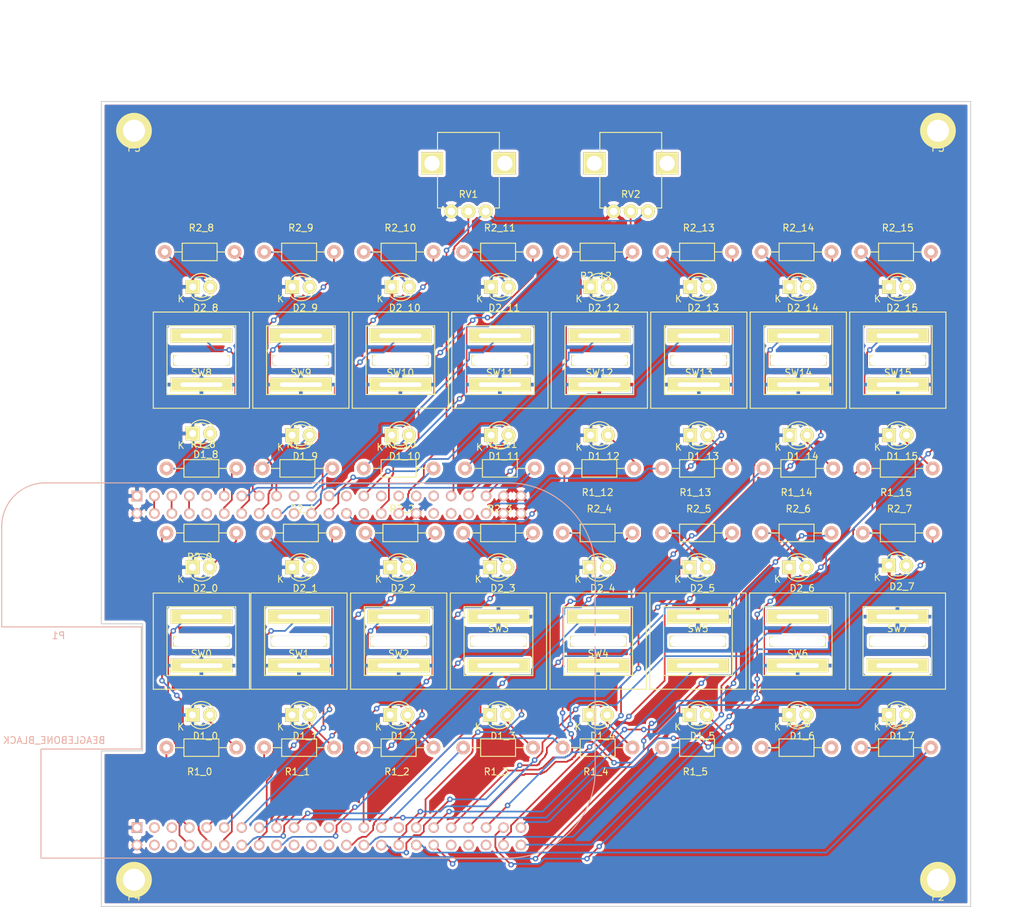
<source format=kicad_pcb>
(kicad_pcb (version 4) (host pcbnew 0.201508280901+6131~28~ubuntu14.04.1-product)
  (layers (0 F.Cu signal) (31 B.Cu signal) (34 B.Paste user) (35 F.Paste user) (36 B.SilkS user) (37 F.SilkS user) (38 B.Mask user) (39 F.Mask user) (44 Edge.Cuts user hide))
  (net 0 "")
  (net 1 +1V8)
  (net 2 /btn1)
  (net 3 /btn2)
  (net 4 /btn3)
  (net 5 /btn4)
  (net 6 /btn5)
  (net 7 /btn6)
  (net 8 /btn7)
  (net 9 GNDD)
  (net 10 /led1_1)
  (net 11 /led1_2)
  (net 12 /led1_3)
  (net 13 /led1_4)
  (net 14 /led1_5)
  (net 15 /led1_7)
  (net 16 /VDD_5V)
  (net 17 /SYS_5V)
  (net 18 /led2_1)
  (net 19 /led2_2)
  (net 20 /led2_3)
  (net 21 /led2_4)
  (net 22 /led2_5)
  (net 23 /led2_6)
  (net 24 /led2_7)
  (net 25 +3V3)
  (net 26 /btn0)
  (net 27 /led1_0)
  (net 28 /led2_0)
  (net 29 "Net-(D1_0-Pad2)")
  (net 30 "Net-(D1_1-Pad2)")
  (net 31 "Net-(D1_2-Pad2)")
  (net 32 "Net-(D1_3-Pad2)")
  (net 33 "Net-(D1_4-Pad2)")
  (net 34 "Net-(D1_5-Pad2)")
  (net 35 "Net-(D1_6-Pad2)")
  (net 36 "Net-(D1_7-Pad2)")
  (net 37 "Net-(D2_0-Pad2)")
  (net 38 "Net-(D2_1-Pad2)")
  (net 39 "Net-(D2_2-Pad2)")
  (net 40 "Net-(D2_3-Pad2)")
  (net 41 "Net-(D2_4-Pad2)")
  (net 42 "Net-(D2_5-Pad2)")
  (net 43 "Net-(D2_6-Pad2)")
  (net 44 "Net-(D2_7-Pad2)")
  (net 45 "Net-(D1_8-Pad2)")
  (net 46 "Net-(D1_9-Pad2)")
  (net 47 "Net-(D1_10-Pad2)")
  (net 48 "Net-(D1_11-Pad2)")
  (net 49 "Net-(D1_12-Pad2)")
  (net 50 "Net-(D1_13-Pad2)")
  (net 51 "Net-(D1_14-Pad2)")
  (net 52 "Net-(D1_15-Pad2)")
  (net 53 "Net-(D2_8-Pad2)")
  (net 54 "Net-(D2_9-Pad2)")
  (net 55 "Net-(D2_10-Pad2)")
  (net 56 "Net-(D2_11-Pad2)")
  (net 57 "Net-(D2_12-Pad2)")
  (net 58 "Net-(D2_13-Pad2)")
  (net 59 "Net-(D2_14-Pad2)")
  (net 60 "Net-(D2_15-Pad2)")
  (net 61 /led1_8)
  (net 62 /led1_9)
  (net 63 /led1_10)
  (net 64 /led1_11)
  (net 65 /led1_12)
  (net 66 /led1_13)
  (net 67 /led1_14)
  (net 68 /led1_15)
  (net 69 /led2_8)
  (net 70 /led2_9)
  (net 71 /led2_10)
  (net 72 /led2_11)
  (net 73 /led2_12)
  (net 74 /led2_13)
  (net 75 /led2_14)
  (net 76 /led2_15)
  (net 77 /btn8)
  (net 78 /btn9)
  (net 79 /btn10)
  (net 80 /btn11)
  (net 81 /btn12)
  (net 82 /btn13)
  (net 83 /btn14)
  (net 84 /btn15)
  (net 85 /pot0)
  (net 86 /pot1)
  (module StepSequencer:SCREWS (layer F.Cu) (at 88 150)
    (fp_text reference P4 (at 0 2.54) (layer F.SilkS))
    (fp_text value CONN_01X01)
    (pad 1 thru_hole circle (at 0 0) (size 5.2 5.2) (drill 3.2) (layers *.Cu *.Mask F.SilkS) (net 9 GNDD))
  )
  (module StepSequencer:SCREWS (layer F.Cu) (at 205 41)
    (fp_text reference P3 (at 0 2.54) (layer F.SilkS))
    (fp_text value CONN_01X01)
    (pad 1 thru_hole circle (at 0 0) (size 5.2 5.2) (drill 3.2) (layers *.Cu *.Mask F.SilkS) (net 9 GNDD))
  )
  (module StepSequencer:SCREWS (layer F.Cu) (at 88 41)
    (fp_text reference P5 (at 0 2.54) (layer F.SilkS))
    (fp_text value CONN_01X01)
    (pad 1 thru_hole circle (at 0 0) (size 5.2 5.2) (drill 3.2) (layers *.Cu *.Mask F.SilkS) (net 9 GNDD))
  )
  (module StepSequencer:SCREWS (layer F.Cu) (at 205 150)
    (fp_text reference P2 (at 0 2.54) (layer F.SilkS))
    (fp_text value CONN_01X01)
    (pad 1 thru_hole circle (at 0 0) (size 5.2 5.2) (drill 3.2) (layers *.Cu *.Mask F.SilkS) (net 9 GNDD))
  )
  (module StepSequencer:POT_AZUL (layer F.Cu) (at 160.292 52.75)
    (fp_text reference RV2 (at 0 -2.5) (layer F.SilkS))
    (fp_text value POT)
    (pad "" thru_hole rect (at 5.3 -7) (size 3.2 3.2) (drill 2.2) (layers *.Cu *.Mask F.SilkS))
    (pad 3 thru_hole circle (at 2.5 0) (size 2 2) (drill 1.1) (layers *.Cu *.Mask F.SilkS) (net 1 +1V8))
    (pad 2 thru_hole circle (at 0 0) (size 2 2) (drill 1.1) (layers *.Cu *.Mask F.SilkS) (net 86 /pot1))
    (pad 1 thru_hole circle (at -2.5 0) (size 2 2) (drill 1.1) (layers *.Cu *.Mask F.SilkS) (net 9 GNDD))
    (pad "" thru_hole rect (at -5.3 -7) (size 3.2 3.2) (drill 2.2) (layers *.Cu *.Mask F.SilkS))
  )
  (module StepSequencer:POT_AZUL (layer F.Cu) (at 136.67 52.75)
    (fp_text reference RV1 (at 0 -2.5) (layer F.SilkS))
    (fp_text value POT)
    (pad "" thru_hole rect (at 5.3 -7) (size 3.2 3.2) (drill 2.2) (layers *.Cu *.Mask F.SilkS))
    (pad 3 thru_hole circle (at 2.5 0) (size 2 2) (drill 1.1) (layers *.Cu *.Mask F.SilkS) (net 1 +1V8))
    (pad 2 thru_hole circle (at 0 0) (size 2 2) (drill 1.1) (layers *.Cu *.Mask F.SilkS) (net 85 /pot0))
    (pad 1 thru_hole circle (at -2.5 0) (size 2 2) (drill 1.1) (layers *.Cu *.Mask F.SilkS) (net 9 GNDD))
    (pad "" thru_hole rect (at -5.3 -7) (size 3.2 3.2) (drill 2.2) (layers *.Cu *.Mask F.SilkS))
  )
  (module LEDs:LED-3MM (layer F.Cu) (at 197.884 63.724)
    (fp_text reference D2_15 (at 1.91 3.06) (layer F.SilkS))
    (fp_text value LED)
    (fp_text user K (at -1.69 1.74) (layer F.SilkS))
    (pad 1 thru_hole rect (at 0 0 90) (size 2 2) (drill 1.00076) (layers *.Cu *.Mask F.SilkS) (net 9 GNDD))
    (pad 2 thru_hole circle (at 2.54 0) (size 2 2) (drill 1.00076) (layers *.Cu *.Mask F.SilkS) (net 60 "Net-(D2_15-Pad2)"))
  )
  (module LEDs:LED-3MM (layer F.Cu) (at 183.406 63.724)
    (fp_text reference D2_14 (at 1.91 3.06) (layer F.SilkS))
    (fp_text value LED)
    (fp_text user K (at -1.69 1.74) (layer F.SilkS))
    (pad 1 thru_hole rect (at 0 0 90) (size 2 2) (drill 1.00076) (layers *.Cu *.Mask F.SilkS) (net 9 GNDD))
    (pad 2 thru_hole circle (at 2.54 0) (size 2 2) (drill 1.00076) (layers *.Cu *.Mask F.SilkS) (net 59 "Net-(D2_14-Pad2)"))
  )
  (module LEDs:LED-3MM (layer F.Cu) (at 168.928 63.724)
    (fp_text reference D2_13 (at 1.91 3.06) (layer F.SilkS))
    (fp_text value LED)
    (fp_text user K (at -1.69 1.74) (layer F.SilkS))
    (pad 1 thru_hole rect (at 0 0 90) (size 2 2) (drill 1.00076) (layers *.Cu *.Mask F.SilkS) (net 9 GNDD))
    (pad 2 thru_hole circle (at 2.54 0) (size 2 2) (drill 1.00076) (layers *.Cu *.Mask F.SilkS) (net 58 "Net-(D2_13-Pad2)"))
  )
  (module LEDs:LED-3MM (layer F.Cu) (at 154.45 63.724)
    (fp_text reference D2_12 (at 1.91 3.06) (layer F.SilkS))
    (fp_text value LED)
    (fp_text user K (at -1.69 1.74) (layer F.SilkS))
    (pad 1 thru_hole rect (at 0 0 90) (size 2 2) (drill 1.00076) (layers *.Cu *.Mask F.SilkS) (net 9 GNDD))
    (pad 2 thru_hole circle (at 2.54 0) (size 2 2) (drill 1.00076) (layers *.Cu *.Mask F.SilkS) (net 57 "Net-(D2_12-Pad2)"))
  )
  (module LEDs:LED-3MM (layer F.Cu) (at 139.972 63.724)
    (fp_text reference D2_11 (at 1.91 3.06) (layer F.SilkS))
    (fp_text value LED)
    (fp_text user K (at -1.69 1.74) (layer F.SilkS))
    (pad 1 thru_hole rect (at 0 0 90) (size 2 2) (drill 1.00076) (layers *.Cu *.Mask F.SilkS) (net 9 GNDD))
    (pad 2 thru_hole circle (at 2.54 0) (size 2 2) (drill 1.00076) (layers *.Cu *.Mask F.SilkS) (net 56 "Net-(D2_11-Pad2)"))
  )
  (module LEDs:LED-3MM (layer F.Cu) (at 125.494 63.724)
    (fp_text reference D2_10 (at 1.91 3.06) (layer F.SilkS))
    (fp_text value LED)
    (fp_text user K (at -1.69 1.74) (layer F.SilkS))
    (pad 1 thru_hole rect (at 0 0 90) (size 2 2) (drill 1.00076) (layers *.Cu *.Mask F.SilkS) (net 9 GNDD))
    (pad 2 thru_hole circle (at 2.54 0) (size 2 2) (drill 1.00076) (layers *.Cu *.Mask F.SilkS) (net 55 "Net-(D2_10-Pad2)"))
  )
  (module LEDs:LED-3MM (layer F.Cu) (at 111.016 63.724)
    (fp_text reference D2_9 (at 1.91 3.06) (layer F.SilkS))
    (fp_text value LED)
    (fp_text user K (at -1.69 1.74) (layer F.SilkS))
    (pad 1 thru_hole rect (at 0 0 90) (size 2 2) (drill 1.00076) (layers *.Cu *.Mask F.SilkS) (net 9 GNDD))
    (pad 2 thru_hole circle (at 2.54 0) (size 2 2) (drill 1.00076) (layers *.Cu *.Mask F.SilkS) (net 54 "Net-(D2_9-Pad2)"))
  )
  (module LEDs:LED-3MM (layer F.Cu) (at 96.538 63.724)
    (fp_text reference D2_8 (at 1.91 3.06) (layer F.SilkS))
    (fp_text value LED)
    (fp_text user K (at -1.69 1.74) (layer F.SilkS))
    (pad 1 thru_hole rect (at 0 0 90) (size 2 2) (drill 1.00076) (layers *.Cu *.Mask F.SilkS) (net 9 GNDD))
    (pad 2 thru_hole circle (at 2.54 0) (size 2 2) (drill 1.00076) (layers *.Cu *.Mask F.SilkS) (net 53 "Net-(D2_8-Pad2)"))
  )
  (module LEDs:LED-3MM (layer F.Cu) (at 197.85 104.278)
    (fp_text reference D2_7 (at 1.91 3.06) (layer F.SilkS))
    (fp_text value LED)
    (fp_text user K (at -1.69 1.74) (layer F.SilkS))
    (pad 1 thru_hole rect (at 0 0 90) (size 2 2) (drill 1.00076) (layers *.Cu *.Mask F.SilkS) (net 9 GNDD))
    (pad 2 thru_hole circle (at 2.54 0) (size 2 2) (drill 1.00076) (layers *.Cu *.Mask F.SilkS) (net 44 "Net-(D2_7-Pad2)"))
  )
  (module LEDs:LED-3MM (layer F.Cu) (at 183.334 104.528)
    (fp_text reference D2_6 (at 1.91 3.06) (layer F.SilkS))
    (fp_text value LED)
    (fp_text user K (at -1.69 1.74) (layer F.SilkS))
    (pad 1 thru_hole rect (at 0 0 90) (size 2 2) (drill 1.00076) (layers *.Cu *.Mask F.SilkS) (net 9 GNDD))
    (pad 2 thru_hole circle (at 2.54 0) (size 2 2) (drill 1.00076) (layers *.Cu *.Mask F.SilkS) (net 43 "Net-(D2_6-Pad2)"))
  )
  (module LEDs:LED-3MM (layer F.Cu) (at 168.818 104.528)
    (fp_text reference D2_5 (at 1.91 3.06) (layer F.SilkS))
    (fp_text value LED)
    (fp_text user K (at -1.69 1.74) (layer F.SilkS))
    (pad 1 thru_hole rect (at 0 0 90) (size 2 2) (drill 1.00076) (layers *.Cu *.Mask F.SilkS) (net 9 GNDD))
    (pad 2 thru_hole circle (at 2.54 0) (size 2 2) (drill 1.00076) (layers *.Cu *.Mask F.SilkS) (net 42 "Net-(D2_5-Pad2)"))
  )
  (module LEDs:LED-3MM (layer F.Cu) (at 154.302 104.528)
    (fp_text reference D2_4 (at 1.91 3.06) (layer F.SilkS))
    (fp_text value LED)
    (fp_text user K (at -1.69 1.74) (layer F.SilkS))
    (pad 1 thru_hole rect (at 0 0 90) (size 2 2) (drill 1.00076) (layers *.Cu *.Mask F.SilkS) (net 9 GNDD))
    (pad 2 thru_hole circle (at 2.54 0) (size 2 2) (drill 1.00076) (layers *.Cu *.Mask F.SilkS) (net 41 "Net-(D2_4-Pad2)"))
  )
  (module LEDs:LED-3MM (layer F.Cu) (at 139.786 104.528)
    (fp_text reference D2_3 (at 1.91 3.06) (layer F.SilkS))
    (fp_text value LED)
    (fp_text user K (at -1.69 1.74) (layer F.SilkS))
    (pad 1 thru_hole rect (at 0 0 90) (size 2 2) (drill 1.00076) (layers *.Cu *.Mask F.SilkS) (net 9 GNDD))
    (pad 2 thru_hole circle (at 2.54 0) (size 2 2) (drill 1.00076) (layers *.Cu *.Mask F.SilkS) (net 40 "Net-(D2_3-Pad2)"))
  )
  (module LEDs:LED-3MM (layer F.Cu) (at 125.27 104.528)
    (fp_text reference D2_2 (at 1.91 3.06) (layer F.SilkS))
    (fp_text value LED)
    (fp_text user K (at -1.69 1.74) (layer F.SilkS))
    (pad 1 thru_hole rect (at 0 0 90) (size 2 2) (drill 1.00076) (layers *.Cu *.Mask F.SilkS) (net 9 GNDD))
    (pad 2 thru_hole circle (at 2.54 0) (size 2 2) (drill 1.00076) (layers *.Cu *.Mask F.SilkS) (net 39 "Net-(D2_2-Pad2)"))
  )
  (module LEDs:LED-3MM (layer F.Cu) (at 111.008 104.528)
    (fp_text reference D2_1 (at 1.91 3.06) (layer F.SilkS))
    (fp_text value LED)
    (fp_text user K (at -1.69 1.74) (layer F.SilkS))
    (pad 1 thru_hole rect (at 0 0 90) (size 2 2) (drill 1.00076) (layers *.Cu *.Mask F.SilkS) (net 9 GNDD))
    (pad 2 thru_hole circle (at 2.54 0) (size 2 2) (drill 1.00076) (layers *.Cu *.Mask F.SilkS) (net 38 "Net-(D2_1-Pad2)"))
  )
  (module LEDs:LED-3MM (layer F.Cu) (at 96.492 104.528)
    (fp_text reference D2_0 (at 1.91 3.06) (layer F.SilkS))
    (fp_text value LED)
    (fp_text user K (at -1.69 1.74) (layer F.SilkS))
    (pad 1 thru_hole rect (at 0 0 90) (size 2 2) (drill 1.00076) (layers *.Cu *.Mask F.SilkS) (net 9 GNDD))
    (pad 2 thru_hole circle (at 2.54 0) (size 2 2) (drill 1.00076) (layers *.Cu *.Mask F.SilkS) (net 37 "Net-(D2_0-Pad2)"))
  )
  (module LEDs:LED-3MM (layer F.Cu) (at 197.884 85.314)
    (fp_text reference D1_15 (at 1.91 3.06) (layer F.SilkS))
    (fp_text value LED)
    (fp_text user K (at -1.69 1.74) (layer F.SilkS))
    (pad 1 thru_hole rect (at 0 0 90) (size 2 2) (drill 1.00076) (layers *.Cu *.Mask F.SilkS) (net 9 GNDD))
    (pad 2 thru_hole circle (at 2.54 0) (size 2 2) (drill 1.00076) (layers *.Cu *.Mask F.SilkS) (net 52 "Net-(D1_15-Pad2)"))
  )
  (module LEDs:LED-3MM (layer F.Cu) (at 183.406 85.314)
    (fp_text reference D1_14 (at 1.91 3.06) (layer F.SilkS))
    (fp_text value LED)
    (fp_text user K (at -1.69 1.74) (layer F.SilkS))
    (pad 1 thru_hole rect (at 0 0 90) (size 2 2) (drill 1.00076) (layers *.Cu *.Mask F.SilkS) (net 9 GNDD))
    (pad 2 thru_hole circle (at 2.54 0) (size 2 2) (drill 1.00076) (layers *.Cu *.Mask F.SilkS) (net 51 "Net-(D1_14-Pad2)"))
  )
  (module LEDs:LED-3MM (layer F.Cu) (at 168.928 85.314)
    (fp_text reference D1_13 (at 1.91 3.06) (layer F.SilkS))
    (fp_text value LED)
    (fp_text user K (at -1.69 1.74) (layer F.SilkS))
    (pad 1 thru_hole rect (at 0 0 90) (size 2 2) (drill 1.00076) (layers *.Cu *.Mask F.SilkS) (net 9 GNDD))
    (pad 2 thru_hole circle (at 2.54 0) (size 2 2) (drill 1.00076) (layers *.Cu *.Mask F.SilkS) (net 50 "Net-(D1_13-Pad2)"))
  )
  (module LEDs:LED-3MM (layer F.Cu) (at 154.45 85.314)
    (fp_text reference D1_12 (at 1.91 3.06) (layer F.SilkS))
    (fp_text value LED)
    (fp_text user K (at -1.69 1.74) (layer F.SilkS))
    (pad 1 thru_hole rect (at 0 0 90) (size 2 2) (drill 1.00076) (layers *.Cu *.Mask F.SilkS) (net 9 GNDD))
    (pad 2 thru_hole circle (at 2.54 0) (size 2 2) (drill 1.00076) (layers *.Cu *.Mask F.SilkS) (net 49 "Net-(D1_12-Pad2)"))
  )
  (module LEDs:LED-3MM (layer F.Cu) (at 139.972 85.314)
    (fp_text reference D1_11 (at 1.91 3.06) (layer F.SilkS))
    (fp_text value LED)
    (fp_text user K (at -1.69 1.74) (layer F.SilkS))
    (pad 1 thru_hole rect (at 0 0 90) (size 2 2) (drill 1.00076) (layers *.Cu *.Mask F.SilkS) (net 9 GNDD))
    (pad 2 thru_hole circle (at 2.54 0) (size 2 2) (drill 1.00076) (layers *.Cu *.Mask F.SilkS) (net 48 "Net-(D1_11-Pad2)"))
  )
  (module LEDs:LED-3MM (layer F.Cu) (at 125.494 85.314)
    (fp_text reference D1_10 (at 1.91 3.06) (layer F.SilkS))
    (fp_text value LED)
    (fp_text user K (at -1.69 1.74) (layer F.SilkS))
    (pad 1 thru_hole rect (at 0 0 90) (size 2 2) (drill 1.00076) (layers *.Cu *.Mask F.SilkS) (net 9 GNDD))
    (pad 2 thru_hole circle (at 2.54 0) (size 2 2) (drill 1.00076) (layers *.Cu *.Mask F.SilkS) (net 47 "Net-(D1_10-Pad2)"))
  )
  (module LEDs:LED-3MM (layer F.Cu) (at 111.016 85.314)
    (fp_text reference D1_9 (at 1.91 3.06) (layer F.SilkS))
    (fp_text value LED)
    (fp_text user K (at -1.69 1.74) (layer F.SilkS))
    (pad 1 thru_hole rect (at 0 0 90) (size 2 2) (drill 1.00076) (layers *.Cu *.Mask F.SilkS) (net 9 GNDD))
    (pad 2 thru_hole circle (at 2.54 0) (size 2 2) (drill 1.00076) (layers *.Cu *.Mask F.SilkS) (net 46 "Net-(D1_9-Pad2)"))
  )
  (module LEDs:LED-3MM (layer F.Cu) (at 96.538 85.06)
    (fp_text reference D1_8 (at 1.91 3.06) (layer F.SilkS))
    (fp_text value LED)
    (fp_text user K (at -1.69 1.74) (layer F.SilkS))
    (pad 1 thru_hole rect (at 0 0 90) (size 2 2) (drill 1.00076) (layers *.Cu *.Mask F.SilkS) (net 9 GNDD))
    (pad 2 thru_hole circle (at 2.54 0) (size 2 2) (drill 1.00076) (layers *.Cu *.Mask F.SilkS) (net 45 "Net-(D1_8-Pad2)"))
  )
  (module LEDs:LED-3MM (layer F.Cu) (at 197.85 126.028)
    (fp_text reference D1_7 (at 1.91 3.06) (layer F.SilkS))
    (fp_text value LED)
    (fp_text user K (at -1.69 1.74) (layer F.SilkS))
    (pad 1 thru_hole rect (at 0 0 90) (size 2 2) (drill 1.00076) (layers *.Cu *.Mask F.SilkS) (net 9 GNDD))
    (pad 2 thru_hole circle (at 2.54 0) (size 2 2) (drill 1.00076) (layers *.Cu *.Mask F.SilkS) (net 36 "Net-(D1_7-Pad2)"))
  )
  (module LEDs:LED-3MM (layer F.Cu) (at 183.334 126.028)
    (fp_text reference D1_6 (at 1.91 3.06) (layer F.SilkS))
    (fp_text value LED)
    (fp_text user K (at -1.69 1.74) (layer F.SilkS))
    (pad 1 thru_hole rect (at 0 0 90) (size 2 2) (drill 1.00076) (layers *.Cu *.Mask F.SilkS) (net 9 GNDD))
    (pad 2 thru_hole circle (at 2.54 0) (size 2 2) (drill 1.00076) (layers *.Cu *.Mask F.SilkS) (net 35 "Net-(D1_6-Pad2)"))
  )
  (module LEDs:LED-3MM (layer F.Cu) (at 168.818 126.028)
    (fp_text reference D1_5 (at 1.91 3.06) (layer F.SilkS))
    (fp_text value LED)
    (fp_text user K (at -1.69 1.74) (layer F.SilkS))
    (pad 1 thru_hole rect (at 0 0 90) (size 2 2) (drill 1.00076) (layers *.Cu *.Mask F.SilkS) (net 9 GNDD))
    (pad 2 thru_hole circle (at 2.54 0) (size 2 2) (drill 1.00076) (layers *.Cu *.Mask F.SilkS) (net 34 "Net-(D1_5-Pad2)"))
  )
  (module LEDs:LED-3MM (layer F.Cu) (at 154.302 126.028)
    (fp_text reference D1_4 (at 1.91 3.06) (layer F.SilkS))
    (fp_text value LED)
    (fp_text user K (at -1.69 1.74) (layer F.SilkS))
    (pad 1 thru_hole rect (at 0 0 90) (size 2 2) (drill 1.00076) (layers *.Cu *.Mask F.SilkS) (net 9 GNDD))
    (pad 2 thru_hole circle (at 2.54 0) (size 2 2) (drill 1.00076) (layers *.Cu *.Mask F.SilkS) (net 33 "Net-(D1_4-Pad2)"))
  )
  (module LEDs:LED-3MM (layer F.Cu) (at 139.786 126.028)
    (fp_text reference D1_3 (at 1.91 3.06) (layer F.SilkS))
    (fp_text value LED)
    (fp_text user K (at -1.69 1.74) (layer F.SilkS))
    (pad 1 thru_hole rect (at 0 0 90) (size 2 2) (drill 1.00076) (layers *.Cu *.Mask F.SilkS) (net 9 GNDD))
    (pad 2 thru_hole circle (at 2.54 0) (size 2 2) (drill 1.00076) (layers *.Cu *.Mask F.SilkS) (net 32 "Net-(D1_3-Pad2)"))
  )
  (module LEDs:LED-3MM (layer F.Cu) (at 125.27 126.028)
    (fp_text reference D1_2 (at 1.91 3.06) (layer F.SilkS))
    (fp_text value LED)
    (fp_text user K (at -1.69 1.74) (layer F.SilkS))
    (pad 1 thru_hole rect (at 0 0 90) (size 2 2) (drill 1.00076) (layers *.Cu *.Mask F.SilkS) (net 9 GNDD))
    (pad 2 thru_hole circle (at 2.54 0) (size 2 2) (drill 1.00076) (layers *.Cu *.Mask F.SilkS) (net 31 "Net-(D1_2-Pad2)"))
  )
  (module LEDs:LED-3MM (layer F.Cu) (at 111.008 126.028)
    (fp_text reference D1_1 (at 1.91 3.06) (layer F.SilkS))
    (fp_text value LED)
    (fp_text user K (at -1.69 1.74) (layer F.SilkS))
    (pad 1 thru_hole rect (at 0 0 90) (size 2 2) (drill 1.00076) (layers *.Cu *.Mask F.SilkS) (net 9 GNDD))
    (pad 2 thru_hole circle (at 2.54 0) (size 2 2) (drill 1.00076) (layers *.Cu *.Mask F.SilkS) (net 30 "Net-(D1_1-Pad2)"))
  )
  (module LEDs:LED-3MM (layer F.Cu) (at 96.492 126.028)
    (fp_text reference D1_0 (at 1.91 3.06) (layer F.SilkS))
    (fp_text value LED)
    (fp_text user K (at -1.69 1.74) (layer F.SilkS))
    (pad 1 thru_hole rect (at 0 0 90) (size 2 2) (drill 1.00076) (layers *.Cu *.Mask F.SilkS) (net 9 GNDD))
    (pad 2 thru_hole circle (at 2.54 0) (size 2 2) (drill 1.00076) (layers *.Cu *.Mask F.SilkS) (net 29 "Net-(D1_0-Pad2)"))
  )
  (module StepSequencer:BOTON (layer F.Cu) (at 199.154 74.392)
    (fp_text reference SW15 (at 0 1.825) (layer F.SilkS))
    (fp_text value SW_PUSH)
    (pad 1 thru_hole rect (at 0 -3.56) (size 9 2) (drill oval 6.13 0.65) (layers *.Cu *.Mask F.SilkS) (net 84 /btn15))
    (pad 2 thru_hole rect (at 0 3.56) (size 9 2) (drill oval 6.13 0.65) (layers *.Cu *.Mask F.SilkS) (net 9 GNDD))
    (pad "" np_thru_hole rect (at 0 0) (size 8.15 1.5) (drill oval 8.15 1.5) (layers *.Cu *.Mask F.SilkS))
  )
  (module StepSequencer:BOTON (layer F.Cu) (at 184.676 74.392)
    (fp_text reference SW14 (at 0 1.825) (layer F.SilkS))
    (fp_text value SW_PUSH)
    (pad 1 thru_hole rect (at 0 -3.56) (size 9 2) (drill oval 6.13 0.65) (layers *.Cu *.Mask F.SilkS) (net 83 /btn14))
    (pad 2 thru_hole rect (at 0 3.56) (size 9 2) (drill oval 6.13 0.65) (layers *.Cu *.Mask F.SilkS) (net 9 GNDD))
    (pad "" np_thru_hole rect (at 0 0) (size 8.15 1.5) (drill oval 8.15 1.5) (layers *.Cu *.Mask F.SilkS))
  )
  (module StepSequencer:BOTON (layer F.Cu) (at 170.198 74.392)
    (fp_text reference SW13 (at 0 1.825) (layer F.SilkS))
    (fp_text value SW_PUSH)
    (pad 1 thru_hole rect (at 0 -3.56) (size 9 2) (drill oval 6.13 0.65) (layers *.Cu *.Mask F.SilkS) (net 82 /btn13))
    (pad 2 thru_hole rect (at 0 3.56) (size 9 2) (drill oval 6.13 0.65) (layers *.Cu *.Mask F.SilkS) (net 9 GNDD))
    (pad "" np_thru_hole rect (at 0 0) (size 8.15 1.5) (drill oval 8.15 1.5) (layers *.Cu *.Mask F.SilkS))
  )
  (module StepSequencer:BOTON (layer F.Cu) (at 155.72 74.392)
    (fp_text reference SW12 (at 0 1.825) (layer F.SilkS))
    (fp_text value SW_PUSH)
    (pad 1 thru_hole rect (at 0 -3.56) (size 9 2) (drill oval 6.13 0.65) (layers *.Cu *.Mask F.SilkS) (net 81 /btn12))
    (pad 2 thru_hole rect (at 0 3.56) (size 9 2) (drill oval 6.13 0.65) (layers *.Cu *.Mask F.SilkS) (net 9 GNDD))
    (pad "" np_thru_hole rect (at 0 0) (size 8.15 1.5) (drill oval 8.15 1.5) (layers *.Cu *.Mask F.SilkS))
  )
  (module StepSequencer:BOTON (layer F.Cu) (at 141.242 74.392)
    (fp_text reference SW11 (at 0 1.825) (layer F.SilkS))
    (fp_text value SW_PUSH)
    (pad 1 thru_hole rect (at 0 -3.56) (size 9 2) (drill oval 6.13 0.65) (layers *.Cu *.Mask F.SilkS) (net 80 /btn11))
    (pad 2 thru_hole rect (at 0 3.56) (size 9 2) (drill oval 6.13 0.65) (layers *.Cu *.Mask F.SilkS) (net 9 GNDD))
    (pad "" np_thru_hole rect (at 0 0) (size 8.15 1.5) (drill oval 8.15 1.5) (layers *.Cu *.Mask F.SilkS))
  )
  (module StepSequencer:BOTON (layer F.Cu) (at 126.764 74.392)
    (fp_text reference SW10 (at 0 1.825) (layer F.SilkS))
    (fp_text value SW_PUSH)
    (pad 1 thru_hole rect (at 0 -3.56) (size 9 2) (drill oval 6.13 0.65) (layers *.Cu *.Mask F.SilkS) (net 79 /btn10))
    (pad 2 thru_hole rect (at 0 3.56) (size 9 2) (drill oval 6.13 0.65) (layers *.Cu *.Mask F.SilkS) (net 9 GNDD))
    (pad "" np_thru_hole rect (at 0 0) (size 8.15 1.5) (drill oval 8.15 1.5) (layers *.Cu *.Mask F.SilkS))
  )
  (module StepSequencer:BOTON (layer F.Cu) (at 112.286 74.392)
    (fp_text reference SW9 (at 0 1.825) (layer F.SilkS))
    (fp_text value SW_PUSH)
    (pad 1 thru_hole rect (at 0 -3.56) (size 9 2) (drill oval 6.13 0.65) (layers *.Cu *.Mask F.SilkS) (net 78 /btn9))
    (pad 2 thru_hole rect (at 0 3.56) (size 9 2) (drill oval 6.13 0.65) (layers *.Cu *.Mask F.SilkS) (net 9 GNDD))
    (pad "" np_thru_hole rect (at 0 0) (size 8.15 1.5) (drill oval 8.15 1.5) (layers *.Cu *.Mask F.SilkS))
  )
  (module StepSequencer:BOTON (layer F.Cu) (at 97.808 74.392)
    (fp_text reference SW8 (at 0 1.825) (layer F.SilkS))
    (fp_text value SW_PUSH)
    (pad 1 thru_hole rect (at 0 -3.56) (size 9 2) (drill oval 6.13 0.65) (layers *.Cu *.Mask F.SilkS) (net 77 /btn8))
    (pad 2 thru_hole rect (at 0 3.56) (size 9 2) (drill oval 6.13 0.65) (layers *.Cu *.Mask F.SilkS) (net 9 GNDD))
    (pad "" np_thru_hole rect (at 0 0) (size 8.15 1.5) (drill oval 8.15 1.5) (layers *.Cu *.Mask F.SilkS))
  )
  (module StepSequencer:BOTON (layer F.Cu) (at 199.1 115.278 180)
    (fp_text reference SW7 (at 0 1.825 180) (layer F.SilkS))
    (fp_text value SW_PUSH)
    (pad 1 thru_hole rect (at 0 -3.56 180) (size 9 2) (drill oval 6.13 0.65) (layers *.Cu *.Mask F.SilkS) (net 8 /btn7))
    (pad 2 thru_hole rect (at 0 3.56 180) (size 9 2) (drill oval 6.13 0.65) (layers *.Cu *.Mask F.SilkS) (net 9 GNDD))
    (pad "" np_thru_hole rect (at 0 0 180) (size 8.15 1.5) (drill oval 8.15 1.5) (layers *.Cu *.Mask F.SilkS))
  )
  (module StepSequencer:BOTON (layer F.Cu) (at 184.584 115.278)
    (fp_text reference SW6 (at 0 1.825) (layer F.SilkS))
    (fp_text value SW_PUSH)
    (pad 1 thru_hole rect (at 0 -3.56) (size 9 2) (drill oval 6.13 0.65) (layers *.Cu *.Mask F.SilkS) (net 7 /btn6))
    (pad 2 thru_hole rect (at 0 3.56) (size 9 2) (drill oval 6.13 0.65) (layers *.Cu *.Mask F.SilkS) (net 9 GNDD))
    (pad "" np_thru_hole rect (at 0 0) (size 8.15 1.5) (drill oval 8.15 1.5) (layers *.Cu *.Mask F.SilkS))
  )
  (module StepSequencer:BOTON (layer F.Cu) (at 170.068 115.278 180)
    (fp_text reference SW5 (at 0 1.825 180) (layer F.SilkS))
    (fp_text value SW_PUSH)
    (pad 1 thru_hole rect (at 0 -3.56 180) (size 9 2) (drill oval 6.13 0.65) (layers *.Cu *.Mask F.SilkS) (net 6 /btn5))
    (pad 2 thru_hole rect (at 0 3.56 180) (size 9 2) (drill oval 6.13 0.65) (layers *.Cu *.Mask F.SilkS) (net 9 GNDD))
    (pad "" np_thru_hole rect (at 0 0 180) (size 8.15 1.5) (drill oval 8.15 1.5) (layers *.Cu *.Mask F.SilkS))
  )
  (module StepSequencer:BOTON (layer F.Cu) (at 155.552 115.278)
    (fp_text reference SW4 (at 0 1.825) (layer F.SilkS))
    (fp_text value SW_PUSH)
    (pad 1 thru_hole rect (at 0 -3.56) (size 9 2) (drill oval 6.13 0.65) (layers *.Cu *.Mask F.SilkS) (net 5 /btn4))
    (pad 2 thru_hole rect (at 0 3.56) (size 9 2) (drill oval 6.13 0.65) (layers *.Cu *.Mask F.SilkS) (net 9 GNDD))
    (pad "" np_thru_hole rect (at 0 0) (size 8.15 1.5) (drill oval 8.15 1.5) (layers *.Cu *.Mask F.SilkS))
  )
  (module StepSequencer:BOTON (layer F.Cu) (at 141.036 115.278 180)
    (fp_text reference SW3 (at 0 1.825 180) (layer F.SilkS))
    (fp_text value SW_PUSH)
    (pad 1 thru_hole rect (at 0 -3.56 180) (size 9 2) (drill oval 6.13 0.65) (layers *.Cu *.Mask F.SilkS) (net 4 /btn3))
    (pad 2 thru_hole rect (at 0 3.56 180) (size 9 2) (drill oval 6.13 0.65) (layers *.Cu *.Mask F.SilkS) (net 9 GNDD))
    (pad "" np_thru_hole rect (at 0 0 180) (size 8.15 1.5) (drill oval 8.15 1.5) (layers *.Cu *.Mask F.SilkS))
  )
  (module StepSequencer:BOTON (layer F.Cu) (at 126.52 115.278)
    (fp_text reference SW2 (at 0 1.825) (layer F.SilkS))
    (fp_text value SW_PUSH)
    (pad 1 thru_hole rect (at 0 -3.56) (size 9 2) (drill oval 6.13 0.65) (layers *.Cu *.Mask F.SilkS) (net 3 /btn2))
    (pad 2 thru_hole rect (at 0 3.56) (size 9 2) (drill oval 6.13 0.65) (layers *.Cu *.Mask F.SilkS) (net 9 GNDD))
    (pad "" np_thru_hole rect (at 0 0) (size 8.15 1.5) (drill oval 8.15 1.5) (layers *.Cu *.Mask F.SilkS))
  )
  (module StepSequencer:BOTON (layer F.Cu) (at 112.004 115.278)
    (fp_text reference SW1 (at 0 1.825) (layer F.SilkS))
    (fp_text value SW_PUSH)
    (pad 1 thru_hole rect (at 0 -3.56) (size 9 2) (drill oval 6.13 0.65) (layers *.Cu *.Mask F.SilkS) (net 2 /btn1))
    (pad 2 thru_hole rect (at 0 3.56) (size 9 2) (drill oval 6.13 0.65) (layers *.Cu *.Mask F.SilkS) (net 9 GNDD))
    (pad "" np_thru_hole rect (at 0 0) (size 8.15 1.5) (drill oval 8.15 1.5) (layers *.Cu *.Mask F.SilkS))
  )
  (module StepSequencer:BOTON (layer F.Cu) (at 97.808 115.286)
    (fp_text reference SW0 (at 0 1.825) (layer F.SilkS))
    (fp_text value SW_PUSH)
    (pad 1 thru_hole rect (at 0 -3.56) (size 9 2) (drill oval 6.13 0.65) (layers *.Cu *.Mask F.SilkS) (net 26 /btn0))
    (pad 2 thru_hole rect (at 0 3.56) (size 9 2) (drill oval 6.13 0.65) (layers *.Cu *.Mask F.SilkS) (net 9 GNDD))
    (pad "" np_thru_hole rect (at 0 0) (size 8.15 1.5) (drill oval 8.15 1.5) (layers *.Cu *.Mask F.SilkS))
  )
  (module Resistors_ThroughHole:Resistor_Horizontal_RM10mm (layer F.Cu) (at 198.9 58.644)
    (fp_text reference R2_15 (at 0.24892 -3.50012) (layer F.SilkS))
    (fp_text value R)
    (pad 1 thru_hole circle (at -5.08 0) (size 1.99898 1.99898) (drill 1.00076) (layers *.Cu *.SilkS *.Mask) (net 60 "Net-(D2_15-Pad2)"))
    (pad 2 thru_hole circle (at 5.08 0) (size 1.99898 1.99898) (drill 1.00076) (layers *.Cu *.SilkS *.Mask) (net 76 /led2_15))
  )
  (module Resistors_ThroughHole:Resistor_Horizontal_RM10mm (layer F.Cu) (at 184.422 58.644)
    (fp_text reference R2_14 (at 0.24892 -3.50012) (layer F.SilkS))
    (fp_text value R)
    (pad 1 thru_hole circle (at -5.08 0) (size 1.99898 1.99898) (drill 1.00076) (layers *.Cu *.SilkS *.Mask) (net 59 "Net-(D2_14-Pad2)"))
    (pad 2 thru_hole circle (at 5.08 0) (size 1.99898 1.99898) (drill 1.00076) (layers *.Cu *.SilkS *.Mask) (net 75 /led2_14))
  )
  (module Resistors_ThroughHole:Resistor_Horizontal_RM10mm (layer F.Cu) (at 169.944 58.644)
    (fp_text reference R2_13 (at 0.24892 -3.50012) (layer F.SilkS))
    (fp_text value R)
    (pad 1 thru_hole circle (at -5.08 0) (size 1.99898 1.99898) (drill 1.00076) (layers *.Cu *.SilkS *.Mask) (net 58 "Net-(D2_13-Pad2)"))
    (pad 2 thru_hole circle (at 5.08 0) (size 1.99898 1.99898) (drill 1.00076) (layers *.Cu *.SilkS *.Mask) (net 74 /led2_13))
  )
  (module Resistors_ThroughHole:Resistor_Horizontal_RM10mm (layer F.Cu) (at 155.466 58.644 180)
    (fp_text reference R2_12 (at 0.24892 -3.50012 180) (layer F.SilkS))
    (fp_text value R)
    (pad 1 thru_hole circle (at -5.08 0 180) (size 1.99898 1.99898) (drill 1.00076) (layers *.Cu *.SilkS *.Mask) (net 57 "Net-(D2_12-Pad2)"))
    (pad 2 thru_hole circle (at 5.08 0 180) (size 1.99898 1.99898) (drill 1.00076) (layers *.Cu *.SilkS *.Mask) (net 73 /led2_12))
  )
  (module Resistors_ThroughHole:Resistor_Horizontal_RM10mm (layer F.Cu) (at 140.988 58.644)
    (fp_text reference R2_11 (at 0.24892 -3.50012) (layer F.SilkS))
    (fp_text value R)
    (pad 1 thru_hole circle (at -5.08 0) (size 1.99898 1.99898) (drill 1.00076) (layers *.Cu *.SilkS *.Mask) (net 56 "Net-(D2_11-Pad2)"))
    (pad 2 thru_hole circle (at 5.08 0) (size 1.99898 1.99898) (drill 1.00076) (layers *.Cu *.SilkS *.Mask) (net 72 /led2_11))
  )
  (module Resistors_ThroughHole:Resistor_Horizontal_RM10mm (layer F.Cu) (at 126.51 58.644)
    (fp_text reference R2_10 (at 0.24892 -3.50012) (layer F.SilkS))
    (fp_text value R)
    (pad 1 thru_hole circle (at -5.08 0) (size 1.99898 1.99898) (drill 1.00076) (layers *.Cu *.SilkS *.Mask) (net 55 "Net-(D2_10-Pad2)"))
    (pad 2 thru_hole circle (at 5.08 0) (size 1.99898 1.99898) (drill 1.00076) (layers *.Cu *.SilkS *.Mask) (net 71 /led2_10))
  )
  (module Resistors_ThroughHole:Resistor_Horizontal_RM10mm (layer F.Cu) (at 112.032 58.644)
    (fp_text reference R2_9 (at 0.24892 -3.50012) (layer F.SilkS))
    (fp_text value R)
    (pad 1 thru_hole circle (at -5.08 0) (size 1.99898 1.99898) (drill 1.00076) (layers *.Cu *.SilkS *.Mask) (net 54 "Net-(D2_9-Pad2)"))
    (pad 2 thru_hole circle (at 5.08 0) (size 1.99898 1.99898) (drill 1.00076) (layers *.Cu *.SilkS *.Mask) (net 70 /led2_9))
  )
  (module Resistors_ThroughHole:Resistor_Horizontal_RM10mm (layer F.Cu) (at 97.554 58.644)
    (fp_text reference R2_8 (at 0.24892 -3.50012) (layer F.SilkS))
    (fp_text value R)
    (pad 1 thru_hole circle (at -5.08 0) (size 1.99898 1.99898) (drill 1.00076) (layers *.Cu *.SilkS *.Mask) (net 53 "Net-(D2_8-Pad2)"))
    (pad 2 thru_hole circle (at 5.08 0) (size 1.99898 1.99898) (drill 1.00076) (layers *.Cu *.SilkS *.Mask) (net 69 /led2_8))
  )
  (module Resistors_ThroughHole:Resistor_Horizontal_RM10mm (layer F.Cu) (at 199.154 90.14 180)
    (fp_text reference R1_15 (at 0.24892 -3.50012 180) (layer F.SilkS))
    (fp_text value R)
    (pad 1 thru_hole circle (at -5.08 0 180) (size 1.99898 1.99898) (drill 1.00076) (layers *.Cu *.SilkS *.Mask) (net 52 "Net-(D1_15-Pad2)"))
    (pad 2 thru_hole circle (at 5.08 0 180) (size 1.99898 1.99898) (drill 1.00076) (layers *.Cu *.SilkS *.Mask) (net 68 /led1_15))
  )
  (module Resistors_ThroughHole:Resistor_Horizontal_RM10mm (layer F.Cu) (at 184.676 90.14 180)
    (fp_text reference R1_14 (at 0.24892 -3.50012 180) (layer F.SilkS))
    (fp_text value R)
    (pad 1 thru_hole circle (at -5.08 0 180) (size 1.99898 1.99898) (drill 1.00076) (layers *.Cu *.SilkS *.Mask) (net 51 "Net-(D1_14-Pad2)"))
    (pad 2 thru_hole circle (at 5.08 0 180) (size 1.99898 1.99898) (drill 1.00076) (layers *.Cu *.SilkS *.Mask) (net 67 /led1_14))
  )
  (module Resistors_ThroughHole:Resistor_Horizontal_RM10mm (layer F.Cu) (at 169.944 90.14 180)
    (fp_text reference R1_13 (at 0.24892 -3.50012 180) (layer F.SilkS))
    (fp_text value R)
    (pad 1 thru_hole circle (at -5.08 0 180) (size 1.99898 1.99898) (drill 1.00076) (layers *.Cu *.SilkS *.Mask) (net 50 "Net-(D1_13-Pad2)"))
    (pad 2 thru_hole circle (at 5.08 0 180) (size 1.99898 1.99898) (drill 1.00076) (layers *.Cu *.SilkS *.Mask) (net 66 /led1_13))
  )
  (module Resistors_ThroughHole:Resistor_Horizontal_RM10mm (layer F.Cu) (at 155.72 90.14 180)
    (fp_text reference R1_12 (at 0.24892 -3.50012 180) (layer F.SilkS))
    (fp_text value R)
    (pad 1 thru_hole circle (at -5.08 0 180) (size 1.99898 1.99898) (drill 1.00076) (layers *.Cu *.SilkS *.Mask) (net 49 "Net-(D1_12-Pad2)"))
    (pad 2 thru_hole circle (at 5.08 0 180) (size 1.99898 1.99898) (drill 1.00076) (layers *.Cu *.SilkS *.Mask) (net 65 /led1_12))
  )
  (module Resistors_ThroughHole:Resistor_Horizontal_RM10mm (layer F.Cu) (at 141.242 90.14)
    (fp_text reference R1_11 (at 0.24892 -3.50012) (layer F.SilkS))
    (fp_text value R)
    (pad 1 thru_hole circle (at -5.08 0) (size 1.99898 1.99898) (drill 1.00076) (layers *.Cu *.SilkS *.Mask) (net 48 "Net-(D1_11-Pad2)"))
    (pad 2 thru_hole circle (at 5.08 0) (size 1.99898 1.99898) (drill 1.00076) (layers *.Cu *.SilkS *.Mask) (net 64 /led1_11))
  )
  (module Resistors_ThroughHole:Resistor_Horizontal_RM10mm (layer F.Cu) (at 126.51 90.14)
    (fp_text reference R1_10 (at 0.24892 -3.50012) (layer F.SilkS))
    (fp_text value R)
    (pad 1 thru_hole circle (at -5.08 0) (size 1.99898 1.99898) (drill 1.00076) (layers *.Cu *.SilkS *.Mask) (net 47 "Net-(D1_10-Pad2)"))
    (pad 2 thru_hole circle (at 5.08 0) (size 1.99898 1.99898) (drill 1.00076) (layers *.Cu *.SilkS *.Mask) (net 63 /led1_10))
  )
  (module Resistors_ThroughHole:Resistor_Horizontal_RM10mm (layer F.Cu) (at 111.778 90.14)
    (fp_text reference R1_9 (at 0.24892 -3.50012) (layer F.SilkS))
    (fp_text value R)
    (pad 1 thru_hole circle (at -5.08 0) (size 1.99898 1.99898) (drill 1.00076) (layers *.Cu *.SilkS *.Mask) (net 46 "Net-(D1_9-Pad2)"))
    (pad 2 thru_hole circle (at 5.08 0) (size 1.99898 1.99898) (drill 1.00076) (layers *.Cu *.SilkS *.Mask) (net 62 /led1_9))
  )
  (module Resistors_ThroughHole:Resistor_Horizontal_RM10mm (layer F.Cu) (at 97.808 90.14)
    (fp_text reference R1_8 (at 0.24892 -3.50012) (layer F.SilkS))
    (fp_text value R)
    (pad 1 thru_hole circle (at -5.08 0) (size 1.99898 1.99898) (drill 1.00076) (layers *.Cu *.SilkS *.Mask) (net 45 "Net-(D1_8-Pad2)"))
    (pad 2 thru_hole circle (at 5.08 0) (size 1.99898 1.99898) (drill 1.00076) (layers *.Cu *.SilkS *.Mask) (net 61 /led1_8))
  )
  (module Resistors_ThroughHole:Resistor_Horizontal_RM10mm (layer F.Cu) (at 199.154 99.538)
    (fp_text reference R2_7 (at 0.24892 -3.50012) (layer F.SilkS))
    (fp_text value R)
    (pad 1 thru_hole circle (at -5.08 0) (size 1.99898 1.99898) (drill 1.00076) (layers *.Cu *.SilkS *.Mask) (net 44 "Net-(D2_7-Pad2)"))
    (pad 2 thru_hole circle (at 5.08 0) (size 1.99898 1.99898) (drill 1.00076) (layers *.Cu *.SilkS *.Mask) (net 24 /led2_7))
  )
  (module Resistors_ThroughHole:Resistor_Horizontal_RM10mm (layer F.Cu) (at 184.422 99.538)
    (fp_text reference R2_6 (at 0.24892 -3.50012) (layer F.SilkS))
    (fp_text value R)
    (pad 1 thru_hole circle (at -5.08 0) (size 1.99898 1.99898) (drill 1.00076) (layers *.Cu *.SilkS *.Mask) (net 43 "Net-(D2_6-Pad2)"))
    (pad 2 thru_hole circle (at 5.08 0) (size 1.99898 1.99898) (drill 1.00076) (layers *.Cu *.SilkS *.Mask) (net 23 /led2_6))
  )
  (module Resistors_ThroughHole:Resistor_Horizontal_RM10mm (layer F.Cu) (at 169.944 99.538)
    (fp_text reference R2_5 (at 0.24892 -3.50012) (layer F.SilkS))
    (fp_text value R)
    (pad 1 thru_hole circle (at -5.08 0) (size 1.99898 1.99898) (drill 1.00076) (layers *.Cu *.SilkS *.Mask) (net 42 "Net-(D2_5-Pad2)"))
    (pad 2 thru_hole circle (at 5.08 0) (size 1.99898 1.99898) (drill 1.00076) (layers *.Cu *.SilkS *.Mask) (net 22 /led2_5))
  )
  (module Resistors_ThroughHole:Resistor_Horizontal_RM10mm (layer F.Cu) (at 155.466 99.538)
    (fp_text reference R2_4 (at 0.24892 -3.50012) (layer F.SilkS))
    (fp_text value R)
    (pad 1 thru_hole circle (at -5.08 0) (size 1.99898 1.99898) (drill 1.00076) (layers *.Cu *.SilkS *.Mask) (net 41 "Net-(D2_4-Pad2)"))
    (pad 2 thru_hole circle (at 5.08 0) (size 1.99898 1.99898) (drill 1.00076) (layers *.Cu *.SilkS *.Mask) (net 21 /led2_4))
  )
  (module Resistors_ThroughHole:Resistor_Horizontal_RM10mm (layer F.Cu) (at 140.988 99.538)
    (fp_text reference R2_3 (at 0.24892 -3.50012) (layer F.SilkS))
    (fp_text value R)
    (pad 1 thru_hole circle (at -5.08 0) (size 1.99898 1.99898) (drill 1.00076) (layers *.Cu *.SilkS *.Mask) (net 40 "Net-(D2_3-Pad2)"))
    (pad 2 thru_hole circle (at 5.08 0) (size 1.99898 1.99898) (drill 1.00076) (layers *.Cu *.SilkS *.Mask) (net 20 /led2_3))
  )
  (module Resistors_ThroughHole:Resistor_Horizontal_RM10mm (layer F.Cu) (at 126.764 99.538)
    (fp_text reference R2_2 (at 0.24892 -3.50012) (layer F.SilkS))
    (fp_text value R)
    (pad 1 thru_hole circle (at -5.08 0) (size 1.99898 1.99898) (drill 1.00076) (layers *.Cu *.SilkS *.Mask) (net 39 "Net-(D2_2-Pad2)"))
    (pad 2 thru_hole circle (at 5.08 0) (size 1.99898 1.99898) (drill 1.00076) (layers *.Cu *.SilkS *.Mask) (net 19 /led2_2))
  )
  (module Resistors_ThroughHole:Resistor_Horizontal_RM10mm (layer F.Cu) (at 112.286 99.538)
    (fp_text reference R2_1 (at 0.24892 -3.50012) (layer F.SilkS))
    (fp_text value R)
    (pad 1 thru_hole circle (at -5.08 0) (size 1.99898 1.99898) (drill 1.00076) (layers *.Cu *.SilkS *.Mask) (net 38 "Net-(D2_1-Pad2)"))
    (pad 2 thru_hole circle (at 5.08 0) (size 1.99898 1.99898) (drill 1.00076) (layers *.Cu *.SilkS *.Mask) (net 18 /led2_1))
  )
  (module Resistors_ThroughHole:Resistor_Horizontal_RM10mm (layer F.Cu) (at 97.808 99.538 180)
    (fp_text reference R2_0 (at 0.24892 -3.50012 180) (layer F.SilkS))
    (fp_text value R)
    (pad 1 thru_hole circle (at -5.08 0 180) (size 1.99898 1.99898) (drill 1.00076) (layers *.Cu *.SilkS *.Mask) (net 37 "Net-(D2_0-Pad2)"))
    (pad 2 thru_hole circle (at 5.08 0 180) (size 1.99898 1.99898) (drill 1.00076) (layers *.Cu *.SilkS *.Mask) (net 28 /led2_0))
  )
  (module Resistors_ThroughHole:Resistor_Horizontal_RM10mm (layer F.Cu) (at 198.9 130.78)
    (fp_text reference R1_7 (at 0.24892 -3.50012) (layer F.SilkS))
    (fp_text value R)
    (pad 1 thru_hole circle (at -5.08 0) (size 1.99898 1.99898) (drill 1.00076) (layers *.Cu *.SilkS *.Mask) (net 36 "Net-(D1_7-Pad2)"))
    (pad 2 thru_hole circle (at 5.08 0) (size 1.99898 1.99898) (drill 1.00076) (layers *.Cu *.SilkS *.Mask) (net 15 /led1_7))
  )
  (module Resistors_ThroughHole:Resistor_Horizontal_RM10mm (layer F.Cu) (at 184.422 130.78)
    (fp_text reference R1_6 (at 0.24892 -3.50012) (layer F.SilkS))
    (fp_text value R)
    (pad 1 thru_hole circle (at -5.08 0) (size 1.99898 1.99898) (drill 1.00076) (layers *.Cu *.SilkS *.Mask) (net 35 "Net-(D1_6-Pad2)"))
    (pad 2 thru_hole circle (at 5.08 0) (size 1.99898 1.99898) (drill 1.00076) (layers *.Cu *.SilkS *.Mask))
  )
  (module Resistors_ThroughHole:Resistor_Horizontal_RM10mm (layer F.Cu) (at 169.944 130.78 180)
    (fp_text reference R1_5 (at 0.24892 -3.50012 180) (layer F.SilkS))
    (fp_text value R)
    (pad 1 thru_hole circle (at -5.08 0 180) (size 1.99898 1.99898) (drill 1.00076) (layers *.Cu *.SilkS *.Mask) (net 34 "Net-(D1_5-Pad2)"))
    (pad 2 thru_hole circle (at 5.08 0 180) (size 1.99898 1.99898) (drill 1.00076) (layers *.Cu *.SilkS *.Mask) (net 14 /led1_5))
  )
  (module Resistors_ThroughHole:Resistor_Horizontal_RM10mm (layer F.Cu) (at 155.466 130.78 180)
    (fp_text reference R1_4 (at 0.24892 -3.50012 180) (layer F.SilkS))
    (fp_text value R)
    (pad 1 thru_hole circle (at -5.08 0 180) (size 1.99898 1.99898) (drill 1.00076) (layers *.Cu *.SilkS *.Mask) (net 33 "Net-(D1_4-Pad2)"))
    (pad 2 thru_hole circle (at 5.08 0 180) (size 1.99898 1.99898) (drill 1.00076) (layers *.Cu *.SilkS *.Mask) (net 13 /led1_4))
  )
  (module Resistors_ThroughHole:Resistor_Horizontal_RM10mm (layer F.Cu) (at 140.988 130.78 180)
    (fp_text reference R1_3 (at 0.24892 -3.50012 180) (layer F.SilkS))
    (fp_text value R)
    (pad 1 thru_hole circle (at -5.08 0 180) (size 1.99898 1.99898) (drill 1.00076) (layers *.Cu *.SilkS *.Mask) (net 32 "Net-(D1_3-Pad2)"))
    (pad 2 thru_hole circle (at 5.08 0 180) (size 1.99898 1.99898) (drill 1.00076) (layers *.Cu *.SilkS *.Mask) (net 12 /led1_3))
  )
  (module Resistors_ThroughHole:Resistor_Horizontal_RM10mm (layer F.Cu) (at 126.51 130.78 180)
    (fp_text reference R1_2 (at 0.24892 -3.50012 180) (layer F.SilkS))
    (fp_text value R)
    (pad 1 thru_hole circle (at -5.08 0 180) (size 1.99898 1.99898) (drill 1.00076) (layers *.Cu *.SilkS *.Mask) (net 31 "Net-(D1_2-Pad2)"))
    (pad 2 thru_hole circle (at 5.08 0 180) (size 1.99898 1.99898) (drill 1.00076) (layers *.Cu *.SilkS *.Mask) (net 11 /led1_2))
  )
  (module Resistors_ThroughHole:Resistor_Horizontal_RM10mm (layer F.Cu) (at 112.032 130.78 180)
    (fp_text reference R1_1 (at 0.24892 -3.50012 180) (layer F.SilkS))
    (fp_text value R)
    (pad 1 thru_hole circle (at -5.08 0 180) (size 1.99898 1.99898) (drill 1.00076) (layers *.Cu *.SilkS *.Mask) (net 30 "Net-(D1_1-Pad2)"))
    (pad 2 thru_hole circle (at 5.08 0 180) (size 1.99898 1.99898) (drill 1.00076) (layers *.Cu *.SilkS *.Mask) (net 10 /led1_1))
  )
  (module Resistors_ThroughHole:Resistor_Horizontal_RM10mm (layer F.Cu) (at 97.808 130.78 180)
    (fp_text reference R1_0 (at 0.24892 -3.50012 180) (layer F.SilkS))
    (fp_text value R)
    (pad 1 thru_hole circle (at -5.08 0 180) (size 1.99898 1.99898) (drill 1.00076) (layers *.Cu *.SilkS *.Mask) (net 29 "Net-(D1_0-Pad2)"))
    (pad 2 thru_hole circle (at 5.08 0 180) (size 1.99898 1.99898) (drill 1.00076) (layers *.Cu *.SilkS *.Mask) (net 27 /led1_0))
  )
  (module StepSequencer:BEAGLEBONE_BLACK (layer B.Cu) (at 68.75 92.25)
    (fp_text reference P1 (at 8.255 22.225) (layer B.SilkS) (effects (justify mirror)))
    (fp_text value BEAGLEBONE_BLACK (at 7.62 37.465) (layer B.SilkS) (effects (justify mirror)))
    (pad A1 thru_hole rect (at 19.685 50.165) (size 1.524 1.524) (drill 1.016) (layers *.Cu *.Mask B.SilkS) (net 9 GNDD))
    (pad A2 thru_hole circle (at 19.685 52.705) (size 1.524 1.524) (drill 1.016) (layers *.Cu *.Mask B.SilkS) (net 9 GNDD))
    (pad A3 thru_hole circle (at 22.225 50.165) (size 1.524 1.524) (drill 1.016) (layers *.Cu *.Mask B.SilkS))
    (pad A4 thru_hole circle (at 22.225 52.705) (size 1.524 1.524) (drill 1.016) (layers *.Cu *.Mask B.SilkS))
    (pad A5 thru_hole circle (at 24.765 50.165) (size 1.524 1.524) (drill 1.016) (layers *.Cu *.Mask B.SilkS))
    (pad A6 thru_hole circle (at 24.765 52.705) (size 1.524 1.524) (drill 1.016) (layers *.Cu *.Mask B.SilkS))
    (pad A7 thru_hole circle (at 27.305 50.165) (size 1.524 1.524) (drill 1.016) (layers *.Cu *.Mask B.SilkS) (net 26 /btn0))
    (pad A8 thru_hole circle (at 27.305 52.705) (size 1.524 1.524) (drill 1.016) (layers *.Cu *.Mask B.SilkS) (net 27 /led1_0))
    (pad A9 thru_hole circle (at 29.845 50.165) (size 1.524 1.524) (drill 1.016) (layers *.Cu *.Mask B.SilkS) (net 10 /led1_1))
    (pad A10 thru_hole circle (at 29.845 52.705) (size 1.524 1.524) (drill 1.016) (layers *.Cu *.Mask B.SilkS) (net 28 /led2_0))
    (pad A11 thru_hole circle (at 32.385 50.165) (size 1.524 1.524) (drill 1.016) (layers *.Cu *.Mask B.SilkS) (net 18 /led2_1))
    (pad A12 thru_hole circle (at 32.385 52.705) (size 1.524 1.524) (drill 1.016) (layers *.Cu *.Mask B.SilkS) (net 2 /btn1))
    (pad A13 thru_hole circle (at 34.925 50.165) (size 1.524 1.524) (drill 1.016) (layers *.Cu *.Mask B.SilkS) (net 3 /btn2))
    (pad A14 thru_hole circle (at 34.925 52.705) (size 1.524 1.524) (drill 1.016) (layers *.Cu *.Mask B.SilkS) (net 11 /led1_2))
    (pad A15 thru_hole circle (at 37.465 50.165) (size 1.524 1.524) (drill 1.016) (layers *.Cu *.Mask B.SilkS) (net 12 /led1_3))
    (pad A16 thru_hole circle (at 37.465 52.705) (size 1.524 1.524) (drill 1.016) (layers *.Cu *.Mask B.SilkS) (net 19 /led2_2))
    (pad A17 thru_hole circle (at 40.005 50.165) (size 1.524 1.524) (drill 1.016) (layers *.Cu *.Mask B.SilkS) (net 20 /led2_3))
    (pad A18 thru_hole circle (at 40.005 52.705) (size 1.524 1.524) (drill 1.016) (layers *.Cu *.Mask B.SilkS) (net 4 /btn3))
    (pad A19 thru_hole circle (at 42.545 50.165) (size 1.524 1.524) (drill 1.016) (layers *.Cu *.Mask B.SilkS) (net 13 /led1_4))
    (pad A20 thru_hole circle (at 42.545 52.705) (size 1.524 1.524) (drill 1.016) (layers *.Cu *.Mask B.SilkS))
    (pad A21 thru_hole circle (at 45.085 50.165) (size 1.524 1.524) (drill 1.016) (layers *.Cu *.Mask B.SilkS))
    (pad A22 thru_hole circle (at 45.085 52.705) (size 1.524 1.524) (drill 1.016) (layers *.Cu *.Mask B.SilkS))
    (pad A23 thru_hole circle (at 47.625 50.165) (size 1.524 1.524) (drill 1.016) (layers *.Cu *.Mask B.SilkS))
    (pad A24 thru_hole circle (at 47.625 52.705) (size 1.524 1.524) (drill 1.016) (layers *.Cu *.Mask B.SilkS))
    (pad A25 thru_hole circle (at 50.165 50.165) (size 1.524 1.524) (drill 1.016) (layers *.Cu *.Mask B.SilkS))
    (pad A26 thru_hole circle (at 50.165 52.705) (size 1.524 1.524) (drill 1.016) (layers *.Cu *.Mask B.SilkS) (net 5 /btn4))
    (pad A27 thru_hole circle (at 52.705 50.165) (size 1.524 1.524) (drill 1.016) (layers *.Cu *.Mask B.SilkS) (net 21 /led2_4))
    (pad A28 thru_hole circle (at 52.705 52.705) (size 1.524 1.524) (drill 1.016) (layers *.Cu *.Mask B.SilkS) (net 14 /led1_5))
    (pad A29 thru_hole circle (at 55.245 50.165) (size 1.524 1.524) (drill 1.016) (layers *.Cu *.Mask B.SilkS) (net 6 /btn5))
    (pad A30 thru_hole circle (at 55.245 52.705) (size 1.524 1.524) (drill 1.016) (layers *.Cu *.Mask B.SilkS) (net 22 /led2_5))
    (pad A31 thru_hole circle (at 57.785 50.165) (size 1.524 1.524) (drill 1.016) (layers *.Cu *.Mask B.SilkS))
    (pad A32 thru_hole circle (at 57.785 52.705) (size 1.524 1.524) (drill 1.016) (layers *.Cu *.Mask B.SilkS) (net 7 /btn6))
    (pad A33 thru_hole circle (at 60.325 50.165) (size 1.524 1.524) (drill 1.016) (layers *.Cu *.Mask B.SilkS) (net 23 /led2_6))
    (pad A34 thru_hole circle (at 60.325 52.705) (size 1.524 1.524) (drill 1.016) (layers *.Cu *.Mask B.SilkS) (net 15 /led1_7))
    (pad A35 thru_hole circle (at 62.865 50.165) (size 1.524 1.524) (drill 1.016) (layers *.Cu *.Mask B.SilkS) (net 8 /btn7))
    (pad A36 thru_hole circle (at 62.865 52.705) (size 1.524 1.524) (drill 1.016) (layers *.Cu *.Mask B.SilkS) (net 24 /led2_7))
    (pad A37 thru_hole circle (at 65.405 50.165) (size 1.524 1.524) (drill 1.016) (layers *.Cu *.Mask B.SilkS) (net 67 /led1_14))
    (pad A38 thru_hole circle (at 65.405 52.705) (size 1.524 1.524) (drill 1.016) (layers *.Cu *.Mask B.SilkS))
    (pad A39 thru_hole circle (at 67.945 50.165) (size 1.524 1.524) (drill 1.016) (layers *.Cu *.Mask B.SilkS) (net 68 /led1_15))
    (pad A40 thru_hole circle (at 67.945 52.705) (size 1.524 1.524) (drill 1.016) (layers *.Cu *.Mask B.SilkS))
    (pad A41 thru_hole circle (at 70.485 50.165) (size 1.524 1.524) (drill 1.016) (layers *.Cu *.Mask B.SilkS) (net 83 /btn14))
    (pad A42 thru_hole circle (at 70.485 52.705) (size 1.524 1.524) (drill 1.016) (layers *.Cu *.Mask B.SilkS))
    (pad A43 thru_hole circle (at 73.025 50.165) (size 1.524 1.524) (drill 1.016) (layers *.Cu *.Mask B.SilkS) (net 84 /btn15))
    (pad A44 thru_hole circle (at 73.025 52.705) (size 1.524 1.524) (drill 1.016) (layers *.Cu *.Mask B.SilkS) (net 74 /led2_13))
    (pad A45 thru_hole circle (at 75.565 50.165) (size 1.524 1.524) (drill 1.016) (layers *.Cu *.Mask B.SilkS) (net 76 /led2_15))
    (pad A46 thru_hole circle (at 75.565 52.705) (size 1.524 1.524) (drill 1.016) (layers *.Cu *.Mask B.SilkS) (net 75 /led2_14))
    (pad B2 thru_hole circle (at 19.685 4.445) (size 1.524 1.524) (drill 1.016) (layers *.Cu *.Mask B.SilkS) (net 9 GNDD))
    (pad B3 thru_hole circle (at 22.225 1.905) (size 1.524 1.524) (drill 1.016) (layers *.Cu *.Mask B.SilkS) (net 25 +3V3))
    (pad B4 thru_hole circle (at 22.225 4.445) (size 1.524 1.524) (drill 1.016) (layers *.Cu *.Mask B.SilkS) (net 25 +3V3))
    (pad B5 thru_hole circle (at 24.765 1.905) (size 1.524 1.524) (drill 1.016) (layers *.Cu *.Mask B.SilkS) (net 16 /VDD_5V))
    (pad B6 thru_hole circle (at 24.765 4.445) (size 1.524 1.524) (drill 1.016) (layers *.Cu *.Mask B.SilkS) (net 16 /VDD_5V))
    (pad B7 thru_hole circle (at 27.305 1.905) (size 1.524 1.524) (drill 1.016) (layers *.Cu *.Mask B.SilkS) (net 17 /SYS_5V))
    (pad B8 thru_hole circle (at 27.305 4.445) (size 1.524 1.524) (drill 1.016) (layers *.Cu *.Mask B.SilkS) (net 17 /SYS_5V))
    (pad B9 thru_hole circle (at 29.845 1.905) (size 1.524 1.524) (drill 1.016) (layers *.Cu *.Mask B.SilkS))
    (pad B10 thru_hole circle (at 29.845 4.445) (size 1.524 1.524) (drill 1.016) (layers *.Cu *.Mask B.SilkS))
    (pad B11 thru_hole circle (at 32.385 1.905) (size 1.524 1.524) (drill 1.016) (layers *.Cu *.Mask B.SilkS) (net 77 /btn8))
    (pad B12 thru_hole circle (at 32.385 4.445) (size 1.524 1.524) (drill 1.016) (layers *.Cu *.Mask B.SilkS) (net 61 /led1_8))
    (pad B13 thru_hole circle (at 34.925 1.905) (size 1.524 1.524) (drill 1.016) (layers *.Cu *.Mask B.SilkS) (net 62 /led1_9))
    (pad B14 thru_hole circle (at 34.925 4.445) (size 1.524 1.524) (drill 1.016) (layers *.Cu *.Mask B.SilkS) (net 69 /led2_8))
    (pad B15 thru_hole circle (at 37.465 1.905) (size 1.524 1.524) (drill 1.016) (layers *.Cu *.Mask B.SilkS) (net 70 /led2_9))
    (pad B16 thru_hole circle (at 37.465 4.445) (size 1.524 1.524) (drill 1.016) (layers *.Cu *.Mask B.SilkS) (net 78 /btn9))
    (pad B17 thru_hole circle (at 40.005 1.905) (size 1.524 1.524) (drill 1.016) (layers *.Cu *.Mask B.SilkS) (net 79 /btn10))
    (pad B18 thru_hole circle (at 40.005 4.445) (size 1.524 1.524) (drill 1.016) (layers *.Cu *.Mask B.SilkS) (net 63 /led1_10))
    (pad B19 thru_hole circle (at 42.545 1.905) (size 1.524 1.524) (drill 1.016) (layers *.Cu *.Mask B.SilkS))
    (pad B20 thru_hole circle (at 42.545 4.445) (size 1.524 1.524) (drill 1.016) (layers *.Cu *.Mask B.SilkS))
    (pad B21 thru_hole circle (at 45.085 1.905) (size 1.524 1.524) (drill 1.016) (layers *.Cu *.Mask B.SilkS) (net 80 /btn11))
    (pad B22 thru_hole circle (at 45.085 4.445) (size 1.524 1.524) (drill 1.016) (layers *.Cu *.Mask B.SilkS) (net 71 /led2_10))
    (pad B23 thru_hole circle (at 47.625 1.905) (size 1.524 1.524) (drill 1.016) (layers *.Cu *.Mask B.SilkS) (net 64 /led1_11))
    (pad B24 thru_hole circle (at 47.625 4.445) (size 1.524 1.524) (drill 1.016) (layers *.Cu *.Mask B.SilkS) (net 72 /led2_11))
    (pad B25 thru_hole circle (at 50.165 1.905) (size 1.524 1.524) (drill 1.016) (layers *.Cu *.Mask B.SilkS))
    (pad B26 thru_hole circle (at 50.165 4.445) (size 1.524 1.524) (drill 1.016) (layers *.Cu *.Mask B.SilkS) (net 65 /led1_12))
    (pad B27 thru_hole circle (at 52.705 1.905) (size 1.524 1.524) (drill 1.016) (layers *.Cu *.Mask B.SilkS) (net 81 /btn12))
    (pad B28 thru_hole circle (at 52.705 4.445) (size 1.524 1.524) (drill 1.016) (layers *.Cu *.Mask B.SilkS))
    (pad B29 thru_hole circle (at 55.245 1.905) (size 1.524 1.524) (drill 1.016) (layers *.Cu *.Mask B.SilkS))
    (pad B30 thru_hole circle (at 55.245 4.445) (size 1.524 1.524) (drill 1.016) (layers *.Cu *.Mask B.SilkS) (net 73 /led2_12))
    (pad B31 thru_hole circle (at 57.785 1.905) (size 1.524 1.524) (drill 1.016) (layers *.Cu *.Mask B.SilkS))
    (pad B32 thru_hole circle (at 57.785 4.445) (size 1.524 1.524) (drill 1.016) (layers *.Cu *.Mask B.SilkS) (net 1 +1V8))
    (pad B33 thru_hole circle (at 60.325 1.905) (size 1.524 1.524) (drill 1.016) (layers *.Cu *.Mask B.SilkS))
    (pad B34 thru_hole circle (at 60.325 4.445) (size 1.524 1.524) (drill 1.016) (layers *.Cu *.Mask B.SilkS) (net 9 GNDD))
    (pad B35 thru_hole circle (at 62.865 1.905) (size 1.524 1.524) (drill 1.016) (layers *.Cu *.Mask B.SilkS))
    (pad B36 thru_hole circle (at 62.865 4.445) (size 1.524 1.524) (drill 1.016) (layers *.Cu *.Mask B.SilkS))
    (pad B37 thru_hole circle (at 65.405 1.905) (size 1.524 1.524) (drill 1.016) (layers *.Cu *.Mask B.SilkS) (net 85 /pot0))
    (pad B38 thru_hole circle (at 65.405 4.445) (size 1.524 1.524) (drill 1.016) (layers *.Cu *.Mask B.SilkS))
    (pad B39 thru_hole circle (at 67.945 1.905) (size 1.524 1.524) (drill 1.016) (layers *.Cu *.Mask B.SilkS) (net 86 /pot1))
    (pad B40 thru_hole circle (at 67.945 4.445) (size 1.524 1.524) (drill 1.016) (layers *.Cu *.Mask B.SilkS))
    (pad B41 thru_hole circle (at 70.485 1.905) (size 1.524 1.524) (drill 1.016) (layers *.Cu *.Mask B.SilkS) (net 82 /btn13))
    (pad B42 thru_hole circle (at 70.485 4.445) (size 1.524 1.524) (drill 1.016) (layers *.Cu *.Mask B.SilkS) (net 66 /led1_13))
    (pad B43 thru_hole circle (at 73.025 1.905) (size 1.524 1.524) (drill 1.016) (layers *.Cu *.Mask B.SilkS) (net 9 GNDD))
    (pad B44 thru_hole circle (at 73.025 4.445) (size 1.524 1.524) (drill 1.016) (layers *.Cu *.Mask B.SilkS) (net 9 GNDD))
    (pad B45 thru_hole circle (at 75.565 1.905) (size 1.524 1.524) (drill 1.016) (layers *.Cu *.Mask B.SilkS) (net 9 GNDD))
    (pad B46 thru_hole circle (at 75.565 4.445) (size 1.524 1.524) (drill 1.016) (layers *.Cu *.Mask B.SilkS) (net 9 GNDD))
    (pad B1 thru_hole rect (at 19.685 1.905) (size 1.524 1.524) (drill 1.016) (layers *.Cu *.Mask B.SilkS) (net 9 GNDD))
  )
  (gr_line (start 83.25 153.89) (end 209.75 153.89) (angle 90) (layer Edge.Cuts) (width 0.15))
  (gr_line (start 83.25 151.75) (end 83.25 153.89) (angle 90) (layer Edge.Cuts) (width 0.15))
  (gr_line (start 209.75 151.53) (end 209.75 153.89) (angle 90) (layer Edge.Cuts) (width 0.15))
  (gr_line (start 209.75 147.5) (end 209.75 151.75) (angle 90) (layer Edge.Cuts) (width 0.15))
  (gr_line (start 83.25 147.5) (end 83.25 151.75) (angle 90) (layer Edge.Cuts) (width 0.15))
  (gr_line (start 83.25 147.5) (end 83.25 131.25) (angle 90) (layer Edge.Cuts) (width 0.15))
  (gr_line (start 209.75 36.75) (end 209.75 147.5) (angle 90) (layer Edge.Cuts) (width 0.15))
  (gr_line (start 83.25 36.75) (end 209.75 36.75) (angle 90) (layer Edge.Cuts) (width 0.15))
  (gr_line (start 83.25 112.75) (end 83.25 36.75) (angle 90) (layer Edge.Cuts) (width 0.15))
  (gr_line (start 89.25 112.75) (end 83.25 112.75) (angle 90) (layer Edge.Cuts) (width 0.15))
  (gr_line (start 89.25 131.25) (end 89.25 112.75) (angle 90) (layer Edge.Cuts) (width 0.15))
  (gr_line (start 83.25 131.25) (end 89.25 131.25) (angle 90) (layer Edge.Cuts) (width 0.15))
  (segment (start 126.535 96.695) (end 126.492 96.647) (width 0.25) (layer F.Cu) (net 1))
  (segment (start 126.492 96.647) (end 127.889 95.25) (width 0.25) (layer F.Cu) (net 1))
  (segment (start 127.889 95.25) (end 127.889 93.853) (width 0.25) (layer F.Cu) (net 1))
  (segment (start 127.889 93.853) (end 128.016 93.726) (width 0.25) (layer F.Cu) (net 1))
  (segment (start 128.016 93.726) (end 128.016 93.472) (width 0.25) (layer F.Cu) (net 1))
  (segment (start 128.016 93.472) (end 130.175 91.313) (width 0.25) (layer F.Cu) (net 1))
  (segment (start 130.175 91.313) (end 130.175 89.789) (width 0.25) (layer F.Cu) (net 1))
  (segment (start 130.175 89.789) (end 130.302 89.662) (width 0.25) (layer F.Cu) (net 1))
  (segment (start 130.302 89.662) (end 130.302 89.408) (width 0.25) (layer F.Cu) (net 1))
  (segment (start 130.302 89.408) (end 133.477 86.233) (width 0.25) (layer F.Cu) (net 1))
  (segment (start 133.477 86.233) (end 133.477 58.42) (width 0.25) (layer F.Cu) (net 1))
  (via (at 133.477 58.42) (size 0.8) (layers F.Cu B.Cu) (net 1))
  (segment (start 133.477 58.42) (end 139.192 52.705) (width 0.25) (layer B.Cu) (net 1))
  (segment (start 139.192 52.705) (end 139.17 52.75) (width 0.25) (layer B.Cu) (net 1))
  (segment (start 139.17 52.75) (end 139.192 52.705) (width 0.25) (layer B.Cu) (net 1))
  (segment (start 139.192 52.705) (end 140.589 54.102) (width 0.25) (layer B.Cu) (net 1))
  (segment (start 140.589 54.102) (end 160.909 54.102) (width 0.25) (layer B.Cu) (net 1))
  (segment (start 160.909 54.102) (end 161.163 53.848) (width 0.25) (layer B.Cu) (net 1))
  (segment (start 161.163 53.848) (end 161.29 53.848) (width 0.25) (layer B.Cu) (net 1))
  (segment (start 161.29 53.848) (end 162.433 52.705) (width 0.25) (layer B.Cu) (net 1))
  (segment (start 162.433 52.705) (end 162.814 52.705) (width 0.25) (layer B.Cu) (net 1))
  (segment (start 162.814 52.705) (end 162.792 52.75) (width 0.25) (layer B.Cu) (net 1))
  (segment (start 112.004 111.718) (end 112.014 111.76) (width 0.25) (layer B.Cu) (net 2))
  (segment (start 112.014 111.76) (end 109.982 113.792) (width 0.25) (layer B.Cu) (net 2))
  (segment (start 109.982 113.792) (end 107.95 113.792) (width 0.25) (layer B.Cu) (net 2))
  (via (at 107.95 113.792) (size 0.8) (layers F.Cu B.Cu) (net 2))
  (segment (start 107.95 113.792) (end 107.061 114.681) (width 0.25) (layer F.Cu) (net 2))
  (segment (start 107.061 114.681) (end 107.061 120.269) (width 0.25) (layer F.Cu) (net 2))
  (segment (start 107.061 120.269) (end 108.331 121.539) (width 0.25) (layer F.Cu) (net 2))
  (segment (start 108.331 121.539) (end 108.331 131.318) (width 0.25) (layer F.Cu) (net 2))
  (segment (start 108.331 131.318) (end 108.204 131.445) (width 0.25) (layer F.Cu) (net 2))
  (segment (start 108.204 131.445) (end 108.204 131.572) (width 0.25) (layer F.Cu) (net 2))
  (segment (start 108.204 131.572) (end 107.569 132.207) (width 0.25) (layer F.Cu) (net 2))
  (segment (start 107.569 132.207) (end 107.569 134.239) (width 0.25) (layer F.Cu) (net 2))
  (segment (start 107.569 134.239) (end 107.442 134.366) (width 0.25) (layer F.Cu) (net 2))
  (segment (start 107.442 134.366) (end 107.442 134.493) (width 0.25) (layer F.Cu) (net 2))
  (segment (start 107.442 134.493) (end 102.235 139.7) (width 0.25) (layer F.Cu) (net 2))
  (segment (start 102.235 139.7) (end 102.235 143.002) (width 0.25) (layer F.Cu) (net 2))
  (segment (start 102.235 143.002) (end 101.092 144.145) (width 0.25) (layer F.Cu) (net 2))
  (segment (start 101.092 144.145) (end 101.092 144.907) (width 0.25) (layer F.Cu) (net 2))
  (segment (start 101.092 144.907) (end 101.135 144.955) (width 0.25) (layer F.Cu) (net 2))
  (segment (start 103.675 142.415) (end 103.632 142.367) (width 0.25) (layer B.Cu) (net 3))
  (segment (start 103.632 142.367) (end 103.632 142.24) (width 0.25) (layer B.Cu) (net 3))
  (segment (start 103.632 142.24) (end 116.84 129.032) (width 0.25) (layer B.Cu) (net 3))
  (via (at 116.84 129.032) (size 0.8) (layers F.Cu B.Cu) (net 3))
  (segment (start 116.84 129.032) (end 121.666 124.206) (width 0.25) (layer F.Cu) (net 3))
  (segment (start 121.666 124.206) (end 121.666 117.475) (width 0.25) (layer F.Cu) (net 3))
  (segment (start 121.666 117.475) (end 122.047 117.094) (width 0.25) (layer F.Cu) (net 3))
  (segment (start 122.047 117.094) (end 122.047 114.173) (width 0.25) (layer F.Cu) (net 3))
  (segment (start 122.047 114.173) (end 122.428 113.792) (width 0.25) (layer F.Cu) (net 3))
  (via (at 122.428 113.792) (size 0.8) (layers F.Cu B.Cu) (net 3))
  (segment (start 122.428 113.792) (end 124.46 111.76) (width 0.25) (layer B.Cu) (net 3))
  (segment (start 124.46 111.76) (end 126.492 111.76) (width 0.25) (layer B.Cu) (net 3))
  (segment (start 126.492 111.76) (end 126.52 111.718) (width 0.25) (layer B.Cu) (net 3))
  (segment (start 141.036 118.838) (end 141.097 118.872) (width 0.25) (layer B.Cu) (net 4))
  (segment (start 141.097 118.872) (end 120.523 139.446) (width 0.25) (layer B.Cu) (net 4))
  (segment (start 120.523 139.446) (end 120.142 139.446) (width 0.25) (layer B.Cu) (net 4))
  (via (at 120.142 139.446) (size 0.8) (layers F.Cu B.Cu) (net 4))
  (segment (start 120.142 139.446) (end 117.475 142.113) (width 0.25) (layer F.Cu) (net 4))
  (segment (start 117.475 142.113) (end 117.475 143.002) (width 0.25) (layer F.Cu) (net 4))
  (segment (start 117.475 143.002) (end 117.348 143.129) (width 0.25) (layer F.Cu) (net 4))
  (segment (start 117.348 143.129) (end 117.348 143.637) (width 0.25) (layer F.Cu) (net 4))
  (via (at 117.348 143.637) (size 0.8) (layers F.Cu B.Cu) (net 4))
  (segment (start 117.348 143.637) (end 117.221 143.764) (width 0.25) (layer B.Cu) (net 4))
  (segment (start 117.221 143.764) (end 110.998 143.764) (width 0.25) (layer B.Cu) (net 4))
  (segment (start 110.998 143.764) (end 110.871 143.891) (width 0.25) (layer B.Cu) (net 4))
  (segment (start 110.871 143.891) (end 110.744 143.891) (width 0.25) (layer B.Cu) (net 4))
  (segment (start 110.744 143.891) (end 110.617 144.018) (width 0.25) (layer B.Cu) (net 4))
  (segment (start 110.617 144.018) (end 110.49 144.018) (width 0.25) (layer B.Cu) (net 4))
  (segment (start 110.49 144.018) (end 110.363 144.145) (width 0.25) (layer B.Cu) (net 4))
  (segment (start 110.363 144.145) (end 110.363 144.272) (width 0.25) (layer B.Cu) (net 4))
  (segment (start 110.363 144.272) (end 110.236 144.272) (width 0.25) (layer B.Cu) (net 4))
  (segment (start 110.236 144.272) (end 109.601 144.907) (width 0.25) (layer B.Cu) (net 4))
  (segment (start 109.601 144.907) (end 108.712 144.907) (width 0.25) (layer B.Cu) (net 4))
  (segment (start 108.712 144.907) (end 108.755 144.955) (width 0.25) (layer B.Cu) (net 4))
  (segment (start 118.915 144.955) (end 118.872 144.907) (width 0.25) (layer F.Cu) (net 5))
  (segment (start 118.872 144.907) (end 119.761 144.907) (width 0.25) (layer F.Cu) (net 5))
  (segment (start 119.761 144.907) (end 120.65 144.018) (width 0.25) (layer F.Cu) (net 5))
  (segment (start 120.65 144.018) (end 120.777 144.018) (width 0.25) (layer F.Cu) (net 5))
  (segment (start 120.777 144.018) (end 120.904 143.891) (width 0.25) (layer F.Cu) (net 5))
  (segment (start 120.904 143.891) (end 121.031 143.891) (width 0.25) (layer F.Cu) (net 5))
  (segment (start 121.031 143.891) (end 121.158 143.764) (width 0.25) (layer F.Cu) (net 5))
  (segment (start 121.158 143.764) (end 121.793 143.764) (width 0.25) (layer F.Cu) (net 5))
  (segment (start 121.793 143.764) (end 122.809 142.748) (width 0.25) (layer F.Cu) (net 5))
  (segment (start 122.809 142.748) (end 122.809 142.113) (width 0.25) (layer F.Cu) (net 5))
  (segment (start 122.809 142.113) (end 122.936 141.986) (width 0.25) (layer F.Cu) (net 5))
  (segment (start 122.936 141.986) (end 122.936 141.732) (width 0.25) (layer F.Cu) (net 5))
  (segment (start 122.936 141.732) (end 138.43 126.238) (width 0.25) (layer F.Cu) (net 5))
  (segment (start 138.43 126.238) (end 138.43 124.587) (width 0.25) (layer F.Cu) (net 5))
  (segment (start 138.43 124.587) (end 141.605 121.412) (width 0.25) (layer F.Cu) (net 5))
  (via (at 141.605 121.412) (size 0.8) (layers F.Cu B.Cu) (net 5))
  (segment (start 141.605 121.412) (end 142.748 120.269) (width 0.25) (layer B.Cu) (net 5))
  (segment (start 142.748 120.269) (end 145.923 120.269) (width 0.25) (layer B.Cu) (net 5))
  (segment (start 145.923 120.269) (end 145.923 119.38) (width 0.25) (layer B.Cu) (net 5))
  (segment (start 145.923 119.38) (end 153.543 111.76) (width 0.25) (layer B.Cu) (net 5))
  (segment (start 153.543 111.76) (end 155.575 111.76) (width 0.25) (layer B.Cu) (net 5))
  (segment (start 155.575 111.76) (end 155.552 111.718) (width 0.25) (layer B.Cu) (net 5))
  (segment (start 170.068 118.838) (end 170.053 118.872) (width 0.25) (layer B.Cu) (net 6))
  (segment (start 170.053 118.872) (end 147.955 140.97) (width 0.25) (layer B.Cu) (net 6))
  (segment (start 147.955 140.97) (end 127.127 140.97) (width 0.25) (layer B.Cu) (net 6))
  (via (at 127.127 140.97) (size 0.8) (layers F.Cu B.Cu) (net 6))
  (segment (start 127.127 140.97) (end 125.349 140.97) (width 0.25) (layer F.Cu) (net 6))
  (segment (start 125.349 140.97) (end 123.952 142.367) (width 0.25) (layer F.Cu) (net 6))
  (segment (start 123.952 142.367) (end 123.995 142.415) (width 0.25) (layer F.Cu) (net 6))
  (segment (start 184.584 111.718) (end 184.531 111.76) (width 0.25) (layer B.Cu) (net 7))
  (segment (start 184.531 111.76) (end 182.118 114.173) (width 0.25) (layer B.Cu) (net 7))
  (segment (start 182.118 114.173) (end 180.086 114.173) (width 0.25) (layer B.Cu) (net 7))
  (segment (start 180.086 114.173) (end 176.784 117.475) (width 0.25) (layer B.Cu) (net 7))
  (segment (start 176.784 117.475) (end 165.227 117.475) (width 0.25) (layer B.Cu) (net 7))
  (segment (start 165.227 117.475) (end 158.115 124.587) (width 0.25) (layer B.Cu) (net 7))
  (segment (start 158.115 124.587) (end 152.908 124.587) (width 0.25) (layer B.Cu) (net 7))
  (segment (start 152.908 124.587) (end 152.273 125.222) (width 0.25) (layer B.Cu) (net 7))
  (via (at 152.273 125.222) (size 0.8) (layers F.Cu B.Cu) (net 7))
  (segment (start 152.273 125.222) (end 147.447 130.048) (width 0.25) (layer F.Cu) (net 7))
  (segment (start 147.447 130.048) (end 147.447 131.318) (width 0.25) (layer F.Cu) (net 7))
  (segment (start 147.447 131.318) (end 147.32 131.445) (width 0.25) (layer F.Cu) (net 7))
  (segment (start 147.32 131.445) (end 147.32 131.572) (width 0.25) (layer F.Cu) (net 7))
  (segment (start 147.32 131.572) (end 146.304 132.588) (width 0.25) (layer F.Cu) (net 7))
  (via (at 146.304 132.588) (size 0.8) (layers F.Cu B.Cu) (net 7))
  (segment (start 146.304 132.588) (end 139.573 139.319) (width 0.25) (layer B.Cu) (net 7))
  (segment (start 139.573 139.319) (end 133.477 139.319) (width 0.25) (layer B.Cu) (net 7))
  (segment (start 133.477 139.319) (end 133.35 139.446) (width 0.25) (layer B.Cu) (net 7))
  (segment (start 133.35 139.446) (end 133.223 139.446) (width 0.25) (layer B.Cu) (net 7))
  (segment (start 133.223 139.446) (end 132.588 140.081) (width 0.25) (layer B.Cu) (net 7))
  (segment (start 132.588 140.081) (end 129.667 140.081) (width 0.25) (layer B.Cu) (net 7))
  (via (at 129.667 140.081) (size 0.8) (layers F.Cu B.Cu) (net 7))
  (segment (start 129.667 140.081) (end 127.635 142.113) (width 0.25) (layer F.Cu) (net 7))
  (segment (start 127.635 142.113) (end 127.635 143.002) (width 0.25) (layer F.Cu) (net 7))
  (segment (start 127.635 143.002) (end 126.492 144.145) (width 0.25) (layer F.Cu) (net 7))
  (segment (start 126.492 144.145) (end 126.492 144.907) (width 0.25) (layer F.Cu) (net 7))
  (segment (start 126.492 144.907) (end 126.535 144.955) (width 0.25) (layer F.Cu) (net 7))
  (segment (start 199.1 118.838) (end 199.136 118.872) (width 0.25) (layer B.Cu) (net 8))
  (segment (start 199.136 118.872) (end 193.421 124.587) (width 0.25) (layer B.Cu) (net 8))
  (segment (start 193.421 124.587) (end 167.386 124.587) (width 0.25) (layer B.Cu) (net 8))
  (segment (start 167.386 124.587) (end 163.83 128.143) (width 0.25) (layer B.Cu) (net 8))
  (segment (start 163.83 128.143) (end 162.179 128.143) (width 0.25) (layer B.Cu) (net 8))
  (via (at 162.179 128.143) (size 0.8) (layers F.Cu B.Cu) (net 8))
  (segment (start 162.179 128.143) (end 159.385 128.143) (width 0.25) (layer F.Cu) (net 8))
  (via (at 159.385 128.143) (size 0.8) (layers F.Cu B.Cu) (net 8))
  (segment (start 159.385 128.143) (end 147.447 140.081) (width 0.25) (layer B.Cu) (net 8))
  (segment (start 147.447 140.081) (end 133.858 140.081) (width 0.25) (layer B.Cu) (net 8))
  (via (at 133.858 140.081) (size 0.8) (layers F.Cu B.Cu) (net 8))
  (segment (start 133.858 140.081) (end 131.572 142.367) (width 0.25) (layer F.Cu) (net 8))
  (segment (start 131.572 142.367) (end 131.615 142.415) (width 0.25) (layer F.Cu) (net 8))
  (segment (start 98.595 142.415) (end 98.552 142.367) (width 0.25) (layer F.Cu) (net 10))
  (segment (start 98.552 142.367) (end 106.934 133.985) (width 0.25) (layer F.Cu) (net 10))
  (segment (start 106.934 133.985) (end 106.934 130.81) (width 0.25) (layer F.Cu) (net 10))
  (segment (start 106.934 130.81) (end 106.952 130.78) (width 0.25) (layer F.Cu) (net 10))
  (segment (start 121.43 130.78) (end 121.412 130.81) (width 0.25) (layer F.Cu) (net 11))
  (segment (start 121.412 130.81) (end 121.158 130.81) (width 0.25) (layer F.Cu) (net 11))
  (segment (start 121.158 130.81) (end 109.855 142.113) (width 0.25) (layer F.Cu) (net 11))
  (segment (start 109.855 142.113) (end 109.855 143.002) (width 0.25) (layer F.Cu) (net 11))
  (segment (start 109.855 143.002) (end 109.728 143.129) (width 0.25) (layer F.Cu) (net 11))
  (segment (start 109.728 143.129) (end 109.728 143.637) (width 0.25) (layer F.Cu) (net 11))
  (via (at 109.728 143.637) (size 0.8) (layers F.Cu B.Cu) (net 11))
  (segment (start 109.728 143.637) (end 109.601 143.764) (width 0.25) (layer B.Cu) (net 11))
  (segment (start 109.601 143.764) (end 105.918 143.764) (width 0.25) (layer B.Cu) (net 11))
  (segment (start 105.918 143.764) (end 105.791 143.891) (width 0.25) (layer B.Cu) (net 11))
  (segment (start 105.791 143.891) (end 105.664 143.891) (width 0.25) (layer B.Cu) (net 11))
  (segment (start 105.664 143.891) (end 105.537 144.018) (width 0.25) (layer B.Cu) (net 11))
  (segment (start 105.537 144.018) (end 105.41 144.018) (width 0.25) (layer B.Cu) (net 11))
  (segment (start 105.41 144.018) (end 104.521 144.907) (width 0.25) (layer B.Cu) (net 11))
  (segment (start 104.521 144.907) (end 103.632 144.907) (width 0.25) (layer B.Cu) (net 11))
  (segment (start 103.632 144.907) (end 103.675 144.955) (width 0.25) (layer B.Cu) (net 11))
  (segment (start 135.908 130.78) (end 135.89 130.81) (width 0.25) (layer B.Cu) (net 12))
  (segment (start 135.89 130.81) (end 125.476 141.224) (width 0.25) (layer B.Cu) (net 12))
  (segment (start 125.476 141.224) (end 108.458 141.224) (width 0.25) (layer B.Cu) (net 12))
  (segment (start 108.458 141.224) (end 108.331 141.351) (width 0.25) (layer B.Cu) (net 12))
  (segment (start 108.331 141.351) (end 108.204 141.351) (width 0.25) (layer B.Cu) (net 12))
  (segment (start 108.204 141.351) (end 108.077 141.478) (width 0.25) (layer B.Cu) (net 12))
  (segment (start 108.077 141.478) (end 107.95 141.478) (width 0.25) (layer B.Cu) (net 12))
  (segment (start 107.95 141.478) (end 107.061 142.367) (width 0.25) (layer B.Cu) (net 12))
  (segment (start 107.061 142.367) (end 106.172 142.367) (width 0.25) (layer B.Cu) (net 12))
  (segment (start 106.172 142.367) (end 106.215 142.415) (width 0.25) (layer B.Cu) (net 12))
  (segment (start 150.386 130.78) (end 150.368 130.81) (width 0.25) (layer B.Cu) (net 13))
  (segment (start 150.368 130.81) (end 148.971 129.413) (width 0.25) (layer B.Cu) (net 13))
  (segment (start 148.971 129.413) (end 135.382 129.413) (width 0.25) (layer B.Cu) (net 13))
  (segment (start 135.382 129.413) (end 135.255 129.54) (width 0.25) (layer B.Cu) (net 13))
  (segment (start 135.255 129.54) (end 135.128 129.54) (width 0.25) (layer B.Cu) (net 13))
  (segment (start 135.128 129.54) (end 124.333 140.335) (width 0.25) (layer B.Cu) (net 13))
  (segment (start 124.333 140.335) (end 113.284 140.335) (width 0.25) (layer B.Cu) (net 13))
  (via (at 113.284 140.335) (size 0.8) (layers F.Cu B.Cu) (net 13))
  (segment (start 113.284 140.335) (end 111.252 142.367) (width 0.25) (layer F.Cu) (net 13))
  (segment (start 111.252 142.367) (end 111.295 142.415) (width 0.25) (layer F.Cu) (net 13))
  (segment (start 164.864 130.78) (end 164.846 130.81) (width 0.25) (layer B.Cu) (net 14))
  (segment (start 164.846 130.81) (end 151.892 143.764) (width 0.25) (layer B.Cu) (net 14))
  (segment (start 151.892 143.764) (end 123.698 143.764) (width 0.25) (layer B.Cu) (net 14))
  (segment (start 123.698 143.764) (end 123.571 143.891) (width 0.25) (layer B.Cu) (net 14))
  (segment (start 123.571 143.891) (end 123.444 143.891) (width 0.25) (layer B.Cu) (net 14))
  (segment (start 123.444 143.891) (end 123.317 144.018) (width 0.25) (layer B.Cu) (net 14))
  (segment (start 123.317 144.018) (end 123.19 144.018) (width 0.25) (layer B.Cu) (net 14))
  (segment (start 123.19 144.018) (end 122.301 144.907) (width 0.25) (layer B.Cu) (net 14))
  (segment (start 122.301 144.907) (end 121.412 144.907) (width 0.25) (layer B.Cu) (net 14))
  (segment (start 121.412 144.907) (end 121.455 144.955) (width 0.25) (layer B.Cu) (net 14))
  (segment (start 203.98 130.78) (end 203.962 130.81) (width 0.25) (layer B.Cu) (net 15))
  (segment (start 203.962 130.81) (end 188.722 146.05) (width 0.25) (layer B.Cu) (net 15))
  (segment (start 188.722 146.05) (end 131.064 146.05) (width 0.25) (layer B.Cu) (net 15))
  (segment (start 131.064 146.05) (end 130.937 145.923) (width 0.25) (layer B.Cu) (net 15))
  (segment (start 130.937 145.923) (end 130.81 145.923) (width 0.25) (layer B.Cu) (net 15))
  (segment (start 130.81 145.923) (end 129.794 144.907) (width 0.25) (layer B.Cu) (net 15))
  (segment (start 129.794 144.907) (end 129.032 144.907) (width 0.25) (layer B.Cu) (net 15))
  (segment (start 129.032 144.907) (end 129.075 144.955) (width 0.25) (layer B.Cu) (net 15))
  (segment (start 93.515 94.155) (end 93.472 94.107) (width 0.25) (layer F.Cu) (net 16))
  (segment (start 93.472 94.107) (end 93.472 96.647) (width 0.25) (layer F.Cu) (net 16))
  (segment (start 93.472 96.647) (end 93.515 96.695) (width 0.25) (layer F.Cu) (net 16))
  (segment (start 96.055 94.155) (end 96.012 94.107) (width 0.25) (layer F.Cu) (net 17))
  (segment (start 96.012 94.107) (end 96.012 96.647) (width 0.25) (layer F.Cu) (net 17))
  (segment (start 96.012 96.647) (end 96.055 96.695) (width 0.25) (layer F.Cu) (net 17))
  (segment (start 117.366 99.538) (end 117.348 99.568) (width 0.25) (layer F.Cu) (net 18))
  (segment (start 117.348 99.568) (end 116.84 100.076) (width 0.25) (layer F.Cu) (net 18))
  (segment (start 116.84 100.076) (end 116.84 120.269) (width 0.25) (layer F.Cu) (net 18))
  (segment (start 116.84 120.269) (end 115.57 121.539) (width 0.25) (layer F.Cu) (net 18))
  (segment (start 115.57 121.539) (end 115.57 127.889) (width 0.25) (layer F.Cu) (net 18))
  (via (at 115.57 127.889) (size 0.8) (layers F.Cu B.Cu) (net 18))
  (segment (start 115.57 127.889) (end 101.092 142.367) (width 0.25) (layer B.Cu) (net 18))
  (segment (start 101.092 142.367) (end 101.135 142.415) (width 0.25) (layer B.Cu) (net 18))
  (segment (start 131.844 99.538) (end 131.826 99.568) (width 0.25) (layer F.Cu) (net 19))
  (segment (start 131.826 99.568) (end 129.159 102.235) (width 0.25) (layer F.Cu) (net 19))
  (segment (start 129.159 102.235) (end 129.159 105.156) (width 0.25) (layer F.Cu) (net 19))
  (segment (start 129.159 105.156) (end 128.905 105.41) (width 0.25) (layer F.Cu) (net 19))
  (segment (start 128.905 105.41) (end 128.905 105.537) (width 0.25) (layer F.Cu) (net 19))
  (segment (start 128.905 105.537) (end 125.349 109.093) (width 0.25) (layer F.Cu) (net 19))
  (via (at 125.349 109.093) (size 0.8) (layers F.Cu B.Cu) (net 19))
  (segment (start 125.349 109.093) (end 124.079 110.363) (width 0.25) (layer B.Cu) (net 19))
  (segment (start 124.079 110.363) (end 121.666 110.363) (width 0.25) (layer B.Cu) (net 19))
  (segment (start 121.666 110.363) (end 120.65 111.379) (width 0.25) (layer B.Cu) (net 19))
  (via (at 120.65 111.379) (size 0.8) (layers F.Cu B.Cu) (net 19))
  (segment (start 120.65 111.379) (end 117.475 114.554) (width 0.25) (layer F.Cu) (net 19))
  (segment (start 117.475 114.554) (end 117.475 120.523) (width 0.25) (layer F.Cu) (net 19))
  (segment (start 117.475 120.523) (end 117.348 120.65) (width 0.25) (layer F.Cu) (net 19))
  (segment (start 117.348 120.65) (end 117.348 120.777) (width 0.25) (layer F.Cu) (net 19))
  (segment (start 117.348 120.777) (end 116.459 121.666) (width 0.25) (layer F.Cu) (net 19))
  (segment (start 116.459 121.666) (end 116.459 125.222) (width 0.25) (layer F.Cu) (net 19))
  (via (at 116.459 125.222) (size 0.8) (layers F.Cu B.Cu) (net 19))
  (segment (start 116.459 125.222) (end 111.252 130.429) (width 0.25) (layer B.Cu) (net 19))
  (via (at 111.252 130.429) (size 0.8) (layers F.Cu B.Cu) (net 19))
  (segment (start 111.252 130.429) (end 108.204 133.477) (width 0.25) (layer F.Cu) (net 19))
  (segment (start 108.204 133.477) (end 108.204 134.493) (width 0.25) (layer F.Cu) (net 19))
  (segment (start 108.204 134.493) (end 108.077 134.62) (width 0.25) (layer F.Cu) (net 19))
  (segment (start 108.077 134.62) (end 108.077 134.747) (width 0.25) (layer F.Cu) (net 19))
  (segment (start 108.077 134.747) (end 107.95 134.874) (width 0.25) (layer F.Cu) (net 19))
  (segment (start 107.95 134.874) (end 107.95 135.001) (width 0.25) (layer F.Cu) (net 19))
  (segment (start 107.95 135.001) (end 107.315 135.636) (width 0.25) (layer F.Cu) (net 19))
  (segment (start 107.315 135.636) (end 107.315 143.002) (width 0.25) (layer F.Cu) (net 19))
  (segment (start 107.315 143.002) (end 106.172 144.145) (width 0.25) (layer F.Cu) (net 19))
  (segment (start 106.172 144.145) (end 106.172 144.907) (width 0.25) (layer F.Cu) (net 19))
  (segment (start 106.172 144.907) (end 106.215 144.955) (width 0.25) (layer F.Cu) (net 19))
  (segment (start 146.068 99.538) (end 146.05 99.568) (width 0.25) (layer F.Cu) (net 20))
  (segment (start 146.05 99.568) (end 143.764 101.854) (width 0.25) (layer F.Cu) (net 20))
  (segment (start 143.764 101.854) (end 143.764 104.775) (width 0.25) (layer F.Cu) (net 20))
  (segment (start 143.764 104.775) (end 143.637 104.902) (width 0.25) (layer F.Cu) (net 20))
  (segment (start 143.637 104.902) (end 143.637 105.156) (width 0.25) (layer F.Cu) (net 20))
  (segment (start 143.637 105.156) (end 143.51 105.283) (width 0.25) (layer F.Cu) (net 20))
  (segment (start 143.51 105.283) (end 143.51 105.41) (width 0.25) (layer F.Cu) (net 20))
  (segment (start 143.51 105.41) (end 139.827 109.093) (width 0.25) (layer F.Cu) (net 20))
  (via (at 139.827 109.093) (size 0.8) (layers F.Cu B.Cu) (net 20))
  (segment (start 139.827 109.093) (end 138.557 110.363) (width 0.25) (layer B.Cu) (net 20))
  (segment (start 138.557 110.363) (end 136.144 110.363) (width 0.25) (layer B.Cu) (net 20))
  (segment (start 136.144 110.363) (end 135.128 111.379) (width 0.25) (layer B.Cu) (net 20))
  (via (at 135.128 111.379) (size 0.8) (layers F.Cu B.Cu) (net 20))
  (segment (start 135.128 111.379) (end 131.445 115.062) (width 0.25) (layer F.Cu) (net 20))
  (segment (start 131.445 115.062) (end 131.445 120.269) (width 0.25) (layer F.Cu) (net 20))
  (segment (start 131.445 120.269) (end 130.556 121.158) (width 0.25) (layer F.Cu) (net 20))
  (via (at 130.556 121.158) (size 0.8) (layers F.Cu B.Cu) (net 20))
  (segment (start 130.556 121.158) (end 127.127 124.587) (width 0.25) (layer B.Cu) (net 20))
  (segment (start 127.127 124.587) (end 123.825 124.587) (width 0.25) (layer B.Cu) (net 20))
  (segment (start 123.825 124.587) (end 123.317 125.095) (width 0.25) (layer B.Cu) (net 20))
  (via (at 123.317 125.095) (size 0.8) (layers F.Cu B.Cu) (net 20))
  (segment (start 123.317 125.095) (end 118.491 129.921) (width 0.25) (layer F.Cu) (net 20))
  (segment (start 118.491 129.921) (end 118.491 131.318) (width 0.25) (layer F.Cu) (net 20))
  (segment (start 118.491 131.318) (end 118.364 131.445) (width 0.25) (layer F.Cu) (net 20))
  (segment (start 118.364 131.445) (end 118.364 131.572) (width 0.25) (layer F.Cu) (net 20))
  (segment (start 118.364 131.572) (end 108.712 141.224) (width 0.25) (layer F.Cu) (net 20))
  (segment (start 108.712 141.224) (end 108.712 142.367) (width 0.25) (layer F.Cu) (net 20))
  (segment (start 108.712 142.367) (end 108.755 142.415) (width 0.25) (layer F.Cu) (net 20))
  (segment (start 160.546 99.538) (end 160.528 99.568) (width 0.25) (layer F.Cu) (net 21))
  (segment (start 160.528 99.568) (end 158.242 101.854) (width 0.25) (layer F.Cu) (net 21))
  (segment (start 158.242 101.854) (end 158.242 104.902) (width 0.25) (layer F.Cu) (net 21))
  (segment (start 158.242 104.902) (end 158.115 105.029) (width 0.25) (layer F.Cu) (net 21))
  (segment (start 158.115 105.029) (end 158.115 105.283) (width 0.25) (layer F.Cu) (net 21))
  (segment (start 158.115 105.283) (end 154.178 109.22) (width 0.25) (layer F.Cu) (net 21))
  (via (at 154.178 109.22) (size 0.8) (layers F.Cu B.Cu) (net 21))
  (segment (start 154.178 109.22) (end 153.035 110.363) (width 0.25) (layer B.Cu) (net 21))
  (segment (start 153.035 110.363) (end 150.622 110.363) (width 0.25) (layer B.Cu) (net 21))
  (segment (start 150.622 110.363) (end 150.622 111.379) (width 0.25) (layer B.Cu) (net 21))
  (segment (start 150.622 111.379) (end 144.526 117.475) (width 0.25) (layer B.Cu) (net 21))
  (segment (start 144.526 117.475) (end 136.144 117.475) (width 0.25) (layer B.Cu) (net 21))
  (segment (start 136.144 117.475) (end 135.128 118.491) (width 0.25) (layer B.Cu) (net 21))
  (via (at 135.128 118.491) (size 0.8) (layers F.Cu B.Cu) (net 21))
  (segment (start 135.128 118.491) (end 129.921 123.698) (width 0.25) (layer F.Cu) (net 21))
  (segment (start 129.921 123.698) (end 129.921 125.984) (width 0.25) (layer F.Cu) (net 21))
  (via (at 129.921 125.984) (size 0.8) (layers F.Cu B.Cu) (net 21))
  (segment (start 129.921 125.984) (end 125.476 130.429) (width 0.25) (layer B.Cu) (net 21))
  (via (at 125.476 130.429) (size 0.8) (layers F.Cu B.Cu) (net 21))
  (segment (start 125.476 130.429) (end 121.412 134.493) (width 0.25) (layer F.Cu) (net 21))
  (segment (start 121.412 134.493) (end 121.412 142.367) (width 0.25) (layer F.Cu) (net 21))
  (segment (start 121.412 142.367) (end 121.455 142.415) (width 0.25) (layer F.Cu) (net 21))
  (segment (start 175.024 99.538) (end 175.006 99.568) (width 0.25) (layer F.Cu) (net 22))
  (segment (start 175.006 99.568) (end 172.72 101.854) (width 0.25) (layer F.Cu) (net 22))
  (segment (start 172.72 101.854) (end 172.72 105.029) (width 0.25) (layer F.Cu) (net 22))
  (segment (start 172.72 105.029) (end 172.593 105.156) (width 0.25) (layer F.Cu) (net 22))
  (segment (start 172.593 105.156) (end 172.593 105.283) (width 0.25) (layer F.Cu) (net 22))
  (segment (start 172.593 105.283) (end 172.466 105.41) (width 0.25) (layer F.Cu) (net 22))
  (segment (start 172.466 105.41) (end 172.466 105.537) (width 0.25) (layer F.Cu) (net 22))
  (segment (start 172.466 105.537) (end 168.91 109.093) (width 0.25) (layer F.Cu) (net 22))
  (via (at 168.91 109.093) (size 0.8) (layers F.Cu B.Cu) (net 22))
  (segment (start 168.91 109.093) (end 168.148 109.855) (width 0.25) (layer B.Cu) (net 22))
  (segment (start 168.148 109.855) (end 164.719 109.855) (width 0.25) (layer B.Cu) (net 22))
  (segment (start 164.719 109.855) (end 164.211 110.363) (width 0.25) (layer B.Cu) (net 22))
  (via (at 164.211 110.363) (size 0.8) (layers F.Cu B.Cu) (net 22))
  (segment (start 164.211 110.363) (end 161.417 113.157) (width 0.25) (layer F.Cu) (net 22))
  (segment (start 161.417 113.157) (end 161.417 119.253) (width 0.25) (layer F.Cu) (net 22))
  (via (at 161.417 119.253) (size 0.8) (layers F.Cu B.Cu) (net 22))
  (segment (start 161.417 119.253) (end 156.718 123.952) (width 0.25) (layer B.Cu) (net 22))
  (segment (start 156.718 123.952) (end 152.654 123.952) (width 0.25) (layer B.Cu) (net 22))
  (segment (start 152.654 123.952) (end 152.527 124.079) (width 0.25) (layer B.Cu) (net 22))
  (segment (start 152.527 124.079) (end 152.4 124.079) (width 0.25) (layer B.Cu) (net 22))
  (segment (start 152.4 124.079) (end 152.019 124.46) (width 0.25) (layer B.Cu) (net 22))
  (segment (start 152.019 124.46) (end 151.892 124.46) (width 0.25) (layer B.Cu) (net 22))
  (segment (start 151.892 124.46) (end 151.765 124.587) (width 0.25) (layer B.Cu) (net 22))
  (segment (start 151.765 124.587) (end 151.638 124.587) (width 0.25) (layer B.Cu) (net 22))
  (segment (start 151.638 124.587) (end 151.638 124.714) (width 0.25) (layer B.Cu) (net 22))
  (segment (start 151.638 124.714) (end 151.511 124.841) (width 0.25) (layer B.Cu) (net 22))
  (segment (start 151.511 124.841) (end 151.511 127.381) (width 0.25) (layer B.Cu) (net 22))
  (via (at 151.511 127.381) (size 0.8) (layers F.Cu B.Cu) (net 22))
  (segment (start 151.511 127.381) (end 148.082 130.81) (width 0.25) (layer F.Cu) (net 22))
  (segment (start 148.082 130.81) (end 148.082 131.572) (width 0.25) (layer F.Cu) (net 22))
  (segment (start 148.082 131.572) (end 147.955 131.699) (width 0.25) (layer F.Cu) (net 22))
  (segment (start 147.955 131.699) (end 147.955 131.826) (width 0.25) (layer F.Cu) (net 22))
  (segment (start 147.955 131.826) (end 147.828 131.953) (width 0.25) (layer F.Cu) (net 22))
  (segment (start 147.828 131.953) (end 147.828 132.08) (width 0.25) (layer F.Cu) (net 22))
  (segment (start 147.828 132.08) (end 147.066 132.842) (width 0.25) (layer F.Cu) (net 22))
  (segment (start 147.066 132.842) (end 147.066 132.969) (width 0.25) (layer F.Cu) (net 22))
  (segment (start 147.066 132.969) (end 146.939 133.096) (width 0.25) (layer F.Cu) (net 22))
  (segment (start 146.939 133.096) (end 146.939 133.223) (width 0.25) (layer F.Cu) (net 22))
  (segment (start 146.939 133.223) (end 146.812 133.223) (width 0.25) (layer F.Cu) (net 22))
  (segment (start 146.812 133.223) (end 146.685 133.35) (width 0.25) (layer F.Cu) (net 22))
  (segment (start 146.685 133.35) (end 144.145 133.35) (width 0.25) (layer F.Cu) (net 22))
  (via (at 144.145 133.35) (size 0.8) (layers F.Cu B.Cu) (net 22))
  (segment (start 144.145 133.35) (end 139.192 138.303) (width 0.25) (layer B.Cu) (net 22))
  (segment (start 139.192 138.303) (end 133.985 138.303) (width 0.25) (layer B.Cu) (net 22))
  (via (at 133.985 138.303) (size 0.8) (layers F.Cu B.Cu) (net 22))
  (segment (start 133.985 138.303) (end 130.175 142.113) (width 0.25) (layer F.Cu) (net 22))
  (segment (start 130.175 142.113) (end 130.175 143.002) (width 0.25) (layer F.Cu) (net 22))
  (segment (start 130.175 143.002) (end 129.667 143.51) (width 0.25) (layer F.Cu) (net 22))
  (segment (start 129.667 143.51) (end 128.778 143.51) (width 0.25) (layer F.Cu) (net 22))
  (segment (start 128.778 143.51) (end 127.635 144.653) (width 0.25) (layer F.Cu) (net 22))
  (segment (start 127.635 144.653) (end 127.635 146.05) (width 0.25) (layer F.Cu) (net 22))
  (via (at 127.635 146.05) (size 0.8) (layers F.Cu B.Cu) (net 22))
  (segment (start 127.635 146.05) (end 125.984 146.05) (width 0.25) (layer B.Cu) (net 22))
  (segment (start 125.984 146.05) (end 125.857 145.923) (width 0.25) (layer B.Cu) (net 22))
  (segment (start 125.857 145.923) (end 125.73 145.923) (width 0.25) (layer B.Cu) (net 22))
  (segment (start 125.73 145.923) (end 124.714 144.907) (width 0.25) (layer B.Cu) (net 22))
  (segment (start 124.714 144.907) (end 123.952 144.907) (width 0.25) (layer B.Cu) (net 22))
  (segment (start 123.952 144.907) (end 123.995 144.955) (width 0.25) (layer B.Cu) (net 22))
  (segment (start 189.502 99.538) (end 189.484 99.568) (width 0.25) (layer B.Cu) (net 23))
  (segment (start 189.484 99.568) (end 189.103 99.949) (width 0.25) (layer B.Cu) (net 23))
  (segment (start 189.103 99.949) (end 185.166 99.949) (width 0.25) (layer B.Cu) (net 23))
  (via (at 185.166 99.949) (size 0.8) (layers F.Cu B.Cu) (net 23))
  (segment (start 185.166 99.949) (end 181.356 103.759) (width 0.25) (layer F.Cu) (net 23))
  (via (at 181.356 103.759) (size 0.8) (layers F.Cu B.Cu) (net 23))
  (segment (start 181.356 103.759) (end 174.752 110.363) (width 0.25) (layer B.Cu) (net 23))
  (segment (start 174.752 110.363) (end 165.227 110.363) (width 0.25) (layer B.Cu) (net 23))
  (segment (start 165.227 110.363) (end 165.227 111.252) (width 0.25) (layer B.Cu) (net 23))
  (segment (start 165.227 111.252) (end 159.004 117.475) (width 0.25) (layer B.Cu) (net 23))
  (segment (start 159.004 117.475) (end 150.622 117.475) (width 0.25) (layer B.Cu) (net 23))
  (segment (start 150.622 117.475) (end 149.733 118.364) (width 0.25) (layer B.Cu) (net 23))
  (via (at 149.733 118.364) (size 0.8) (layers F.Cu B.Cu) (net 23))
  (segment (start 149.733 118.364) (end 144.399 123.698) (width 0.25) (layer F.Cu) (net 23))
  (segment (start 144.399 123.698) (end 144.399 125.984) (width 0.25) (layer F.Cu) (net 23))
  (via (at 144.399 125.984) (size 0.8) (layers F.Cu B.Cu) (net 23))
  (segment (start 144.399 125.984) (end 141.859 128.524) (width 0.25) (layer B.Cu) (net 23))
  (segment (start 141.859 128.524) (end 138.049 128.524) (width 0.25) (layer B.Cu) (net 23))
  (via (at 138.049 128.524) (size 0.8) (layers F.Cu B.Cu) (net 23))
  (segment (start 138.049 128.524) (end 137.287 129.286) (width 0.25) (layer F.Cu) (net 23))
  (segment (start 137.287 129.286) (end 137.287 131.318) (width 0.25) (layer F.Cu) (net 23))
  (segment (start 137.287 131.318) (end 137.16 131.445) (width 0.25) (layer F.Cu) (net 23))
  (segment (start 137.16 131.445) (end 137.16 131.572) (width 0.25) (layer F.Cu) (net 23))
  (segment (start 137.16 131.572) (end 130.429 138.303) (width 0.25) (layer F.Cu) (net 23))
  (segment (start 130.429 138.303) (end 130.429 140.462) (width 0.25) (layer F.Cu) (net 23))
  (segment (start 130.429 140.462) (end 130.302 140.589) (width 0.25) (layer F.Cu) (net 23))
  (segment (start 130.302 140.589) (end 130.302 140.716) (width 0.25) (layer F.Cu) (net 23))
  (segment (start 130.302 140.716) (end 129.032 141.986) (width 0.25) (layer F.Cu) (net 23))
  (segment (start 129.032 141.986) (end 129.032 142.367) (width 0.25) (layer F.Cu) (net 23))
  (segment (start 129.032 142.367) (end 129.075 142.415) (width 0.25) (layer F.Cu) (net 23))
  (segment (start 131.615 144.955) (end 131.572 144.907) (width 0.25) (layer F.Cu) (net 24))
  (segment (start 131.572 144.907) (end 134.366 147.701) (width 0.25) (layer F.Cu) (net 24))
  (via (at 134.366 147.701) (size 0.8) (layers F.Cu B.Cu) (net 24))
  (segment (start 134.366 147.701) (end 135.128 146.939) (width 0.25) (layer B.Cu) (net 24))
  (segment (start 135.128 146.939) (end 146.431 146.939) (width 0.25) (layer B.Cu) (net 24))
  (via (at 146.431 146.939) (size 0.8) (layers F.Cu B.Cu) (net 24))
  (segment (start 146.431 146.939) (end 167.386 125.984) (width 0.25) (layer F.Cu) (net 24))
  (segment (start 167.386 125.984) (end 167.386 124.587) (width 0.25) (layer F.Cu) (net 24))
  (segment (start 167.386 124.587) (end 170.561 121.412) (width 0.25) (layer F.Cu) (net 24))
  (via (at 170.561 121.412) (size 0.8) (layers F.Cu B.Cu) (net 24))
  (segment (start 170.561 121.412) (end 171.704 120.269) (width 0.25) (layer B.Cu) (net 24))
  (segment (start 171.704 120.269) (end 175.006 120.269) (width 0.25) (layer B.Cu) (net 24))
  (segment (start 175.006 120.269) (end 178.816 116.459) (width 0.25) (layer B.Cu) (net 24))
  (segment (start 178.816 116.459) (end 189.103 116.459) (width 0.25) (layer B.Cu) (net 24))
  (segment (start 189.103 116.459) (end 189.103 115.443) (width 0.25) (layer B.Cu) (net 24))
  (segment (start 189.103 115.443) (end 198.882 105.664) (width 0.25) (layer B.Cu) (net 24))
  (segment (start 198.882 105.664) (end 200.914 105.664) (width 0.25) (layer B.Cu) (net 24))
  (segment (start 200.914 105.664) (end 201.041 105.537) (width 0.25) (layer B.Cu) (net 24))
  (segment (start 201.041 105.537) (end 201.168 105.537) (width 0.25) (layer B.Cu) (net 24))
  (segment (start 201.168 105.537) (end 202.438 104.267) (width 0.25) (layer B.Cu) (net 24))
  (via (at 202.438 104.267) (size 0.8) (layers F.Cu B.Cu) (net 24))
  (segment (start 202.438 104.267) (end 204.216 102.489) (width 0.25) (layer F.Cu) (net 24))
  (segment (start 204.216 102.489) (end 204.216 99.568) (width 0.25) (layer F.Cu) (net 24))
  (segment (start 204.216 99.568) (end 204.234 99.538) (width 0.25) (layer F.Cu) (net 24))
  (segment (start 90.975 96.695) (end 90.932 96.647) (width 0.25) (layer F.Cu) (net 25))
  (segment (start 90.932 96.647) (end 90.932 94.107) (width 0.25) (layer F.Cu) (net 25))
  (segment (start 90.932 94.107) (end 90.975 94.155) (width 0.25) (layer F.Cu) (net 25))
  (segment (start 96.055 142.415) (end 96.012 142.367) (width 0.25) (layer F.Cu) (net 26))
  (segment (start 96.012 142.367) (end 95.123 141.478) (width 0.25) (layer F.Cu) (net 26))
  (segment (start 95.123 141.478) (end 95.123 141.351) (width 0.25) (layer F.Cu) (net 26))
  (segment (start 95.123 141.351) (end 94.869 141.097) (width 0.25) (layer F.Cu) (net 26))
  (segment (start 94.869 141.097) (end 94.869 140.97) (width 0.25) (layer F.Cu) (net 26))
  (segment (start 94.869 140.97) (end 94.107 140.208) (width 0.25) (layer F.Cu) (net 26))
  (segment (start 94.107 140.208) (end 94.107 130.302) (width 0.25) (layer F.Cu) (net 26))
  (segment (start 94.107 130.302) (end 93.98 130.175) (width 0.25) (layer F.Cu) (net 26))
  (segment (start 93.98 130.175) (end 93.98 130.048) (width 0.25) (layer F.Cu) (net 26))
  (segment (start 93.98 130.048) (end 93.853 129.921) (width 0.25) (layer F.Cu) (net 26))
  (segment (start 93.853 129.921) (end 93.853 129.794) (width 0.25) (layer F.Cu) (net 26))
  (segment (start 93.853 129.794) (end 92.964 128.905) (width 0.25) (layer F.Cu) (net 26))
  (segment (start 92.964 128.905) (end 92.964 117.475) (width 0.25) (layer F.Cu) (net 26))
  (segment (start 92.964 117.475) (end 93.345 117.094) (width 0.25) (layer F.Cu) (net 26))
  (segment (start 93.345 117.094) (end 93.345 114.173) (width 0.25) (layer F.Cu) (net 26))
  (segment (start 93.345 114.173) (end 93.726 113.792) (width 0.25) (layer F.Cu) (net 26))
  (via (at 93.726 113.792) (size 0.8) (layers F.Cu B.Cu) (net 26))
  (segment (start 93.726 113.792) (end 95.758 111.76) (width 0.25) (layer B.Cu) (net 26))
  (segment (start 95.758 111.76) (end 97.79 111.76) (width 0.25) (layer B.Cu) (net 26))
  (segment (start 97.79 111.76) (end 97.808 111.726) (width 0.25) (layer B.Cu) (net 26))
  (segment (start 96.055 144.955) (end 96.012 144.907) (width 0.25) (layer F.Cu) (net 27))
  (segment (start 96.012 144.907) (end 94.615 143.51) (width 0.25) (layer F.Cu) (net 27))
  (segment (start 94.615 143.51) (end 94.615 141.859) (width 0.25) (layer F.Cu) (net 27))
  (segment (start 94.615 141.859) (end 94.361 141.605) (width 0.25) (layer F.Cu) (net 27))
  (segment (start 94.361 141.605) (end 94.361 141.478) (width 0.25) (layer F.Cu) (net 27))
  (segment (start 94.361 141.478) (end 92.71 139.827) (width 0.25) (layer F.Cu) (net 27))
  (segment (start 92.71 139.827) (end 92.71 130.81) (width 0.25) (layer F.Cu) (net 27))
  (segment (start 92.71 130.81) (end 92.728 130.78) (width 0.25) (layer F.Cu) (net 27))
  (segment (start 92.728 99.538) (end 92.71 99.568) (width 0.25) (layer F.Cu) (net 28))
  (segment (start 92.71 99.568) (end 92.075 100.203) (width 0.25) (layer F.Cu) (net 28))
  (segment (start 92.075 100.203) (end 92.075 121.031) (width 0.25) (layer F.Cu) (net 28))
  (via (at 92.075 121.031) (size 0.8) (layers F.Cu B.Cu) (net 28))
  (segment (start 92.075 121.031) (end 94.234 123.19) (width 0.25) (layer B.Cu) (net 28))
  (via (at 94.234 123.19) (size 0.8) (layers F.Cu B.Cu) (net 28))
  (segment (start 94.234 123.19) (end 95.123 124.079) (width 0.25) (layer F.Cu) (net 28))
  (segment (start 95.123 124.079) (end 95.123 127.381) (width 0.25) (layer F.Cu) (net 28))
  (segment (start 95.123 127.381) (end 97.409 129.667) (width 0.25) (layer F.Cu) (net 28))
  (segment (start 97.409 129.667) (end 97.409 142.748) (width 0.25) (layer F.Cu) (net 28))
  (segment (start 97.409 142.748) (end 97.536 142.875) (width 0.25) (layer F.Cu) (net 28))
  (segment (start 97.536 142.875) (end 97.536 143.002) (width 0.25) (layer F.Cu) (net 28))
  (segment (start 97.536 143.002) (end 97.663 143.129) (width 0.25) (layer F.Cu) (net 28))
  (segment (start 97.663 143.129) (end 97.663 143.256) (width 0.25) (layer F.Cu) (net 28))
  (segment (start 97.663 143.256) (end 98.552 144.145) (width 0.25) (layer F.Cu) (net 28))
  (segment (start 98.552 144.145) (end 98.552 144.907) (width 0.25) (layer F.Cu) (net 28))
  (segment (start 98.552 144.907) (end 98.595 144.955) (width 0.25) (layer F.Cu) (net 28))
  (segment (start 102.888 130.78) (end 102.87 130.81) (width 0.25) (layer F.Cu) (net 29))
  (segment (start 102.87 130.81) (end 99.06 127) (width 0.25) (layer F.Cu) (net 29))
  (segment (start 99.06 127) (end 99.06 125.984) (width 0.25) (layer F.Cu) (net 29))
  (segment (start 99.06 125.984) (end 99.032 126.028) (width 0.25) (layer F.Cu) (net 29))
  (segment (start 117.112 130.78) (end 117.094 130.81) (width 0.25) (layer F.Cu) (net 30))
  (segment (start 117.094 130.81) (end 113.538 127.254) (width 0.25) (layer F.Cu) (net 30))
  (segment (start 113.538 127.254) (end 113.538 125.984) (width 0.25) (layer F.Cu) (net 30))
  (segment (start 113.538 125.984) (end 113.548 126.028) (width 0.25) (layer F.Cu) (net 30))
  (segment (start 131.59 130.78) (end 131.572 130.81) (width 0.25) (layer F.Cu) (net 31))
  (segment (start 131.572 130.81) (end 127.762 127) (width 0.25) (layer F.Cu) (net 31))
  (segment (start 127.762 127) (end 127.762 125.984) (width 0.25) (layer F.Cu) (net 31))
  (segment (start 127.762 125.984) (end 127.81 126.028) (width 0.25) (layer F.Cu) (net 31))
  (segment (start 146.068 130.78) (end 146.05 130.81) (width 0.25) (layer F.Cu) (net 32))
  (segment (start 146.05 130.81) (end 142.367 127.127) (width 0.25) (layer F.Cu) (net 32))
  (segment (start 142.367 127.127) (end 142.367 125.984) (width 0.25) (layer F.Cu) (net 32))
  (segment (start 142.367 125.984) (end 142.326 126.028) (width 0.25) (layer F.Cu) (net 32))
  (segment (start 160.546 130.78) (end 160.528 130.81) (width 0.25) (layer F.Cu) (net 33))
  (segment (start 160.528 130.81) (end 156.845 127.127) (width 0.25) (layer F.Cu) (net 33))
  (segment (start 156.845 127.127) (end 156.845 125.984) (width 0.25) (layer F.Cu) (net 33))
  (segment (start 156.845 125.984) (end 156.842 126.028) (width 0.25) (layer F.Cu) (net 33))
  (segment (start 171.358 126.028) (end 171.323 125.984) (width 0.25) (layer F.Cu) (net 34))
  (segment (start 171.323 125.984) (end 175.006 129.667) (width 0.25) (layer F.Cu) (net 34))
  (segment (start 175.006 129.667) (end 175.006 130.81) (width 0.25) (layer F.Cu) (net 34))
  (segment (start 175.006 130.81) (end 175.024 130.78) (width 0.25) (layer F.Cu) (net 34))
  (segment (start 185.874 126.028) (end 185.928 125.984) (width 0.25) (layer B.Cu) (net 35))
  (segment (start 185.928 125.984) (end 185.928 126.238) (width 0.25) (layer B.Cu) (net 35))
  (segment (start 185.928 126.238) (end 181.356 130.81) (width 0.25) (layer B.Cu) (net 35))
  (segment (start 181.356 130.81) (end 179.324 130.81) (width 0.25) (layer B.Cu) (net 35))
  (segment (start 179.324 130.81) (end 179.342 130.78) (width 0.25) (layer B.Cu) (net 35))
  (segment (start 200.39 126.028) (end 200.406 125.984) (width 0.25) (layer B.Cu) (net 36))
  (segment (start 200.406 125.984) (end 200.406 126.238) (width 0.25) (layer B.Cu) (net 36))
  (segment (start 200.406 126.238) (end 195.834 130.81) (width 0.25) (layer B.Cu) (net 36))
  (segment (start 195.834 130.81) (end 193.802 130.81) (width 0.25) (layer B.Cu) (net 36))
  (segment (start 193.802 130.81) (end 193.82 130.78) (width 0.25) (layer B.Cu) (net 36))
  (segment (start 99.032 104.528) (end 99.06 104.521) (width 0.25) (layer F.Cu) (net 37))
  (segment (start 99.06 104.521) (end 102.87 100.711) (width 0.25) (layer F.Cu) (net 37))
  (segment (start 102.87 100.711) (end 102.87 99.568) (width 0.25) (layer F.Cu) (net 37))
  (segment (start 102.87 99.568) (end 102.888 99.538) (width 0.25) (layer F.Cu) (net 37))
  (segment (start 107.206 99.538) (end 107.188 99.568) (width 0.25) (layer B.Cu) (net 38))
  (segment (start 107.188 99.568) (end 110.744 103.124) (width 0.25) (layer B.Cu) (net 38))
  (segment (start 110.744 103.124) (end 112.395 103.124) (width 0.25) (layer B.Cu) (net 38))
  (segment (start 112.395 103.124) (end 112.395 103.378) (width 0.25) (layer B.Cu) (net 38))
  (segment (start 112.395 103.378) (end 113.538 104.521) (width 0.25) (layer B.Cu) (net 38))
  (segment (start 113.538 104.521) (end 113.548 104.528) (width 0.25) (layer B.Cu) (net 38))
  (segment (start 121.684 99.538) (end 121.666 99.568) (width 0.25) (layer B.Cu) (net 39))
  (segment (start 121.666 99.568) (end 125.222 103.124) (width 0.25) (layer B.Cu) (net 39))
  (segment (start 125.222 103.124) (end 126.619 103.124) (width 0.25) (layer B.Cu) (net 39))
  (segment (start 126.619 103.124) (end 126.619 103.378) (width 0.25) (layer B.Cu) (net 39))
  (segment (start 126.619 103.378) (end 127.762 104.521) (width 0.25) (layer B.Cu) (net 39))
  (segment (start 127.762 104.521) (end 127.81 104.528) (width 0.25) (layer B.Cu) (net 39))
  (segment (start 135.908 99.538) (end 135.89 99.568) (width 0.25) (layer B.Cu) (net 40))
  (segment (start 135.89 99.568) (end 139.446 103.124) (width 0.25) (layer B.Cu) (net 40))
  (segment (start 139.446 103.124) (end 141.224 103.124) (width 0.25) (layer B.Cu) (net 40))
  (segment (start 141.224 103.124) (end 141.224 103.378) (width 0.25) (layer B.Cu) (net 40))
  (segment (start 141.224 103.378) (end 142.367 104.521) (width 0.25) (layer B.Cu) (net 40))
  (segment (start 142.367 104.521) (end 142.326 104.528) (width 0.25) (layer B.Cu) (net 40))
  (segment (start 156.842 104.528) (end 156.845 104.521) (width 0.25) (layer B.Cu) (net 41))
  (segment (start 156.845 104.521) (end 156.845 104.267) (width 0.25) (layer B.Cu) (net 41))
  (segment (start 156.845 104.267) (end 152.146 99.568) (width 0.25) (layer B.Cu) (net 41))
  (segment (start 152.146 99.568) (end 150.368 99.568) (width 0.25) (layer B.Cu) (net 41))
  (segment (start 150.368 99.568) (end 150.386 99.538) (width 0.25) (layer B.Cu) (net 41))
  (segment (start 171.358 104.528) (end 171.323 104.521) (width 0.25) (layer B.Cu) (net 42))
  (segment (start 171.323 104.521) (end 171.323 104.267) (width 0.25) (layer B.Cu) (net 42))
  (segment (start 171.323 104.267) (end 166.624 99.568) (width 0.25) (layer B.Cu) (net 42))
  (segment (start 166.624 99.568) (end 164.846 99.568) (width 0.25) (layer B.Cu) (net 42))
  (segment (start 164.846 99.568) (end 164.864 99.538) (width 0.25) (layer B.Cu) (net 42))
  (segment (start 185.874 104.528) (end 185.928 104.521) (width 0.25) (layer B.Cu) (net 43))
  (segment (start 185.928 104.521) (end 185.928 104.267) (width 0.25) (layer B.Cu) (net 43))
  (segment (start 185.928 104.267) (end 181.229 99.568) (width 0.25) (layer B.Cu) (net 43))
  (segment (start 181.229 99.568) (end 179.324 99.568) (width 0.25) (layer B.Cu) (net 43))
  (segment (start 179.324 99.568) (end 179.342 99.538) (width 0.25) (layer B.Cu) (net 43))
  (segment (start 200.39 104.278) (end 200.406 104.267) (width 0.25) (layer B.Cu) (net 44))
  (segment (start 200.406 104.267) (end 200.406 104.013) (width 0.25) (layer B.Cu) (net 44))
  (segment (start 200.406 104.013) (end 195.961 99.568) (width 0.25) (layer B.Cu) (net 44))
  (segment (start 195.961 99.568) (end 194.056 99.568) (width 0.25) (layer B.Cu) (net 44))
  (segment (start 194.056 99.568) (end 194.074 99.538) (width 0.25) (layer B.Cu) (net 44))
  (segment (start 99.078 85.06) (end 99.06 85.09) (width 0.25) (layer B.Cu) (net 45))
  (segment (start 99.06 85.09) (end 99.06 85.344) (width 0.25) (layer B.Cu) (net 45))
  (segment (start 99.06 85.344) (end 94.234 90.17) (width 0.25) (layer B.Cu) (net 45))
  (segment (start 94.234 90.17) (end 92.71 90.17) (width 0.25) (layer B.Cu) (net 45))
  (segment (start 92.71 90.17) (end 92.728 90.14) (width 0.25) (layer B.Cu) (net 45))
  (segment (start 106.698 90.14) (end 106.68 90.17) (width 0.25) (layer B.Cu) (net 46))
  (segment (start 106.68 90.17) (end 110.109 86.741) (width 0.25) (layer B.Cu) (net 46))
  (segment (start 110.109 86.741) (end 112.395 86.741) (width 0.25) (layer B.Cu) (net 46))
  (segment (start 112.395 86.741) (end 112.395 86.487) (width 0.25) (layer B.Cu) (net 46))
  (segment (start 112.395 86.487) (end 113.538 85.344) (width 0.25) (layer B.Cu) (net 46))
  (segment (start 113.538 85.344) (end 113.556 85.314) (width 0.25) (layer B.Cu) (net 46))
  (segment (start 121.43 90.14) (end 121.412 90.17) (width 0.25) (layer B.Cu) (net 47))
  (segment (start 121.412 90.17) (end 124.841 86.741) (width 0.25) (layer B.Cu) (net 47))
  (segment (start 124.841 86.741) (end 126.873 86.741) (width 0.25) (layer B.Cu) (net 47))
  (segment (start 126.873 86.741) (end 126.873 86.487) (width 0.25) (layer B.Cu) (net 47))
  (segment (start 126.873 86.487) (end 128.016 85.344) (width 0.25) (layer B.Cu) (net 47))
  (segment (start 128.016 85.344) (end 128.034 85.314) (width 0.25) (layer B.Cu) (net 47))
  (segment (start 136.162 90.14) (end 136.144 90.17) (width 0.25) (layer B.Cu) (net 48))
  (segment (start 136.144 90.17) (end 139.573 86.741) (width 0.25) (layer B.Cu) (net 48))
  (segment (start 139.573 86.741) (end 141.351 86.741) (width 0.25) (layer B.Cu) (net 48))
  (segment (start 141.351 86.741) (end 141.351 86.487) (width 0.25) (layer B.Cu) (net 48))
  (segment (start 141.351 86.487) (end 142.494 85.344) (width 0.25) (layer B.Cu) (net 48))
  (segment (start 142.494 85.344) (end 142.512 85.314) (width 0.25) (layer B.Cu) (net 48))
  (segment (start 156.99 85.314) (end 156.972 85.344) (width 0.25) (layer F.Cu) (net 49))
  (segment (start 156.972 85.344) (end 160.782 89.154) (width 0.25) (layer F.Cu) (net 49))
  (segment (start 160.782 89.154) (end 160.782 90.17) (width 0.25) (layer F.Cu) (net 49))
  (segment (start 160.782 90.17) (end 160.8 90.14) (width 0.25) (layer F.Cu) (net 49))
  (segment (start 171.468 85.314) (end 171.45 85.344) (width 0.25) (layer F.Cu) (net 50))
  (segment (start 171.45 85.344) (end 175.006 88.9) (width 0.25) (layer F.Cu) (net 50))
  (segment (start 175.006 88.9) (end 175.006 90.17) (width 0.25) (layer F.Cu) (net 50))
  (segment (start 175.006 90.17) (end 175.024 90.14) (width 0.25) (layer F.Cu) (net 50))
  (segment (start 189.756 90.14) (end 189.738 90.17) (width 0.25) (layer F.Cu) (net 51))
  (segment (start 189.738 90.17) (end 185.928 86.36) (width 0.25) (layer F.Cu) (net 51))
  (segment (start 185.928 86.36) (end 185.928 85.344) (width 0.25) (layer F.Cu) (net 51))
  (segment (start 185.928 85.344) (end 185.946 85.314) (width 0.25) (layer F.Cu) (net 51))
  (segment (start 204.234 90.14) (end 204.216 90.17) (width 0.25) (layer F.Cu) (net 52))
  (segment (start 204.216 90.17) (end 200.406 86.36) (width 0.25) (layer F.Cu) (net 52))
  (segment (start 200.406 86.36) (end 200.406 85.344) (width 0.25) (layer F.Cu) (net 52))
  (segment (start 200.406 85.344) (end 200.424 85.314) (width 0.25) (layer F.Cu) (net 52))
  (segment (start 92.474 58.644) (end 92.456 58.674) (width 0.25) (layer B.Cu) (net 53))
  (segment (start 92.456 58.674) (end 96.139 62.357) (width 0.25) (layer B.Cu) (net 53))
  (segment (start 96.139 62.357) (end 97.917 62.357) (width 0.25) (layer B.Cu) (net 53))
  (segment (start 97.917 62.357) (end 97.917 62.611) (width 0.25) (layer B.Cu) (net 53))
  (segment (start 97.917 62.611) (end 99.06 63.754) (width 0.25) (layer B.Cu) (net 53))
  (segment (start 99.06 63.754) (end 99.078 63.724) (width 0.25) (layer B.Cu) (net 53))
  (segment (start 113.556 63.724) (end 113.538 63.754) (width 0.25) (layer B.Cu) (net 54))
  (segment (start 113.538 63.754) (end 113.538 63.5) (width 0.25) (layer B.Cu) (net 54))
  (segment (start 113.538 63.5) (end 108.712 58.674) (width 0.25) (layer B.Cu) (net 54))
  (segment (start 108.712 58.674) (end 106.934 58.674) (width 0.25) (layer B.Cu) (net 54))
  (segment (start 106.934 58.674) (end 106.952 58.644) (width 0.25) (layer B.Cu) (net 54))
  (segment (start 128.034 63.724) (end 128.016 63.754) (width 0.25) (layer B.Cu) (net 55))
  (segment (start 128.016 63.754) (end 128.016 63.5) (width 0.25) (layer B.Cu) (net 55))
  (segment (start 128.016 63.5) (end 123.19 58.674) (width 0.25) (layer B.Cu) (net 55))
  (segment (start 123.19 58.674) (end 121.412 58.674) (width 0.25) (layer B.Cu) (net 55))
  (segment (start 121.412 58.674) (end 121.43 58.644) (width 0.25) (layer B.Cu) (net 55))
  (segment (start 142.512 63.724) (end 142.494 63.754) (width 0.25) (layer B.Cu) (net 56))
  (segment (start 142.494 63.754) (end 142.494 63.5) (width 0.25) (layer B.Cu) (net 56))
  (segment (start 142.494 63.5) (end 137.668 58.674) (width 0.25) (layer B.Cu) (net 56))
  (segment (start 137.668 58.674) (end 135.89 58.674) (width 0.25) (layer B.Cu) (net 56))
  (segment (start 135.89 58.674) (end 135.908 58.644) (width 0.25) (layer B.Cu) (net 56))
  (segment (start 160.546 58.644) (end 160.528 58.674) (width 0.25) (layer F.Cu) (net 57))
  (segment (start 160.528 58.674) (end 156.972 62.23) (width 0.25) (layer F.Cu) (net 57))
  (segment (start 156.972 62.23) (end 156.972 63.754) (width 0.25) (layer F.Cu) (net 57))
  (segment (start 156.972 63.754) (end 156.99 63.724) (width 0.25) (layer F.Cu) (net 57))
  (segment (start 164.864 58.644) (end 164.846 58.674) (width 0.25) (layer B.Cu) (net 58))
  (segment (start 164.846 58.674) (end 168.529 62.357) (width 0.25) (layer B.Cu) (net 58))
  (segment (start 168.529 62.357) (end 170.307 62.357) (width 0.25) (layer B.Cu) (net 58))
  (segment (start 170.307 62.357) (end 170.307 62.611) (width 0.25) (layer B.Cu) (net 58))
  (segment (start 170.307 62.611) (end 171.45 63.754) (width 0.25) (layer B.Cu) (net 58))
  (segment (start 171.45 63.754) (end 171.468 63.724) (width 0.25) (layer B.Cu) (net 58))
  (segment (start 179.342 58.644) (end 179.324 58.674) (width 0.25) (layer B.Cu) (net 59))
  (segment (start 179.324 58.674) (end 183.007 62.357) (width 0.25) (layer B.Cu) (net 59))
  (segment (start 183.007 62.357) (end 184.785 62.357) (width 0.25) (layer B.Cu) (net 59))
  (segment (start 184.785 62.357) (end 184.785 62.611) (width 0.25) (layer B.Cu) (net 59))
  (segment (start 184.785 62.611) (end 185.928 63.754) (width 0.25) (layer B.Cu) (net 59))
  (segment (start 185.928 63.754) (end 185.946 63.724) (width 0.25) (layer B.Cu) (net 59))
  (segment (start 193.82 58.644) (end 193.802 58.674) (width 0.25) (layer B.Cu) (net 60))
  (segment (start 193.802 58.674) (end 197.485 62.357) (width 0.25) (layer B.Cu) (net 60))
  (segment (start 197.485 62.357) (end 199.263 62.357) (width 0.25) (layer B.Cu) (net 60))
  (segment (start 199.263 62.357) (end 199.263 62.611) (width 0.25) (layer B.Cu) (net 60))
  (segment (start 199.263 62.611) (end 200.406 63.754) (width 0.25) (layer B.Cu) (net 60))
  (segment (start 200.406 63.754) (end 200.424 63.724) (width 0.25) (layer B.Cu) (net 60))
  (segment (start 102.888 90.14) (end 102.87 90.17) (width 0.25) (layer F.Cu) (net 61))
  (segment (start 102.87 90.17) (end 102.235 90.805) (width 0.25) (layer F.Cu) (net 61))
  (segment (start 102.235 90.805) (end 102.235 94.742) (width 0.25) (layer F.Cu) (net 61))
  (segment (start 102.235 94.742) (end 101.092 95.885) (width 0.25) (layer F.Cu) (net 61))
  (segment (start 101.092 95.885) (end 101.092 96.647) (width 0.25) (layer F.Cu) (net 61))
  (segment (start 101.092 96.647) (end 101.135 96.695) (width 0.25) (layer F.Cu) (net 61))
  (segment (start 116.858 90.14) (end 116.84 90.17) (width 0.25) (layer B.Cu) (net 62))
  (segment (start 116.84 90.17) (end 114.046 92.964) (width 0.25) (layer B.Cu) (net 62))
  (segment (start 114.046 92.964) (end 105.918 92.964) (width 0.25) (layer B.Cu) (net 62))
  (segment (start 105.918 92.964) (end 105.791 93.091) (width 0.25) (layer B.Cu) (net 62))
  (segment (start 105.791 93.091) (end 105.664 93.091) (width 0.25) (layer B.Cu) (net 62))
  (segment (start 105.664 93.091) (end 105.537 93.218) (width 0.25) (layer B.Cu) (net 62))
  (segment (start 105.537 93.218) (end 105.41 93.218) (width 0.25) (layer B.Cu) (net 62))
  (segment (start 105.41 93.218) (end 104.521 94.107) (width 0.25) (layer B.Cu) (net 62))
  (segment (start 104.521 94.107) (end 103.632 94.107) (width 0.25) (layer B.Cu) (net 62))
  (segment (start 103.632 94.107) (end 103.675 94.155) (width 0.25) (layer B.Cu) (net 62))
  (segment (start 131.59 90.14) (end 131.572 90.17) (width 0.25) (layer B.Cu) (net 63))
  (segment (start 131.572 90.17) (end 129.413 92.329) (width 0.25) (layer B.Cu) (net 63))
  (segment (start 129.413 92.329) (end 118.364 92.329) (width 0.25) (layer B.Cu) (net 63))
  (segment (start 118.364 92.329) (end 118.237 92.456) (width 0.25) (layer B.Cu) (net 63))
  (segment (start 118.237 92.456) (end 118.11 92.456) (width 0.25) (layer B.Cu) (net 63))
  (segment (start 118.11 92.456) (end 117.983 92.583) (width 0.25) (layer B.Cu) (net 63))
  (segment (start 117.983 92.583) (end 117.856 92.583) (width 0.25) (layer B.Cu) (net 63))
  (segment (start 117.856 92.583) (end 117.729 92.71) (width 0.25) (layer B.Cu) (net 63))
  (segment (start 117.729 92.71) (end 117.602 92.71) (width 0.25) (layer B.Cu) (net 63))
  (segment (start 117.602 92.71) (end 117.348 92.964) (width 0.25) (layer B.Cu) (net 63))
  (segment (start 117.348 92.964) (end 116.078 92.964) (width 0.25) (layer B.Cu) (net 63))
  (segment (start 116.078 92.964) (end 115.951 93.091) (width 0.25) (layer B.Cu) (net 63))
  (segment (start 115.951 93.091) (end 115.824 93.091) (width 0.25) (layer B.Cu) (net 63))
  (segment (start 115.824 93.091) (end 115.697 93.218) (width 0.25) (layer B.Cu) (net 63))
  (segment (start 115.697 93.218) (end 115.57 93.218) (width 0.25) (layer B.Cu) (net 63))
  (segment (start 115.57 93.218) (end 115.316 93.472) (width 0.25) (layer B.Cu) (net 63))
  (segment (start 115.316 93.472) (end 115.316 93.726) (width 0.25) (layer B.Cu) (net 63))
  (segment (start 115.316 93.726) (end 115.189 93.853) (width 0.25) (layer B.Cu) (net 63))
  (segment (start 115.189 93.853) (end 115.189 94.488) (width 0.25) (layer B.Cu) (net 63))
  (segment (start 115.189 94.488) (end 114.173 95.504) (width 0.25) (layer B.Cu) (net 63))
  (segment (start 114.173 95.504) (end 110.998 95.504) (width 0.25) (layer B.Cu) (net 63))
  (segment (start 110.998 95.504) (end 110.871 95.631) (width 0.25) (layer B.Cu) (net 63))
  (segment (start 110.871 95.631) (end 110.744 95.631) (width 0.25) (layer B.Cu) (net 63))
  (segment (start 110.744 95.631) (end 110.617 95.758) (width 0.25) (layer B.Cu) (net 63))
  (segment (start 110.617 95.758) (end 110.49 95.758) (width 0.25) (layer B.Cu) (net 63))
  (segment (start 110.49 95.758) (end 109.601 96.647) (width 0.25) (layer B.Cu) (net 63))
  (segment (start 109.601 96.647) (end 108.712 96.647) (width 0.25) (layer B.Cu) (net 63))
  (segment (start 108.712 96.647) (end 108.755 96.695) (width 0.25) (layer B.Cu) (net 63))
  (segment (start 146.322 90.14) (end 146.304 90.17) (width 0.25) (layer B.Cu) (net 64))
  (segment (start 146.304 90.17) (end 143.51 92.964) (width 0.25) (layer B.Cu) (net 64))
  (segment (start 143.51 92.964) (end 118.618 92.964) (width 0.25) (layer B.Cu) (net 64))
  (segment (start 118.618 92.964) (end 118.491 93.091) (width 0.25) (layer B.Cu) (net 64))
  (segment (start 118.491 93.091) (end 118.364 93.091) (width 0.25) (layer B.Cu) (net 64))
  (segment (start 118.364 93.091) (end 118.237 93.218) (width 0.25) (layer B.Cu) (net 64))
  (segment (start 118.237 93.218) (end 118.11 93.218) (width 0.25) (layer B.Cu) (net 64))
  (segment (start 118.11 93.218) (end 117.221 94.107) (width 0.25) (layer B.Cu) (net 64))
  (segment (start 117.221 94.107) (end 116.332 94.107) (width 0.25) (layer B.Cu) (net 64))
  (segment (start 116.332 94.107) (end 116.375 94.155) (width 0.25) (layer B.Cu) (net 64))
  (segment (start 118.915 96.695) (end 118.872 96.647) (width 0.25) (layer B.Cu) (net 65))
  (segment (start 118.872 96.647) (end 120.015 97.79) (width 0.25) (layer B.Cu) (net 65))
  (segment (start 120.015 97.79) (end 144.907 97.79) (width 0.25) (layer B.Cu) (net 65))
  (segment (start 144.907 97.79) (end 145.923 96.774) (width 0.25) (layer B.Cu) (net 65))
  (via (at 145.923 96.774) (size 0.8) (layers F.Cu B.Cu) (net 65))
  (segment (start 145.923 96.774) (end 150.622 92.075) (width 0.25) (layer F.Cu) (net 65))
  (segment (start 150.622 92.075) (end 150.622 90.17) (width 0.25) (layer F.Cu) (net 65))
  (segment (start 150.622 90.17) (end 150.64 90.14) (width 0.25) (layer F.Cu) (net 65))
  (segment (start 139.235 96.695) (end 139.192 96.647) (width 0.25) (layer B.Cu) (net 66))
  (segment (start 139.192 96.647) (end 140.589 95.25) (width 0.25) (layer B.Cu) (net 66))
  (segment (start 140.589 95.25) (end 144.907 95.25) (width 0.25) (layer B.Cu) (net 66))
  (segment (start 144.907 95.25) (end 148.59 91.567) (width 0.25) (layer B.Cu) (net 66))
  (segment (start 148.59 91.567) (end 161.163 91.567) (width 0.25) (layer B.Cu) (net 66))
  (segment (start 161.163 91.567) (end 161.29 91.44) (width 0.25) (layer B.Cu) (net 66))
  (segment (start 161.29 91.44) (end 161.417 91.44) (width 0.25) (layer B.Cu) (net 66))
  (segment (start 161.417 91.44) (end 161.544 91.313) (width 0.25) (layer B.Cu) (net 66))
  (segment (start 161.544 91.313) (end 161.671 91.313) (width 0.25) (layer B.Cu) (net 66))
  (segment (start 161.671 91.313) (end 162.814 90.17) (width 0.25) (layer B.Cu) (net 66))
  (segment (start 162.814 90.17) (end 164.846 90.17) (width 0.25) (layer B.Cu) (net 66))
  (segment (start 164.846 90.17) (end 164.864 90.14) (width 0.25) (layer B.Cu) (net 66))
  (segment (start 179.596 90.14) (end 179.578 90.17) (width 0.25) (layer B.Cu) (net 67))
  (segment (start 179.578 90.17) (end 169.799 99.949) (width 0.25) (layer B.Cu) (net 67))
  (segment (start 169.799 99.949) (end 169.164 99.949) (width 0.25) (layer B.Cu) (net 67))
  (via (at 169.164 99.949) (size 0.8) (layers F.Cu B.Cu) (net 67))
  (segment (start 169.164 99.949) (end 166.497 102.616) (width 0.25) (layer F.Cu) (net 67))
  (via (at 166.497 102.616) (size 0.8) (layers F.Cu B.Cu) (net 67))
  (segment (start 166.497 102.616) (end 160.655 108.458) (width 0.25) (layer B.Cu) (net 67))
  (segment (start 160.655 108.458) (end 153.797 108.458) (width 0.25) (layer B.Cu) (net 67))
  (segment (start 153.797 108.458) (end 153.67 108.585) (width 0.25) (layer B.Cu) (net 67))
  (segment (start 153.67 108.585) (end 153.543 108.585) (width 0.25) (layer B.Cu) (net 67))
  (segment (start 153.543 108.585) (end 152.654 109.474) (width 0.25) (layer B.Cu) (net 67))
  (segment (start 152.654 109.474) (end 151.511 109.474) (width 0.25) (layer B.Cu) (net 67))
  (via (at 151.511 109.474) (size 0.8) (layers F.Cu B.Cu) (net 67))
  (segment (start 151.511 109.474) (end 150.495 110.49) (width 0.25) (layer F.Cu) (net 67))
  (segment (start 150.495 110.49) (end 150.495 118.745) (width 0.25) (layer F.Cu) (net 67))
  (segment (start 150.495 118.745) (end 150.368 118.872) (width 0.25) (layer F.Cu) (net 67))
  (segment (start 150.368 118.872) (end 150.368 125.73) (width 0.25) (layer F.Cu) (net 67))
  (via (at 150.368 125.73) (size 0.8) (layers F.Cu B.Cu) (net 67))
  (segment (start 150.368 125.73) (end 150.368 127.508) (width 0.25) (layer B.Cu) (net 67))
  (segment (start 150.368 127.508) (end 151.638 128.778) (width 0.25) (layer B.Cu) (net 67))
  (via (at 151.638 128.778) (size 0.8) (layers F.Cu B.Cu) (net 67))
  (segment (start 151.638 128.778) (end 151.765 128.905) (width 0.25) (layer F.Cu) (net 67))
  (segment (start 151.765 128.905) (end 151.765 131.318) (width 0.25) (layer F.Cu) (net 67))
  (segment (start 151.765 131.318) (end 151.638 131.445) (width 0.25) (layer F.Cu) (net 67))
  (segment (start 151.638 131.445) (end 151.638 131.572) (width 0.25) (layer F.Cu) (net 67))
  (segment (start 151.638 131.572) (end 151.257 131.953) (width 0.25) (layer F.Cu) (net 67))
  (segment (start 151.257 131.953) (end 151.13 131.953) (width 0.25) (layer F.Cu) (net 67))
  (segment (start 151.13 131.953) (end 151.003 132.08) (width 0.25) (layer F.Cu) (net 67))
  (segment (start 151.003 132.08) (end 150.876 132.08) (width 0.25) (layer F.Cu) (net 67))
  (segment (start 150.876 132.08) (end 150.749 132.207) (width 0.25) (layer F.Cu) (net 67))
  (segment (start 150.749 132.207) (end 148.971 132.207) (width 0.25) (layer F.Cu) (net 67))
  (segment (start 148.971 132.207) (end 147.447 133.731) (width 0.25) (layer F.Cu) (net 67))
  (segment (start 147.447 133.731) (end 147.32 133.731) (width 0.25) (layer F.Cu) (net 67))
  (segment (start 147.32 133.731) (end 147.193 133.858) (width 0.25) (layer F.Cu) (net 67))
  (segment (start 147.193 133.858) (end 147.066 133.858) (width 0.25) (layer F.Cu) (net 67))
  (segment (start 147.066 133.858) (end 146.939 133.985) (width 0.25) (layer F.Cu) (net 67))
  (segment (start 146.939 133.985) (end 144.653 133.985) (width 0.25) (layer F.Cu) (net 67))
  (segment (start 144.653 133.985) (end 144.526 134.112) (width 0.25) (layer F.Cu) (net 67))
  (segment (start 144.526 134.112) (end 142.367 134.112) (width 0.25) (layer F.Cu) (net 67))
  (segment (start 142.367 134.112) (end 134.112 142.367) (width 0.25) (layer F.Cu) (net 67))
  (segment (start 134.112 142.367) (end 134.155 142.415) (width 0.25) (layer F.Cu) (net 67))
  (segment (start 194.074 90.14) (end 194.056 90.17) (width 0.25) (layer F.Cu) (net 68))
  (segment (start 194.056 90.17) (end 193.675 90.17) (width 0.25) (layer F.Cu) (net 68))
  (segment (start 193.675 90.17) (end 175.641 108.204) (width 0.25) (layer F.Cu) (net 68))
  (segment (start 175.641 108.204) (end 175.641 120.523) (width 0.25) (layer F.Cu) (net 68))
  (segment (start 175.641 120.523) (end 175.514 120.65) (width 0.25) (layer F.Cu) (net 68))
  (segment (start 175.514 120.65) (end 175.514 120.777) (width 0.25) (layer F.Cu) (net 68))
  (segment (start 175.514 120.777) (end 175.26 121.031) (width 0.25) (layer F.Cu) (net 68))
  (segment (start 175.26 121.031) (end 175.26 121.412) (width 0.25) (layer F.Cu) (net 68))
  (via (at 175.26 121.412) (size 0.8) (layers F.Cu B.Cu) (net 68))
  (segment (start 175.26 121.412) (end 172.72 123.952) (width 0.25) (layer B.Cu) (net 68))
  (segment (start 172.72 123.952) (end 167.132 123.952) (width 0.25) (layer B.Cu) (net 68))
  (segment (start 167.132 123.952) (end 167.005 124.079) (width 0.25) (layer B.Cu) (net 68))
  (segment (start 167.005 124.079) (end 166.878 124.079) (width 0.25) (layer B.Cu) (net 68))
  (segment (start 166.878 124.079) (end 163.703 127.254) (width 0.25) (layer B.Cu) (net 68))
  (segment (start 163.703 127.254) (end 163.322 127.254) (width 0.25) (layer B.Cu) (net 68))
  (via (at 163.322 127.254) (size 0.8) (layers F.Cu B.Cu) (net 68))
  (segment (start 163.322 127.254) (end 162.941 127.635) (width 0.25) (layer F.Cu) (net 68))
  (segment (start 162.941 127.635) (end 162.941 128.524) (width 0.25) (layer F.Cu) (net 68))
  (segment (start 162.941 128.524) (end 162.814 128.651) (width 0.25) (layer F.Cu) (net 68))
  (segment (start 162.814 128.651) (end 162.814 128.778) (width 0.25) (layer F.Cu) (net 68))
  (segment (start 162.814 128.778) (end 162.179 129.413) (width 0.25) (layer F.Cu) (net 68))
  (segment (start 162.179 129.413) (end 162.179 129.794) (width 0.25) (layer F.Cu) (net 68))
  (via (at 162.179 129.794) (size 0.8) (layers F.Cu B.Cu) (net 68))
  (segment (start 162.179 129.794) (end 162.179 131.191) (width 0.25) (layer B.Cu) (net 68))
  (segment (start 162.179 131.191) (end 160.401 132.969) (width 0.25) (layer B.Cu) (net 68))
  (segment (start 160.401 132.969) (end 157.861 132.969) (width 0.25) (layer B.Cu) (net 68))
  (via (at 157.861 132.969) (size 0.8) (layers F.Cu B.Cu) (net 68))
  (segment (start 157.861 132.969) (end 154.94 130.048) (width 0.25) (layer F.Cu) (net 68))
  (segment (start 154.94 130.048) (end 154.813 130.048) (width 0.25) (layer F.Cu) (net 68))
  (segment (start 154.813 130.048) (end 154.686 129.921) (width 0.25) (layer F.Cu) (net 68))
  (segment (start 154.686 129.921) (end 153.797 129.921) (width 0.25) (layer F.Cu) (net 68))
  (segment (start 153.797 129.921) (end 152.4 131.318) (width 0.25) (layer F.Cu) (net 68))
  (segment (start 152.4 131.318) (end 152.4 131.572) (width 0.25) (layer F.Cu) (net 68))
  (segment (start 152.4 131.572) (end 152.273 131.699) (width 0.25) (layer F.Cu) (net 68))
  (segment (start 152.273 131.699) (end 152.273 131.826) (width 0.25) (layer F.Cu) (net 68))
  (segment (start 152.273 131.826) (end 152.146 131.953) (width 0.25) (layer F.Cu) (net 68))
  (segment (start 152.146 131.953) (end 152.146 132.08) (width 0.25) (layer F.Cu) (net 68))
  (segment (start 152.146 132.08) (end 152.019 132.08) (width 0.25) (layer F.Cu) (net 68))
  (segment (start 152.019 132.08) (end 151.765 132.334) (width 0.25) (layer F.Cu) (net 68))
  (segment (start 151.765 132.334) (end 151.765 132.461) (width 0.25) (layer F.Cu) (net 68))
  (segment (start 151.765 132.461) (end 151.638 132.461) (width 0.25) (layer F.Cu) (net 68))
  (segment (start 151.638 132.461) (end 151.511 132.588) (width 0.25) (layer F.Cu) (net 68))
  (segment (start 151.511 132.588) (end 151.384 132.588) (width 0.25) (layer F.Cu) (net 68))
  (segment (start 151.384 132.588) (end 151.257 132.715) (width 0.25) (layer F.Cu) (net 68))
  (segment (start 151.257 132.715) (end 151.13 132.715) (width 0.25) (layer F.Cu) (net 68))
  (segment (start 151.13 132.715) (end 151.003 132.842) (width 0.25) (layer F.Cu) (net 68))
  (segment (start 151.003 132.842) (end 149.352 132.842) (width 0.25) (layer F.Cu) (net 68))
  (segment (start 149.352 132.842) (end 147.955 134.239) (width 0.25) (layer F.Cu) (net 68))
  (segment (start 147.955 134.239) (end 147.828 134.239) (width 0.25) (layer F.Cu) (net 68))
  (segment (start 147.828 134.239) (end 147.701 134.366) (width 0.25) (layer F.Cu) (net 68))
  (segment (start 147.701 134.366) (end 147.574 134.366) (width 0.25) (layer F.Cu) (net 68))
  (segment (start 147.574 134.366) (end 147.447 134.493) (width 0.25) (layer F.Cu) (net 68))
  (segment (start 147.447 134.493) (end 147.32 134.493) (width 0.25) (layer F.Cu) (net 68))
  (segment (start 147.32 134.493) (end 147.193 134.62) (width 0.25) (layer F.Cu) (net 68))
  (segment (start 147.193 134.62) (end 144.907 134.62) (width 0.25) (layer F.Cu) (net 68))
  (segment (start 144.907 134.62) (end 144.78 134.747) (width 0.25) (layer F.Cu) (net 68))
  (segment (start 144.78 134.747) (end 144.272 134.747) (width 0.25) (layer F.Cu) (net 68))
  (segment (start 144.272 134.747) (end 136.652 142.367) (width 0.25) (layer F.Cu) (net 68))
  (segment (start 136.652 142.367) (end 136.695 142.415) (width 0.25) (layer F.Cu) (net 68))
  (segment (start 102.634 58.644) (end 102.616 58.674) (width 0.25) (layer F.Cu) (net 69))
  (segment (start 102.616 58.674) (end 104.775 60.833) (width 0.25) (layer F.Cu) (net 69))
  (segment (start 104.775 60.833) (end 104.775 94.742) (width 0.25) (layer F.Cu) (net 69))
  (segment (start 104.775 94.742) (end 103.632 95.885) (width 0.25) (layer F.Cu) (net 69))
  (segment (start 103.632 95.885) (end 103.632 96.647) (width 0.25) (layer F.Cu) (net 69))
  (segment (start 103.632 96.647) (end 103.675 96.695) (width 0.25) (layer F.Cu) (net 69))
  (segment (start 106.215 94.155) (end 106.172 94.107) (width 0.25) (layer F.Cu) (net 70))
  (segment (start 106.172 94.107) (end 105.283 93.218) (width 0.25) (layer F.Cu) (net 70))
  (segment (start 105.283 93.218) (end 105.283 89.789) (width 0.25) (layer F.Cu) (net 70))
  (segment (start 105.283 89.789) (end 105.41 89.662) (width 0.25) (layer F.Cu) (net 70))
  (segment (start 105.41 89.662) (end 105.41 89.408) (width 0.25) (layer F.Cu) (net 70))
  (segment (start 105.41 89.408) (end 106.807 88.011) (width 0.25) (layer F.Cu) (net 70))
  (segment (start 106.807 88.011) (end 106.807 76.327) (width 0.25) (layer F.Cu) (net 70))
  (segment (start 106.807 76.327) (end 106.934 76.2) (width 0.25) (layer F.Cu) (net 70))
  (segment (start 106.934 76.2) (end 106.934 76.073) (width 0.25) (layer F.Cu) (net 70))
  (segment (start 106.934 76.073) (end 107.188 75.819) (width 0.25) (layer F.Cu) (net 70))
  (segment (start 107.188 75.819) (end 107.188 73.025) (width 0.25) (layer F.Cu) (net 70))
  (segment (start 107.188 73.025) (end 107.315 72.898) (width 0.25) (layer F.Cu) (net 70))
  (segment (start 107.315 72.898) (end 107.315 72.771) (width 0.25) (layer F.Cu) (net 70))
  (segment (start 107.315 72.771) (end 107.442 72.644) (width 0.25) (layer F.Cu) (net 70))
  (segment (start 107.442 72.644) (end 107.442 69.469) (width 0.25) (layer F.Cu) (net 70))
  (segment (start 107.442 69.469) (end 108.331 68.58) (width 0.25) (layer F.Cu) (net 70))
  (via (at 108.331 68.58) (size 0.8) (layers F.Cu B.Cu) (net 70))
  (segment (start 108.331 68.58) (end 111.76 65.151) (width 0.25) (layer B.Cu) (net 70))
  (segment (start 111.76 65.151) (end 113.919 65.151) (width 0.25) (layer B.Cu) (net 70))
  (segment (start 113.919 65.151) (end 114.046 65.024) (width 0.25) (layer B.Cu) (net 70))
  (segment (start 114.046 65.024) (end 114.173 65.024) (width 0.25) (layer B.Cu) (net 70))
  (segment (start 114.173 65.024) (end 114.3 64.897) (width 0.25) (layer B.Cu) (net 70))
  (segment (start 114.3 64.897) (end 114.427 64.897) (width 0.25) (layer B.Cu) (net 70))
  (segment (start 114.427 64.897) (end 115.57 63.754) (width 0.25) (layer B.Cu) (net 70))
  (via (at 115.57 63.754) (size 0.8) (layers F.Cu B.Cu) (net 70))
  (segment (start 115.57 63.754) (end 117.094 62.23) (width 0.25) (layer F.Cu) (net 70))
  (segment (start 117.094 62.23) (end 117.094 58.674) (width 0.25) (layer F.Cu) (net 70))
  (segment (start 117.094 58.674) (end 117.112 58.644) (width 0.25) (layer F.Cu) (net 70))
  (segment (start 113.835 96.695) (end 113.792 96.647) (width 0.25) (layer F.Cu) (net 71))
  (segment (start 113.792 96.647) (end 115.189 95.25) (width 0.25) (layer F.Cu) (net 71))
  (segment (start 115.189 95.25) (end 115.189 93.853) (width 0.25) (layer F.Cu) (net 71))
  (segment (start 115.189 93.853) (end 115.316 93.726) (width 0.25) (layer F.Cu) (net 71))
  (segment (start 115.316 93.726) (end 115.316 93.472) (width 0.25) (layer F.Cu) (net 71))
  (segment (start 115.316 93.472) (end 115.443 93.345) (width 0.25) (layer F.Cu) (net 71))
  (segment (start 115.443 93.345) (end 115.443 89.789) (width 0.25) (layer F.Cu) (net 71))
  (segment (start 115.443 89.789) (end 115.57 89.662) (width 0.25) (layer F.Cu) (net 71))
  (segment (start 115.57 89.662) (end 115.57 89.408) (width 0.25) (layer F.Cu) (net 71))
  (segment (start 115.57 89.408) (end 121.92 83.058) (width 0.25) (layer F.Cu) (net 71))
  (segment (start 121.92 83.058) (end 121.92 69.469) (width 0.25) (layer F.Cu) (net 71))
  (segment (start 121.92 69.469) (end 122.809 68.58) (width 0.25) (layer F.Cu) (net 71))
  (via (at 122.809 68.58) (size 0.8) (layers F.Cu B.Cu) (net 71))
  (segment (start 122.809 68.58) (end 126.238 65.151) (width 0.25) (layer B.Cu) (net 71))
  (segment (start 126.238 65.151) (end 128.397 65.151) (width 0.25) (layer B.Cu) (net 71))
  (segment (start 128.397 65.151) (end 128.524 65.024) (width 0.25) (layer B.Cu) (net 71))
  (segment (start 128.524 65.024) (end 128.651 65.024) (width 0.25) (layer B.Cu) (net 71))
  (segment (start 128.651 65.024) (end 128.778 64.897) (width 0.25) (layer B.Cu) (net 71))
  (segment (start 128.778 64.897) (end 128.905 64.897) (width 0.25) (layer B.Cu) (net 71))
  (segment (start 128.905 64.897) (end 130.048 63.754) (width 0.25) (layer B.Cu) (net 71))
  (via (at 130.048 63.754) (size 0.8) (layers F.Cu B.Cu) (net 71))
  (segment (start 130.048 63.754) (end 131.572 62.23) (width 0.25) (layer F.Cu) (net 71))
  (segment (start 131.572 62.23) (end 131.572 58.674) (width 0.25) (layer F.Cu) (net 71))
  (segment (start 131.572 58.674) (end 131.59 58.644) (width 0.25) (layer F.Cu) (net 71))
  (segment (start 116.375 96.695) (end 116.332 96.647) (width 0.25) (layer F.Cu) (net 72))
  (segment (start 116.332 96.647) (end 117.729 95.25) (width 0.25) (layer F.Cu) (net 72))
  (segment (start 117.729 95.25) (end 117.729 93.853) (width 0.25) (layer F.Cu) (net 72))
  (segment (start 117.729 93.853) (end 117.856 93.726) (width 0.25) (layer F.Cu) (net 72))
  (segment (start 117.856 93.726) (end 117.856 93.472) (width 0.25) (layer F.Cu) (net 72))
  (segment (start 117.856 93.472) (end 119.888 91.44) (width 0.25) (layer F.Cu) (net 72))
  (via (at 119.888 91.44) (size 0.8) (layers F.Cu B.Cu) (net 72))
  (segment (start 119.888 91.44) (end 120.015 91.567) (width 0.25) (layer B.Cu) (net 72))
  (segment (start 120.015 91.567) (end 121.793 91.567) (width 0.25) (layer B.Cu) (net 72))
  (segment (start 121.793 91.567) (end 121.92 91.44) (width 0.25) (layer B.Cu) (net 72))
  (segment (start 121.92 91.44) (end 122.047 91.44) (width 0.25) (layer B.Cu) (net 72))
  (segment (start 122.047 91.44) (end 122.174 91.313) (width 0.25) (layer B.Cu) (net 72))
  (segment (start 122.174 91.313) (end 122.301 91.313) (width 0.25) (layer B.Cu) (net 72))
  (segment (start 122.301 91.313) (end 126.365 87.249) (width 0.25) (layer B.Cu) (net 72))
  (segment (start 126.365 87.249) (end 127.381 87.249) (width 0.25) (layer B.Cu) (net 72))
  (segment (start 127.381 87.249) (end 127.889 86.741) (width 0.25) (layer B.Cu) (net 72))
  (segment (start 127.889 86.741) (end 128.397 86.741) (width 0.25) (layer B.Cu) (net 72))
  (segment (start 128.397 86.741) (end 128.524 86.614) (width 0.25) (layer B.Cu) (net 72))
  (segment (start 128.524 86.614) (end 128.651 86.614) (width 0.25) (layer B.Cu) (net 72))
  (segment (start 128.651 86.614) (end 128.778 86.487) (width 0.25) (layer B.Cu) (net 72))
  (segment (start 128.778 86.487) (end 128.905 86.487) (width 0.25) (layer B.Cu) (net 72))
  (segment (start 128.905 86.487) (end 135.382 80.01) (width 0.25) (layer B.Cu) (net 72))
  (via (at 135.382 80.01) (size 0.8) (layers F.Cu B.Cu) (net 72))
  (segment (start 135.382 80.01) (end 136.398 78.994) (width 0.25) (layer F.Cu) (net 72))
  (segment (start 136.398 78.994) (end 136.398 69.469) (width 0.25) (layer F.Cu) (net 72))
  (segment (start 136.398 69.469) (end 137.287 68.58) (width 0.25) (layer F.Cu) (net 72))
  (via (at 137.287 68.58) (size 0.8) (layers F.Cu B.Cu) (net 72))
  (segment (start 137.287 68.58) (end 137.668 68.199) (width 0.25) (layer B.Cu) (net 72))
  (segment (start 137.668 68.199) (end 139.446 68.199) (width 0.25) (layer B.Cu) (net 72))
  (via (at 139.446 68.199) (size 0.8) (layers F.Cu B.Cu) (net 72))
  (segment (start 139.446 68.199) (end 140.081 68.199) (width 0.25) (layer F.Cu) (net 72))
  (segment (start 140.081 68.199) (end 146.05 62.23) (width 0.25) (layer F.Cu) (net 72))
  (segment (start 146.05 62.23) (end 146.05 58.674) (width 0.25) (layer F.Cu) (net 72))
  (segment (start 146.05 58.674) (end 146.068 58.644) (width 0.25) (layer F.Cu) (net 72))
  (segment (start 150.386 58.644) (end 150.368 58.674) (width 0.25) (layer B.Cu) (net 73))
  (segment (start 150.368 58.674) (end 139.573 69.469) (width 0.25) (layer B.Cu) (net 73))
  (segment (start 139.573 69.469) (end 136.398 69.469) (width 0.25) (layer B.Cu) (net 73))
  (segment (start 136.398 69.469) (end 132.588 73.279) (width 0.25) (layer B.Cu) (net 73))
  (via (at 132.588 73.279) (size 0.8) (layers F.Cu B.Cu) (net 73))
  (segment (start 132.588 73.279) (end 131.699 74.168) (width 0.25) (layer F.Cu) (net 73))
  (segment (start 131.699 74.168) (end 131.699 79.375) (width 0.25) (layer F.Cu) (net 73))
  (segment (start 131.699 79.375) (end 129.413 81.661) (width 0.25) (layer F.Cu) (net 73))
  (segment (start 129.413 81.661) (end 129.413 85.852) (width 0.25) (layer F.Cu) (net 73))
  (segment (start 129.413 85.852) (end 129.286 85.979) (width 0.25) (layer F.Cu) (net 73))
  (segment (start 129.286 85.979) (end 129.286 86.106) (width 0.25) (layer F.Cu) (net 73))
  (segment (start 129.286 86.106) (end 125.73 89.662) (width 0.25) (layer F.Cu) (net 73))
  (segment (start 125.73 89.662) (end 125.73 90.932) (width 0.25) (layer F.Cu) (net 73))
  (segment (start 125.73 90.932) (end 125.603 91.059) (width 0.25) (layer F.Cu) (net 73))
  (segment (start 125.603 91.059) (end 125.603 91.186) (width 0.25) (layer F.Cu) (net 73))
  (segment (start 125.603 91.186) (end 125.095 91.694) (width 0.25) (layer F.Cu) (net 73))
  (segment (start 125.095 91.694) (end 125.095 94.742) (width 0.25) (layer F.Cu) (net 73))
  (segment (start 125.095 94.742) (end 123.952 95.885) (width 0.25) (layer F.Cu) (net 73))
  (segment (start 123.952 95.885) (end 123.952 96.647) (width 0.25) (layer F.Cu) (net 73))
  (segment (start 123.952 96.647) (end 123.995 96.695) (width 0.25) (layer F.Cu) (net 73))
  (segment (start 175.024 58.644) (end 175.006 58.674) (width 0.25) (layer F.Cu) (net 74))
  (segment (start 175.006 58.674) (end 175.133 58.801) (width 0.25) (layer F.Cu) (net 74))
  (segment (start 175.133 58.801) (end 175.133 79.375) (width 0.25) (layer F.Cu) (net 74))
  (segment (start 175.133 79.375) (end 173.482 81.026) (width 0.25) (layer F.Cu) (net 74))
  (segment (start 173.482 81.026) (end 173.482 85.344) (width 0.25) (layer F.Cu) (net 74))
  (via (at 173.482 85.344) (size 0.8) (layers F.Cu B.Cu) (net 74))
  (segment (start 173.482 85.344) (end 169.037 89.789) (width 0.25) (layer B.Cu) (net 74))
  (via (at 169.037 89.789) (size 0.8) (layers F.Cu B.Cu) (net 74))
  (segment (start 169.037 89.789) (end 161.925 96.901) (width 0.25) (layer F.Cu) (net 74))
  (segment (start 161.925 96.901) (end 161.925 100.076) (width 0.25) (layer F.Cu) (net 74))
  (segment (start 161.925 100.076) (end 161.798 100.203) (width 0.25) (layer F.Cu) (net 74))
  (segment (start 161.798 100.203) (end 161.798 100.33) (width 0.25) (layer F.Cu) (net 74))
  (segment (start 161.798 100.33) (end 160.401 101.727) (width 0.25) (layer F.Cu) (net 74))
  (segment (start 160.401 101.727) (end 160.401 120.269) (width 0.25) (layer F.Cu) (net 74))
  (segment (start 160.401 120.269) (end 158.877 121.793) (width 0.25) (layer F.Cu) (net 74))
  (segment (start 158.877 121.793) (end 158.877 126.111) (width 0.25) (layer F.Cu) (net 74))
  (via (at 158.877 126.111) (size 0.8) (layers F.Cu B.Cu) (net 74))
  (segment (start 158.877 126.111) (end 154.305 130.683) (width 0.25) (layer B.Cu) (net 74))
  (via (at 154.305 130.683) (size 0.8) (layers F.Cu B.Cu) (net 74))
  (segment (start 154.305 130.683) (end 142.875 142.113) (width 0.25) (layer F.Cu) (net 74))
  (segment (start 142.875 142.113) (end 142.875 143.002) (width 0.25) (layer F.Cu) (net 74))
  (segment (start 142.875 143.002) (end 141.732 144.145) (width 0.25) (layer F.Cu) (net 74))
  (segment (start 141.732 144.145) (end 141.732 144.907) (width 0.25) (layer F.Cu) (net 74))
  (segment (start 141.732 144.907) (end 141.775 144.955) (width 0.25) (layer F.Cu) (net 74))
  (segment (start 189.502 58.644) (end 189.484 58.674) (width 0.25) (layer F.Cu) (net 75))
  (segment (start 189.484 58.674) (end 189.611 58.801) (width 0.25) (layer F.Cu) (net 75))
  (segment (start 189.611 58.801) (end 189.611 79.375) (width 0.25) (layer F.Cu) (net 75))
  (segment (start 189.611 79.375) (end 187.96 81.026) (width 0.25) (layer F.Cu) (net 75))
  (segment (start 187.96 81.026) (end 187.96 85.344) (width 0.25) (layer F.Cu) (net 75))
  (via (at 187.96 85.344) (size 0.8) (layers F.Cu B.Cu) (net 75))
  (segment (start 187.96 85.344) (end 183.515 89.789) (width 0.25) (layer B.Cu) (net 75))
  (via (at 183.515 89.789) (size 0.8) (layers F.Cu B.Cu) (net 75))
  (segment (start 183.515 89.789) (end 176.403 96.901) (width 0.25) (layer F.Cu) (net 75))
  (segment (start 176.403 96.901) (end 176.403 100.076) (width 0.25) (layer F.Cu) (net 75))
  (segment (start 176.403 100.076) (end 176.276 100.203) (width 0.25) (layer F.Cu) (net 75))
  (segment (start 176.276 100.203) (end 176.276 100.33) (width 0.25) (layer F.Cu) (net 75))
  (segment (start 176.276 100.33) (end 175.006 101.6) (width 0.25) (layer F.Cu) (net 75))
  (segment (start 175.006 101.6) (end 175.006 120.269) (width 0.25) (layer F.Cu) (net 75))
  (segment (start 175.006 120.269) (end 173.482 121.793) (width 0.25) (layer F.Cu) (net 75))
  (segment (start 173.482 121.793) (end 173.482 125.984) (width 0.25) (layer F.Cu) (net 75))
  (via (at 173.482 125.984) (size 0.8) (layers F.Cu B.Cu) (net 75))
  (segment (start 173.482 125.984) (end 154.559 144.907) (width 0.25) (layer B.Cu) (net 75))
  (segment (start 154.559 144.907) (end 144.272 144.907) (width 0.25) (layer B.Cu) (net 75))
  (segment (start 144.272 144.907) (end 144.315 144.955) (width 0.25) (layer B.Cu) (net 75))
  (segment (start 144.315 142.415) (end 144.272 142.367) (width 0.25) (layer B.Cu) (net 76))
  (segment (start 144.272 142.367) (end 145.034 141.605) (width 0.25) (layer B.Cu) (net 76))
  (segment (start 145.034 141.605) (end 148.209 141.605) (width 0.25) (layer B.Cu) (net 76))
  (segment (start 148.209 141.605) (end 148.336 141.478) (width 0.25) (layer B.Cu) (net 76))
  (segment (start 148.336 141.478) (end 148.463 141.478) (width 0.25) (layer B.Cu) (net 76))
  (segment (start 148.463 141.478) (end 156.21 133.731) (width 0.25) (layer B.Cu) (net 76))
  (segment (start 156.21 133.731) (end 158.242 133.731) (width 0.25) (layer B.Cu) (net 76))
  (segment (start 158.242 133.731) (end 158.369 133.604) (width 0.25) (layer B.Cu) (net 76))
  (segment (start 158.369 133.604) (end 160.655 133.604) (width 0.25) (layer B.Cu) (net 76))
  (segment (start 160.655 133.604) (end 160.782 133.477) (width 0.25) (layer B.Cu) (net 76))
  (segment (start 160.782 133.477) (end 160.909 133.477) (width 0.25) (layer B.Cu) (net 76))
  (segment (start 160.909 133.477) (end 162.687 131.699) (width 0.25) (layer B.Cu) (net 76))
  (segment (start 162.687 131.699) (end 162.687 131.572) (width 0.25) (layer B.Cu) (net 76))
  (segment (start 162.687 131.572) (end 162.814 131.445) (width 0.25) (layer B.Cu) (net 76))
  (segment (start 162.814 131.445) (end 162.814 130.81) (width 0.25) (layer B.Cu) (net 76))
  (segment (start 162.814 130.81) (end 164.211 129.413) (width 0.25) (layer B.Cu) (net 76))
  (segment (start 164.211 129.413) (end 166.497 129.413) (width 0.25) (layer B.Cu) (net 76))
  (via (at 166.497 129.413) (size 0.8) (layers F.Cu B.Cu) (net 76))
  (segment (start 166.497 129.413) (end 170.307 129.413) (width 0.25) (layer F.Cu) (net 76))
  (segment (start 170.307 129.413) (end 171.577 130.683) (width 0.25) (layer F.Cu) (net 76))
  (via (at 171.577 130.683) (size 0.8) (layers F.Cu B.Cu) (net 76))
  (segment (start 171.577 130.683) (end 174.498 127.762) (width 0.25) (layer B.Cu) (net 76))
  (via (at 174.498 127.762) (size 0.8) (layers F.Cu B.Cu) (net 76))
  (segment (start 174.498 127.762) (end 178.689 123.571) (width 0.25) (layer F.Cu) (net 76))
  (via (at 178.689 123.571) (size 0.8) (layers F.Cu B.Cu) (net 76))
  (segment (start 178.689 123.571) (end 178.689 120.777) (width 0.25) (layer B.Cu) (net 76))
  (via (at 178.689 120.777) (size 0.8) (layers F.Cu B.Cu) (net 76))
  (segment (start 178.689 120.777) (end 178.689 111.379) (width 0.25) (layer F.Cu) (net 76))
  (via (at 178.689 111.379) (size 0.8) (layers F.Cu B.Cu) (net 76))
  (segment (start 178.689 111.379) (end 179.832 110.236) (width 0.25) (layer B.Cu) (net 76))
  (segment (start 179.832 110.236) (end 180.975 110.236) (width 0.25) (layer B.Cu) (net 76))
  (segment (start 180.975 110.236) (end 181.102 110.109) (width 0.25) (layer B.Cu) (net 76))
  (segment (start 181.102 110.109) (end 181.229 110.109) (width 0.25) (layer B.Cu) (net 76))
  (segment (start 181.229 110.109) (end 184.785 106.553) (width 0.25) (layer B.Cu) (net 76))
  (segment (start 184.785 106.553) (end 186.563 106.553) (width 0.25) (layer B.Cu) (net 76))
  (segment (start 186.563 106.553) (end 186.69 106.426) (width 0.25) (layer B.Cu) (net 76))
  (segment (start 186.69 106.426) (end 186.817 106.426) (width 0.25) (layer B.Cu) (net 76))
  (segment (start 186.817 106.426) (end 186.944 106.299) (width 0.25) (layer B.Cu) (net 76))
  (segment (start 186.944 106.299) (end 187.071 106.299) (width 0.25) (layer B.Cu) (net 76))
  (segment (start 187.071 106.299) (end 187.198 106.172) (width 0.25) (layer B.Cu) (net 76))
  (segment (start 187.198 106.172) (end 187.325 106.172) (width 0.25) (layer B.Cu) (net 76))
  (segment (start 187.325 106.172) (end 188.214 105.283) (width 0.25) (layer B.Cu) (net 76))
  (segment (start 188.214 105.283) (end 188.341 105.283) (width 0.25) (layer B.Cu) (net 76))
  (segment (start 188.341 105.283) (end 188.468 105.156) (width 0.25) (layer B.Cu) (net 76))
  (segment (start 188.468 105.156) (end 188.595 105.156) (width 0.25) (layer B.Cu) (net 76))
  (segment (start 188.595 105.156) (end 188.595 105.029) (width 0.25) (layer B.Cu) (net 76))
  (segment (start 188.595 105.029) (end 188.722 104.902) (width 0.25) (layer B.Cu) (net 76))
  (segment (start 188.722 104.902) (end 188.722 102.87) (width 0.25) (layer B.Cu) (net 76))
  (segment (start 188.722 102.87) (end 203.581 88.011) (width 0.25) (layer B.Cu) (net 76))
  (via (at 203.581 88.011) (size 0.8) (layers F.Cu B.Cu) (net 76))
  (segment (start 203.581 88.011) (end 204.089 87.503) (width 0.25) (layer F.Cu) (net 76))
  (segment (start 204.089 87.503) (end 204.089 69.469) (width 0.25) (layer F.Cu) (net 76))
  (segment (start 204.089 69.469) (end 203.962 69.342) (width 0.25) (layer F.Cu) (net 76))
  (segment (start 203.962 69.342) (end 203.962 58.674) (width 0.25) (layer F.Cu) (net 76))
  (segment (start 203.962 58.674) (end 203.98 58.644) (width 0.25) (layer F.Cu) (net 76))
  (segment (start 97.808 70.832) (end 97.79 70.866) (width 0.25) (layer B.Cu) (net 77))
  (segment (start 97.79 70.866) (end 99.822 72.898) (width 0.25) (layer B.Cu) (net 77))
  (segment (start 99.822 72.898) (end 101.854 72.898) (width 0.25) (layer B.Cu) (net 77))
  (via (at 101.854 72.898) (size 0.8) (layers F.Cu B.Cu) (net 77))
  (segment (start 101.854 72.898) (end 102.743 73.787) (width 0.25) (layer F.Cu) (net 77))
  (segment (start 102.743 73.787) (end 102.743 79.375) (width 0.25) (layer F.Cu) (net 77))
  (segment (start 102.743 79.375) (end 101.092 81.026) (width 0.25) (layer F.Cu) (net 77))
  (segment (start 101.092 81.026) (end 101.092 94.107) (width 0.25) (layer F.Cu) (net 77))
  (segment (start 101.092 94.107) (end 101.135 94.155) (width 0.25) (layer F.Cu) (net 77))
  (segment (start 106.215 96.695) (end 106.172 96.647) (width 0.25) (layer F.Cu) (net 78))
  (segment (start 106.172 96.647) (end 107.569 95.25) (width 0.25) (layer F.Cu) (net 78))
  (segment (start 107.569 95.25) (end 107.569 93.853) (width 0.25) (layer F.Cu) (net 78))
  (segment (start 107.569 93.853) (end 107.696 93.726) (width 0.25) (layer F.Cu) (net 78))
  (segment (start 107.696 93.726) (end 107.696 93.472) (width 0.25) (layer F.Cu) (net 78))
  (segment (start 107.696 93.472) (end 108.077 93.091) (width 0.25) (layer F.Cu) (net 78))
  (segment (start 108.077 93.091) (end 108.077 89.662) (width 0.25) (layer F.Cu) (net 78))
  (segment (start 108.077 89.662) (end 107.95 89.535) (width 0.25) (layer F.Cu) (net 78))
  (segment (start 107.95 89.535) (end 107.95 89.408) (width 0.25) (layer F.Cu) (net 78))
  (segment (start 107.95 89.408) (end 107.823 89.281) (width 0.25) (layer F.Cu) (net 78))
  (segment (start 107.823 89.281) (end 107.823 89.154) (width 0.25) (layer F.Cu) (net 78))
  (segment (start 107.823 89.154) (end 107.442 88.773) (width 0.25) (layer F.Cu) (net 78))
  (segment (start 107.442 88.773) (end 107.442 76.581) (width 0.25) (layer F.Cu) (net 78))
  (segment (start 107.442 76.581) (end 107.823 76.2) (width 0.25) (layer F.Cu) (net 78))
  (segment (start 107.823 76.2) (end 107.823 73.279) (width 0.25) (layer F.Cu) (net 78))
  (segment (start 107.823 73.279) (end 108.204 72.898) (width 0.25) (layer F.Cu) (net 78))
  (via (at 108.204 72.898) (size 0.8) (layers F.Cu B.Cu) (net 78))
  (segment (start 108.204 72.898) (end 110.236 70.866) (width 0.25) (layer B.Cu) (net 78))
  (segment (start 110.236 70.866) (end 112.268 70.866) (width 0.25) (layer B.Cu) (net 78))
  (segment (start 112.268 70.866) (end 112.286 70.832) (width 0.25) (layer B.Cu) (net 78))
  (segment (start 126.764 70.832) (end 126.746 70.866) (width 0.25) (layer B.Cu) (net 79))
  (segment (start 126.746 70.866) (end 124.333 73.279) (width 0.25) (layer B.Cu) (net 79))
  (segment (start 124.333 73.279) (end 122.301 73.279) (width 0.25) (layer B.Cu) (net 79))
  (segment (start 122.301 73.279) (end 120.904 74.676) (width 0.25) (layer B.Cu) (net 79))
  (via (at 120.904 74.676) (size 0.8) (layers F.Cu B.Cu) (net 79))
  (segment (start 120.904 74.676) (end 117.221 78.359) (width 0.25) (layer F.Cu) (net 79))
  (segment (start 117.221 78.359) (end 117.221 79.375) (width 0.25) (layer F.Cu) (net 79))
  (segment (start 117.221 79.375) (end 114.935 81.661) (width 0.25) (layer F.Cu) (net 79))
  (segment (start 114.935 81.661) (end 114.935 85.852) (width 0.25) (layer F.Cu) (net 79))
  (segment (start 114.935 85.852) (end 114.808 85.979) (width 0.25) (layer F.Cu) (net 79))
  (segment (start 114.808 85.979) (end 114.808 86.106) (width 0.25) (layer F.Cu) (net 79))
  (segment (start 114.808 86.106) (end 108.712 92.202) (width 0.25) (layer F.Cu) (net 79))
  (segment (start 108.712 92.202) (end 108.712 94.107) (width 0.25) (layer F.Cu) (net 79))
  (segment (start 108.712 94.107) (end 108.755 94.155) (width 0.25) (layer F.Cu) (net 79))
  (segment (start 141.242 70.832) (end 141.224 70.866) (width 0.25) (layer B.Cu) (net 80))
  (segment (start 141.224 70.866) (end 138.811 73.279) (width 0.25) (layer B.Cu) (net 80))
  (segment (start 138.811 73.279) (end 136.779 73.279) (width 0.25) (layer B.Cu) (net 80))
  (segment (start 136.779 73.279) (end 136.779 74.295) (width 0.25) (layer B.Cu) (net 80))
  (segment (start 136.779 74.295) (end 127.127 83.947) (width 0.25) (layer B.Cu) (net 80))
  (segment (start 127.127 83.947) (end 124.079 83.947) (width 0.25) (layer B.Cu) (net 80))
  (segment (start 124.079 83.947) (end 124.079 84.963) (width 0.25) (layer B.Cu) (net 80))
  (segment (start 124.079 84.963) (end 116.713 92.329) (width 0.25) (layer B.Cu) (net 80))
  (segment (start 116.713 92.329) (end 115.824 92.329) (width 0.25) (layer B.Cu) (net 80))
  (segment (start 115.824 92.329) (end 115.697 92.456) (width 0.25) (layer B.Cu) (net 80))
  (segment (start 115.697 92.456) (end 115.57 92.456) (width 0.25) (layer B.Cu) (net 80))
  (segment (start 115.57 92.456) (end 115.443 92.583) (width 0.25) (layer B.Cu) (net 80))
  (segment (start 115.443 92.583) (end 115.316 92.583) (width 0.25) (layer B.Cu) (net 80))
  (segment (start 115.316 92.583) (end 115.189 92.71) (width 0.25) (layer B.Cu) (net 80))
  (segment (start 115.189 92.71) (end 115.062 92.71) (width 0.25) (layer B.Cu) (net 80))
  (segment (start 115.062 92.71) (end 115.062 92.837) (width 0.25) (layer B.Cu) (net 80))
  (segment (start 115.062 92.837) (end 114.935 92.964) (width 0.25) (layer B.Cu) (net 80))
  (segment (start 114.935 92.964) (end 114.808 92.964) (width 0.25) (layer B.Cu) (net 80))
  (segment (start 114.808 92.964) (end 114.808 93.091) (width 0.25) (layer B.Cu) (net 80))
  (segment (start 114.808 93.091) (end 113.792 94.107) (width 0.25) (layer B.Cu) (net 80))
  (segment (start 113.792 94.107) (end 113.835 94.155) (width 0.25) (layer B.Cu) (net 80))
  (segment (start 155.72 70.832) (end 155.702 70.866) (width 0.25) (layer B.Cu) (net 81))
  (segment (start 155.702 70.866) (end 153.289 73.279) (width 0.25) (layer B.Cu) (net 81))
  (segment (start 153.289 73.279) (end 151.257 73.279) (width 0.25) (layer B.Cu) (net 81))
  (segment (start 151.257 73.279) (end 151.257 74.295) (width 0.25) (layer B.Cu) (net 81))
  (segment (start 151.257 74.295) (end 141.605 83.947) (width 0.25) (layer B.Cu) (net 81))
  (segment (start 141.605 83.947) (end 138.557 83.947) (width 0.25) (layer B.Cu) (net 81))
  (segment (start 138.557 83.947) (end 133.731 88.773) (width 0.25) (layer B.Cu) (net 81))
  (segment (start 133.731 88.773) (end 131.064 88.773) (width 0.25) (layer B.Cu) (net 81))
  (segment (start 131.064 88.773) (end 130.937 88.9) (width 0.25) (layer B.Cu) (net 81))
  (segment (start 130.937 88.9) (end 130.81 88.9) (width 0.25) (layer B.Cu) (net 81))
  (segment (start 130.81 88.9) (end 129.159 90.551) (width 0.25) (layer B.Cu) (net 81))
  (segment (start 129.159 90.551) (end 124.968 90.551) (width 0.25) (layer B.Cu) (net 81))
  (via (at 124.968 90.551) (size 0.8) (layers F.Cu B.Cu) (net 81))
  (segment (start 124.968 90.551) (end 121.412 94.107) (width 0.25) (layer F.Cu) (net 81))
  (segment (start 121.412 94.107) (end 121.455 94.155) (width 0.25) (layer F.Cu) (net 81))
  (segment (start 139.235 94.155) (end 139.192 94.107) (width 0.25) (layer F.Cu) (net 82))
  (segment (start 139.192 94.107) (end 142.748 90.551) (width 0.25) (layer F.Cu) (net 82))
  (via (at 142.748 90.551) (size 0.8) (layers F.Cu B.Cu) (net 82))
  (segment (start 142.748 90.551) (end 153.924 79.375) (width 0.25) (layer B.Cu) (net 82))
  (segment (start 153.924 79.375) (end 160.655 79.375) (width 0.25) (layer B.Cu) (net 82))
  (segment (start 160.655 79.375) (end 160.655 78.359) (width 0.25) (layer B.Cu) (net 82))
  (segment (start 160.655 78.359) (end 168.148 70.866) (width 0.25) (layer B.Cu) (net 82))
  (segment (start 168.148 70.866) (end 170.18 70.866) (width 0.25) (layer B.Cu) (net 82))
  (segment (start 170.18 70.866) (end 170.198 70.832) (width 0.25) (layer B.Cu) (net 82))
  (segment (start 139.235 142.415) (end 139.192 142.367) (width 0.25) (layer F.Cu) (net 83))
  (segment (start 139.192 142.367) (end 142.367 139.192) (width 0.25) (layer F.Cu) (net 83))
  (via (at 142.367 139.192) (size 0.8) (layers F.Cu B.Cu) (net 83))
  (segment (start 142.367 139.192) (end 149.352 132.207) (width 0.25) (layer B.Cu) (net 83))
  (segment (start 149.352 132.207) (end 150.749 132.207) (width 0.25) (layer B.Cu) (net 83))
  (segment (start 150.749 132.207) (end 150.876 132.08) (width 0.25) (layer B.Cu) (net 83))
  (segment (start 150.876 132.08) (end 151.003 132.08) (width 0.25) (layer B.Cu) (net 83))
  (segment (start 151.003 132.08) (end 151.13 131.953) (width 0.25) (layer B.Cu) (net 83))
  (segment (start 151.13 131.953) (end 151.257 131.953) (width 0.25) (layer B.Cu) (net 83))
  (segment (start 151.257 131.953) (end 151.765 131.445) (width 0.25) (layer B.Cu) (net 83))
  (segment (start 151.765 131.445) (end 154.686 131.445) (width 0.25) (layer B.Cu) (net 83))
  (segment (start 154.686 131.445) (end 154.813 131.318) (width 0.25) (layer B.Cu) (net 83))
  (segment (start 154.813 131.318) (end 154.94 131.318) (width 0.25) (layer B.Cu) (net 83))
  (segment (start 154.94 131.318) (end 160.02 126.238) (width 0.25) (layer B.Cu) (net 83))
  (via (at 160.02 126.238) (size 0.8) (layers F.Cu B.Cu) (net 83))
  (segment (start 160.02 126.238) (end 165.227 121.031) (width 0.25) (layer F.Cu) (net 83))
  (segment (start 165.227 121.031) (end 165.227 110.363) (width 0.25) (layer F.Cu) (net 83))
  (segment (start 165.227 110.363) (end 167.386 108.204) (width 0.25) (layer F.Cu) (net 83))
  (segment (start 167.386 108.204) (end 167.386 103.124) (width 0.25) (layer F.Cu) (net 83))
  (segment (start 167.386 103.124) (end 178.181 92.329) (width 0.25) (layer F.Cu) (net 83))
  (segment (start 178.181 92.329) (end 178.181 89.789) (width 0.25) (layer F.Cu) (net 83))
  (segment (start 178.181 89.789) (end 178.308 89.662) (width 0.25) (layer F.Cu) (net 83))
  (segment (start 178.308 89.662) (end 178.308 89.408) (width 0.25) (layer F.Cu) (net 83))
  (segment (start 178.308 89.408) (end 179.832 87.884) (width 0.25) (layer F.Cu) (net 83))
  (segment (start 179.832 87.884) (end 179.832 76.581) (width 0.25) (layer F.Cu) (net 83))
  (segment (start 179.832 76.581) (end 180.213 76.2) (width 0.25) (layer F.Cu) (net 83))
  (segment (start 180.213 76.2) (end 180.213 73.279) (width 0.25) (layer F.Cu) (net 83))
  (segment (start 180.213 73.279) (end 180.594 72.898) (width 0.25) (layer F.Cu) (net 83))
  (via (at 180.594 72.898) (size 0.8) (layers F.Cu B.Cu) (net 83))
  (segment (start 180.594 72.898) (end 182.626 70.866) (width 0.25) (layer B.Cu) (net 83))
  (segment (start 182.626 70.866) (end 184.658 70.866) (width 0.25) (layer B.Cu) (net 83))
  (segment (start 184.658 70.866) (end 184.676 70.832) (width 0.25) (layer B.Cu) (net 83))
  (segment (start 141.775 142.415) (end 141.732 142.367) (width 0.25) (layer F.Cu) (net 84))
  (segment (start 141.732 142.367) (end 140.589 143.51) (width 0.25) (layer F.Cu) (net 84))
  (segment (start 140.589 143.51) (end 140.589 145.288) (width 0.25) (layer F.Cu) (net 84))
  (segment (start 140.589 145.288) (end 140.716 145.415) (width 0.25) (layer F.Cu) (net 84))
  (segment (start 140.716 145.415) (end 140.716 145.542) (width 0.25) (layer F.Cu) (net 84))
  (segment (start 140.716 145.542) (end 140.843 145.669) (width 0.25) (layer F.Cu) (net 84))
  (segment (start 140.843 145.669) (end 140.843 145.796) (width 0.25) (layer F.Cu) (net 84))
  (segment (start 140.843 145.796) (end 142.875 147.828) (width 0.25) (layer F.Cu) (net 84))
  (via (at 142.875 147.828) (size 0.8) (layers F.Cu B.Cu) (net 84))
  (segment (start 142.875 147.828) (end 143.002 147.701) (width 0.25) (layer B.Cu) (net 84))
  (segment (start 143.002 147.701) (end 146.812 147.701) (width 0.25) (layer B.Cu) (net 84))
  (segment (start 146.812 147.701) (end 146.939 147.574) (width 0.25) (layer B.Cu) (net 84))
  (segment (start 146.939 147.574) (end 147.066 147.574) (width 0.25) (layer B.Cu) (net 84))
  (segment (start 147.066 147.574) (end 147.701 146.939) (width 0.25) (layer B.Cu) (net 84))
  (segment (start 147.701 146.939) (end 153.924 146.939) (width 0.25) (layer B.Cu) (net 84))
  (via (at 153.924 146.939) (size 0.8) (layers F.Cu B.Cu) (net 84))
  (segment (start 153.924 146.939) (end 155.702 145.161) (width 0.25) (layer F.Cu) (net 84))
  (via (at 155.702 145.161) (size 0.8) (layers F.Cu B.Cu) (net 84))
  (segment (start 155.702 145.161) (end 174.625 126.238) (width 0.25) (layer B.Cu) (net 84))
  (via (at 174.625 126.238) (size 0.8) (layers F.Cu B.Cu) (net 84))
  (segment (start 174.625 126.238) (end 179.705 121.158) (width 0.25) (layer F.Cu) (net 84))
  (segment (start 179.705 121.158) (end 179.705 110.363) (width 0.25) (layer F.Cu) (net 84))
  (segment (start 179.705 110.363) (end 180.594 109.474) (width 0.25) (layer F.Cu) (net 84))
  (via (at 180.594 109.474) (size 0.8) (layers F.Cu B.Cu) (net 84))
  (segment (start 180.594 109.474) (end 184.15 105.918) (width 0.25) (layer B.Cu) (net 84))
  (segment (start 184.15 105.918) (end 186.309 105.918) (width 0.25) (layer B.Cu) (net 84))
  (segment (start 186.309 105.918) (end 186.436 105.791) (width 0.25) (layer B.Cu) (net 84))
  (segment (start 186.436 105.791) (end 186.563 105.791) (width 0.25) (layer B.Cu) (net 84))
  (segment (start 186.563 105.791) (end 186.69 105.664) (width 0.25) (layer B.Cu) (net 84))
  (segment (start 186.69 105.664) (end 186.817 105.664) (width 0.25) (layer B.Cu) (net 84))
  (segment (start 186.817 105.664) (end 187.96 104.521) (width 0.25) (layer B.Cu) (net 84))
  (via (at 187.96 104.521) (size 0.8) (layers F.Cu B.Cu) (net 84))
  (segment (start 187.96 104.521) (end 192.659 99.822) (width 0.25) (layer F.Cu) (net 84))
  (segment (start 192.659 99.822) (end 192.659 99.187) (width 0.25) (layer F.Cu) (net 84))
  (segment (start 192.659 99.187) (end 192.786 99.06) (width 0.25) (layer F.Cu) (net 84))
  (segment (start 192.786 99.06) (end 192.786 98.806) (width 0.25) (layer F.Cu) (net 84))
  (segment (start 192.786 98.806) (end 195.453 96.139) (width 0.25) (layer F.Cu) (net 84))
  (segment (start 195.453 96.139) (end 195.453 89.662) (width 0.25) (layer F.Cu) (net 84))
  (segment (start 195.453 89.662) (end 195.326 89.535) (width 0.25) (layer F.Cu) (net 84))
  (segment (start 195.326 89.535) (end 195.326 89.408) (width 0.25) (layer F.Cu) (net 84))
  (segment (start 195.326 89.408) (end 195.199 89.281) (width 0.25) (layer F.Cu) (net 84))
  (segment (start 195.199 89.281) (end 195.199 89.154) (width 0.25) (layer F.Cu) (net 84))
  (segment (start 195.199 89.154) (end 194.31 88.265) (width 0.25) (layer F.Cu) (net 84))
  (segment (start 194.31 88.265) (end 194.31 76.581) (width 0.25) (layer F.Cu) (net 84))
  (segment (start 194.31 76.581) (end 194.691 76.2) (width 0.25) (layer F.Cu) (net 84))
  (segment (start 194.691 76.2) (end 194.691 73.279) (width 0.25) (layer F.Cu) (net 84))
  (segment (start 194.691 73.279) (end 195.072 72.898) (width 0.25) (layer F.Cu) (net 84))
  (via (at 195.072 72.898) (size 0.8) (layers F.Cu B.Cu) (net 84))
  (segment (start 195.072 72.898) (end 197.104 70.866) (width 0.25) (layer B.Cu) (net 84))
  (segment (start 197.104 70.866) (end 199.136 70.866) (width 0.25) (layer B.Cu) (net 84))
  (segment (start 199.136 70.866) (end 199.154 70.832) (width 0.25) (layer B.Cu) (net 84))
  (segment (start 134.155 94.155) (end 134.112 94.107) (width 0.25) (layer F.Cu) (net 85))
  (segment (start 134.112 94.107) (end 134.493 93.726) (width 0.25) (layer F.Cu) (net 85))
  (segment (start 134.493 93.726) (end 134.493 58.293) (width 0.25) (layer F.Cu) (net 85))
  (segment (start 134.493 58.293) (end 134.62 58.166) (width 0.25) (layer F.Cu) (net 85))
  (segment (start 134.62 58.166) (end 134.62 57.912) (width 0.25) (layer F.Cu) (net 85))
  (segment (start 134.62 57.912) (end 136.652 55.88) (width 0.25) (layer F.Cu) (net 85))
  (segment (start 136.652 55.88) (end 136.652 52.705) (width 0.25) (layer F.Cu) (net 85))
  (segment (start 136.652 52.705) (end 136.67 52.75) (width 0.25) (layer F.Cu) (net 85))
  (segment (start 136.695 94.155) (end 136.652 94.107) (width 0.25) (layer F.Cu) (net 86))
  (segment (start 136.652 94.107) (end 150.876 79.883) (width 0.25) (layer F.Cu) (net 86))
  (segment (start 150.876 79.883) (end 150.876 69.469) (width 0.25) (layer F.Cu) (net 86))
  (segment (start 150.876 69.469) (end 153.035 67.31) (width 0.25) (layer F.Cu) (net 86))
  (segment (start 153.035 67.31) (end 153.035 62.357) (width 0.25) (layer F.Cu) (net 86))
  (segment (start 153.035 62.357) (end 160.274 55.118) (width 0.25) (layer F.Cu) (net 86))
  (segment (start 160.274 55.118) (end 160.274 52.705) (width 0.25) (layer F.Cu) (net 86))
  (segment (start 160.274 52.705) (end 160.292 52.75) (width 0.25) (layer F.Cu) (net 86))
  (zone (net 9) (net_name GNDD) (layer B.Cu) (priority 1) (connect_pads (clearance 0.4)) (min_thickness 0.254) (fill yes (arc_segments 16) (thermal_gap 0.508) (thermal_bridge_width 0.508))
    (polygon (pts (xy 83.25 36.75) (xy 209.75 36.75) (xy 209.84 153.87) (xy 83.34 153.87) (xy 83.25 131.25) (xy 89.25 131.25) (xy 89.25 112.75) (xy 83.25 112.75)))
  )
  (zone (net 9) (net_name GNDD) (layer F.Cu) (priority 1) (connect_pads (clearance 0.4)) (min_thickness 0.254) (fill yes (arc_segments 16) (thermal_gap 0.508) (thermal_bridge_width 0.508))
    (polygon (pts (xy 83.25 36.75) (xy 209.75 36.75) (xy 209.75 153.88) (xy 83.25 153.88) (xy 83.25 131.25) (xy 89.25 131.25) (xy 89.25 112.75) (xy 83.25 112.75)))
  )
)
</source>
